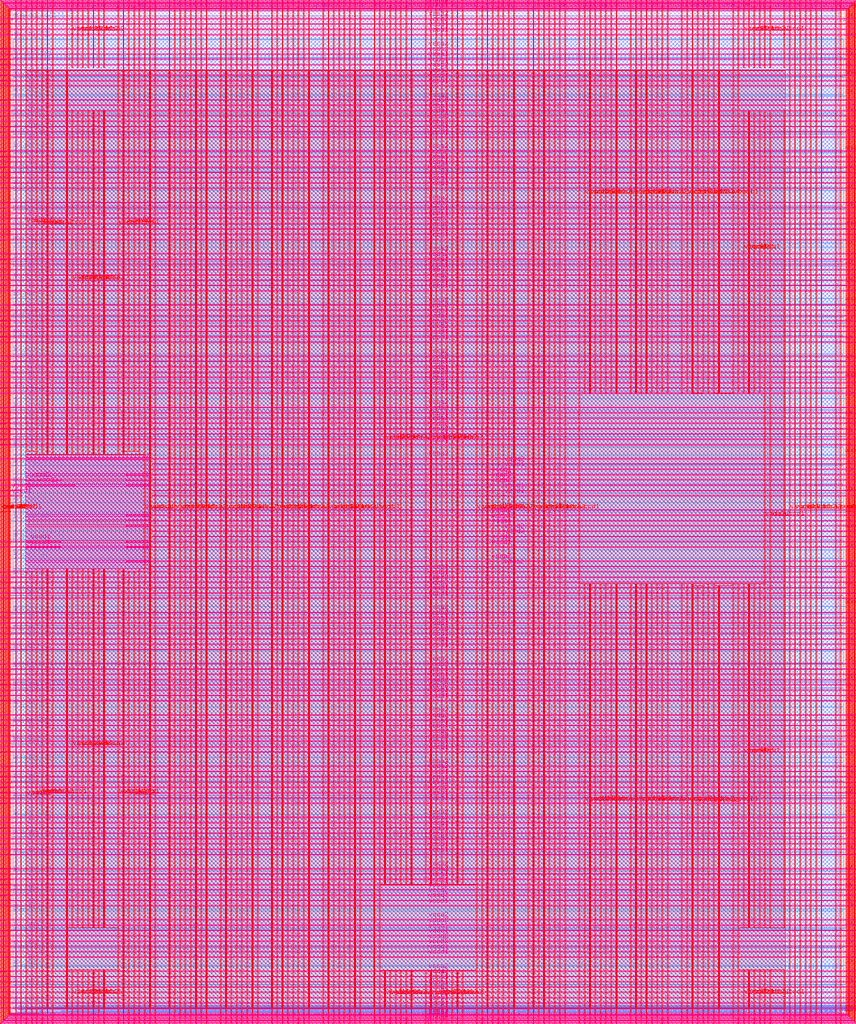
<source format=lef>
VERSION 5.7 ;
  NOWIREEXTENSIONATPIN ON ;
  DIVIDERCHAR "/" ;
  BUSBITCHARS "[]" ;
MACRO user_project_wrapper
  CLASS BLOCK ;
  FOREIGN user_project_wrapper ;
  ORIGIN 0.000 0.000 ;
  SIZE 2920.000 BY 3520.000 ;
  PIN analog_io[0]
    DIRECTION INOUT ;
    USE SIGNAL ;
    PORT
      LAYER met3 ;
        RECT 2917.600 1426.380 2924.800 1427.580 ;
    END
  END analog_io[0]
  PIN analog_io[10]
    DIRECTION INOUT ;
    USE SIGNAL ;
    PORT
      LAYER met2 ;
        RECT 2230.490 3517.600 2231.050 3524.800 ;
    END
  END analog_io[10]
  PIN analog_io[11]
    DIRECTION INOUT ;
    USE SIGNAL ;
    PORT
      LAYER met2 ;
        RECT 1905.730 3517.600 1906.290 3524.800 ;
    END
  END analog_io[11]
  PIN analog_io[12]
    DIRECTION INOUT ;
    USE SIGNAL ;
    PORT
      LAYER met2 ;
        RECT 1581.430 3517.600 1581.990 3524.800 ;
    END
  END analog_io[12]
  PIN analog_io[13]
    DIRECTION INOUT ;
    USE SIGNAL ;
    PORT
      LAYER met2 ;
        RECT 1257.130 3517.600 1257.690 3524.800 ;
    END
  END analog_io[13]
  PIN analog_io[14]
    DIRECTION INOUT ;
    USE SIGNAL ;
    PORT
      LAYER met2 ;
        RECT 932.370 3517.600 932.930 3524.800 ;
    END
  END analog_io[14]
  PIN analog_io[15]
    DIRECTION INOUT ;
    USE SIGNAL ;
    PORT
      LAYER met2 ;
        RECT 608.070 3517.600 608.630 3524.800 ;
    END
  END analog_io[15]
  PIN analog_io[16]
    DIRECTION INOUT ;
    USE SIGNAL ;
    PORT
      LAYER met2 ;
        RECT 283.770 3517.600 284.330 3524.800 ;
    END
  END analog_io[16]
  PIN analog_io[17]
    DIRECTION INOUT ;
    USE SIGNAL ;
    PORT
      LAYER met3 ;
        RECT -4.800 3486.100 2.400 3487.300 ;
    END
  END analog_io[17]
  PIN analog_io[18]
    DIRECTION INOUT ;
    USE SIGNAL ;
    PORT
      LAYER met3 ;
        RECT -4.800 3224.980 2.400 3226.180 ;
    END
  END analog_io[18]
  PIN analog_io[19]
    DIRECTION INOUT ;
    USE SIGNAL ;
    PORT
      LAYER met3 ;
        RECT -4.800 2964.540 2.400 2965.740 ;
    END
  END analog_io[19]
  PIN analog_io[1]
    DIRECTION INOUT ;
    USE SIGNAL ;
    PORT
      LAYER met3 ;
        RECT 2917.600 1692.260 2924.800 1693.460 ;
    END
  END analog_io[1]
  PIN analog_io[20]
    DIRECTION INOUT ;
    USE SIGNAL ;
    PORT
      LAYER met3 ;
        RECT -4.800 2703.420 2.400 2704.620 ;
    END
  END analog_io[20]
  PIN analog_io[21]
    DIRECTION INOUT ;
    USE SIGNAL ;
    PORT
      LAYER met3 ;
        RECT -4.800 2442.980 2.400 2444.180 ;
    END
  END analog_io[21]
  PIN analog_io[22]
    DIRECTION INOUT ;
    USE SIGNAL ;
    PORT
      LAYER met3 ;
        RECT -4.800 2182.540 2.400 2183.740 ;
    END
  END analog_io[22]
  PIN analog_io[23]
    DIRECTION INOUT ;
    USE SIGNAL ;
    PORT
      LAYER met3 ;
        RECT -4.800 1921.420 2.400 1922.620 ;
    END
  END analog_io[23]
  PIN analog_io[24]
    DIRECTION INOUT ;
    USE SIGNAL ;
    PORT
      LAYER met3 ;
        RECT -4.800 1660.980 2.400 1662.180 ;
    END
  END analog_io[24]
  PIN analog_io[25]
    DIRECTION INOUT ;
    USE SIGNAL ;
    PORT
      LAYER met3 ;
        RECT -4.800 1399.860 2.400 1401.060 ;
    END
  END analog_io[25]
  PIN analog_io[26]
    DIRECTION INOUT ;
    USE SIGNAL ;
    PORT
      LAYER met3 ;
        RECT -4.800 1139.420 2.400 1140.620 ;
    END
  END analog_io[26]
  PIN analog_io[27]
    DIRECTION INOUT ;
    USE SIGNAL ;
    PORT
      LAYER met3 ;
        RECT -4.800 878.980 2.400 880.180 ;
    END
  END analog_io[27]
  PIN analog_io[28]
    DIRECTION INOUT ;
    USE SIGNAL ;
    PORT
      LAYER met3 ;
        RECT -4.800 617.860 2.400 619.060 ;
    END
  END analog_io[28]
  PIN analog_io[2]
    DIRECTION INOUT ;
    USE SIGNAL ;
    PORT
      LAYER met3 ;
        RECT 2917.600 1958.140 2924.800 1959.340 ;
    END
  END analog_io[2]
  PIN analog_io[3]
    DIRECTION INOUT ;
    USE SIGNAL ;
    PORT
      LAYER met3 ;
        RECT 2917.600 2223.340 2924.800 2224.540 ;
    END
  END analog_io[3]
  PIN analog_io[4]
    DIRECTION INOUT ;
    USE SIGNAL ;
    PORT
      LAYER met3 ;
        RECT 2917.600 2489.220 2924.800 2490.420 ;
    END
  END analog_io[4]
  PIN analog_io[5]
    DIRECTION INOUT ;
    USE SIGNAL ;
    PORT
      LAYER met3 ;
        RECT 2917.600 2755.100 2924.800 2756.300 ;
    END
  END analog_io[5]
  PIN analog_io[6]
    DIRECTION INOUT ;
    USE SIGNAL ;
    PORT
      LAYER met3 ;
        RECT 2917.600 3020.300 2924.800 3021.500 ;
    END
  END analog_io[6]
  PIN analog_io[7]
    DIRECTION INOUT ;
    USE SIGNAL ;
    PORT
      LAYER met3 ;
        RECT 2917.600 3286.180 2924.800 3287.380 ;
    END
  END analog_io[7]
  PIN analog_io[8]
    DIRECTION INOUT ;
    USE SIGNAL ;
    PORT
      LAYER met2 ;
        RECT 2879.090 3517.600 2879.650 3524.800 ;
    END
  END analog_io[8]
  PIN analog_io[9]
    DIRECTION INOUT ;
    USE SIGNAL ;
    PORT
      LAYER met2 ;
        RECT 2554.790 3517.600 2555.350 3524.800 ;
    END
  END analog_io[9]
  PIN io_in[0]
    DIRECTION INPUT ;
    USE SIGNAL ;
    PORT
      LAYER met3 ;
        RECT 2917.600 32.380 2924.800 33.580 ;
    END
  END io_in[0]
  PIN io_in[10]
    DIRECTION INPUT ;
    USE SIGNAL ;
    PORT
      LAYER met3 ;
        RECT 2917.600 2289.980 2924.800 2291.180 ;
    END
  END io_in[10]
  PIN io_in[11]
    DIRECTION INPUT ;
    USE SIGNAL ;
    PORT
      LAYER met3 ;
        RECT 2917.600 2555.860 2924.800 2557.060 ;
    END
  END io_in[11]
  PIN io_in[12]
    DIRECTION INPUT ;
    USE SIGNAL ;
    PORT
      LAYER met3 ;
        RECT 2917.600 2821.060 2924.800 2822.260 ;
    END
  END io_in[12]
  PIN io_in[13]
    DIRECTION INPUT ;
    USE SIGNAL ;
    PORT
      LAYER met3 ;
        RECT 2917.600 3086.940 2924.800 3088.140 ;
    END
  END io_in[13]
  PIN io_in[14]
    DIRECTION INPUT ;
    USE SIGNAL ;
    PORT
      LAYER met3 ;
        RECT 2917.600 3352.820 2924.800 3354.020 ;
    END
  END io_in[14]
  PIN io_in[15]
    DIRECTION INPUT ;
    USE SIGNAL ;
    PORT
      LAYER met2 ;
        RECT 2798.130 3517.600 2798.690 3524.800 ;
    END
  END io_in[15]
  PIN io_in[16]
    DIRECTION INPUT ;
    USE SIGNAL ;
    PORT
      LAYER met2 ;
        RECT 2473.830 3517.600 2474.390 3524.800 ;
    END
  END io_in[16]
  PIN io_in[17]
    DIRECTION INPUT ;
    USE SIGNAL ;
    PORT
      LAYER met2 ;
        RECT 2149.070 3517.600 2149.630 3524.800 ;
    END
  END io_in[17]
  PIN io_in[18]
    DIRECTION INPUT ;
    USE SIGNAL ;
    PORT
      LAYER met2 ;
        RECT 1824.770 3517.600 1825.330 3524.800 ;
    END
  END io_in[18]
  PIN io_in[19]
    DIRECTION INPUT ;
    USE SIGNAL ;
    PORT
      LAYER met2 ;
        RECT 1500.470 3517.600 1501.030 3524.800 ;
    END
  END io_in[19]
  PIN io_in[1]
    DIRECTION INPUT ;
    USE SIGNAL ;
    PORT
      LAYER met3 ;
        RECT 2917.600 230.940 2924.800 232.140 ;
    END
  END io_in[1]
  PIN io_in[20]
    DIRECTION INPUT ;
    USE SIGNAL ;
    PORT
      LAYER met2 ;
        RECT 1175.710 3517.600 1176.270 3524.800 ;
    END
  END io_in[20]
  PIN io_in[21]
    DIRECTION INPUT ;
    USE SIGNAL ;
    PORT
      LAYER met2 ;
        RECT 851.410 3517.600 851.970 3524.800 ;
    END
  END io_in[21]
  PIN io_in[22]
    DIRECTION INPUT ;
    USE SIGNAL ;
    PORT
      LAYER met2 ;
        RECT 527.110 3517.600 527.670 3524.800 ;
    END
  END io_in[22]
  PIN io_in[23]
    DIRECTION INPUT ;
    USE SIGNAL ;
    PORT
      LAYER met2 ;
        RECT 202.350 3517.600 202.910 3524.800 ;
    END
  END io_in[23]
  PIN io_in[24]
    DIRECTION INPUT ;
    USE SIGNAL ;
    PORT
      LAYER met3 ;
        RECT -4.800 3420.820 2.400 3422.020 ;
    END
  END io_in[24]
  PIN io_in[25]
    DIRECTION INPUT ;
    USE SIGNAL ;
    PORT
      LAYER met3 ;
        RECT -4.800 3159.700 2.400 3160.900 ;
    END
  END io_in[25]
  PIN io_in[26]
    DIRECTION INPUT ;
    USE SIGNAL ;
    PORT
      LAYER met3 ;
        RECT -4.800 2899.260 2.400 2900.460 ;
    END
  END io_in[26]
  PIN io_in[27]
    DIRECTION INPUT ;
    USE SIGNAL ;
    PORT
      LAYER met3 ;
        RECT -4.800 2638.820 2.400 2640.020 ;
    END
  END io_in[27]
  PIN io_in[28]
    DIRECTION INPUT ;
    USE SIGNAL ;
    PORT
      LAYER met3 ;
        RECT -4.800 2377.700 2.400 2378.900 ;
    END
  END io_in[28]
  PIN io_in[29]
    DIRECTION INPUT ;
    USE SIGNAL ;
    PORT
      LAYER met3 ;
        RECT -4.800 2117.260 2.400 2118.460 ;
    END
  END io_in[29]
  PIN io_in[2]
    DIRECTION INPUT ;
    USE SIGNAL ;
    PORT
      LAYER met3 ;
        RECT 2917.600 430.180 2924.800 431.380 ;
    END
  END io_in[2]
  PIN io_in[30]
    DIRECTION INPUT ;
    USE SIGNAL ;
    PORT
      LAYER met3 ;
        RECT -4.800 1856.140 2.400 1857.340 ;
    END
  END io_in[30]
  PIN io_in[31]
    DIRECTION INPUT ;
    USE SIGNAL ;
    PORT
      LAYER met3 ;
        RECT -4.800 1595.700 2.400 1596.900 ;
    END
  END io_in[31]
  PIN io_in[32]
    DIRECTION INPUT ;
    USE SIGNAL ;
    PORT
      LAYER met3 ;
        RECT -4.800 1335.260 2.400 1336.460 ;
    END
  END io_in[32]
  PIN io_in[33]
    DIRECTION INPUT ;
    USE SIGNAL ;
    PORT
      LAYER met3 ;
        RECT -4.800 1074.140 2.400 1075.340 ;
    END
  END io_in[33]
  PIN io_in[34]
    DIRECTION INPUT ;
    USE SIGNAL ;
    PORT
      LAYER met3 ;
        RECT -4.800 813.700 2.400 814.900 ;
    END
  END io_in[34]
  PIN io_in[35]
    DIRECTION INPUT ;
    USE SIGNAL ;
    PORT
      LAYER met3 ;
        RECT -4.800 552.580 2.400 553.780 ;
    END
  END io_in[35]
  PIN io_in[36]
    DIRECTION INPUT ;
    USE SIGNAL ;
    PORT
      LAYER met3 ;
        RECT -4.800 357.420 2.400 358.620 ;
    END
  END io_in[36]
  PIN io_in[37]
    DIRECTION INPUT ;
    USE SIGNAL ;
    PORT
      LAYER met3 ;
        RECT -4.800 161.580 2.400 162.780 ;
    END
  END io_in[37]
  PIN io_in[3]
    DIRECTION INPUT ;
    USE SIGNAL ;
    PORT
      LAYER met3 ;
        RECT 2917.600 629.420 2924.800 630.620 ;
    END
  END io_in[3]
  PIN io_in[4]
    DIRECTION INPUT ;
    USE SIGNAL ;
    PORT
      LAYER met3 ;
        RECT 2917.600 828.660 2924.800 829.860 ;
    END
  END io_in[4]
  PIN io_in[5]
    DIRECTION INPUT ;
    USE SIGNAL ;
    PORT
      LAYER met3 ;
        RECT 2917.600 1027.900 2924.800 1029.100 ;
    END
  END io_in[5]
  PIN io_in[6]
    DIRECTION INPUT ;
    USE SIGNAL ;
    PORT
      LAYER met3 ;
        RECT 2917.600 1227.140 2924.800 1228.340 ;
    END
  END io_in[6]
  PIN io_in[7]
    DIRECTION INPUT ;
    USE SIGNAL ;
    PORT
      LAYER met3 ;
        RECT 2917.600 1493.020 2924.800 1494.220 ;
    END
  END io_in[7]
  PIN io_in[8]
    DIRECTION INPUT ;
    USE SIGNAL ;
    PORT
      LAYER met3 ;
        RECT 2917.600 1758.900 2924.800 1760.100 ;
    END
  END io_in[8]
  PIN io_in[9]
    DIRECTION INPUT ;
    USE SIGNAL ;
    PORT
      LAYER met3 ;
        RECT 2917.600 2024.100 2924.800 2025.300 ;
    END
  END io_in[9]
  PIN io_oeb[0]
    DIRECTION OUTPUT TRISTATE ;
    USE SIGNAL ;
    PORT
      LAYER met3 ;
        RECT 2917.600 164.980 2924.800 166.180 ;
    END
  END io_oeb[0]
  PIN io_oeb[10]
    DIRECTION OUTPUT TRISTATE ;
    USE SIGNAL ;
    PORT
      LAYER met3 ;
        RECT 2917.600 2422.580 2924.800 2423.780 ;
    END
  END io_oeb[10]
  PIN io_oeb[11]
    DIRECTION OUTPUT TRISTATE ;
    USE SIGNAL ;
    PORT
      LAYER met3 ;
        RECT 2917.600 2688.460 2924.800 2689.660 ;
    END
  END io_oeb[11]
  PIN io_oeb[12]
    DIRECTION OUTPUT TRISTATE ;
    USE SIGNAL ;
    PORT
      LAYER met3 ;
        RECT 2917.600 2954.340 2924.800 2955.540 ;
    END
  END io_oeb[12]
  PIN io_oeb[13]
    DIRECTION OUTPUT TRISTATE ;
    USE SIGNAL ;
    PORT
      LAYER met3 ;
        RECT 2917.600 3219.540 2924.800 3220.740 ;
    END
  END io_oeb[13]
  PIN io_oeb[14]
    DIRECTION OUTPUT TRISTATE ;
    USE SIGNAL ;
    PORT
      LAYER met3 ;
        RECT 2917.600 3485.420 2924.800 3486.620 ;
    END
  END io_oeb[14]
  PIN io_oeb[15]
    DIRECTION OUTPUT TRISTATE ;
    USE SIGNAL ;
    PORT
      LAYER met2 ;
        RECT 2635.750 3517.600 2636.310 3524.800 ;
    END
  END io_oeb[15]
  PIN io_oeb[16]
    DIRECTION OUTPUT TRISTATE ;
    USE SIGNAL ;
    PORT
      LAYER met2 ;
        RECT 2311.450 3517.600 2312.010 3524.800 ;
    END
  END io_oeb[16]
  PIN io_oeb[17]
    DIRECTION OUTPUT TRISTATE ;
    USE SIGNAL ;
    PORT
      LAYER met2 ;
        RECT 1987.150 3517.600 1987.710 3524.800 ;
    END
  END io_oeb[17]
  PIN io_oeb[18]
    DIRECTION OUTPUT TRISTATE ;
    USE SIGNAL ;
    PORT
      LAYER met2 ;
        RECT 1662.390 3517.600 1662.950 3524.800 ;
    END
  END io_oeb[18]
  PIN io_oeb[19]
    DIRECTION OUTPUT TRISTATE ;
    USE SIGNAL ;
    PORT
      LAYER met2 ;
        RECT 1338.090 3517.600 1338.650 3524.800 ;
    END
  END io_oeb[19]
  PIN io_oeb[1]
    DIRECTION OUTPUT TRISTATE ;
    USE SIGNAL ;
    PORT
      LAYER met3 ;
        RECT 2917.600 364.220 2924.800 365.420 ;
    END
  END io_oeb[1]
  PIN io_oeb[20]
    DIRECTION OUTPUT TRISTATE ;
    USE SIGNAL ;
    PORT
      LAYER met2 ;
        RECT 1013.790 3517.600 1014.350 3524.800 ;
    END
  END io_oeb[20]
  PIN io_oeb[21]
    DIRECTION OUTPUT TRISTATE ;
    USE SIGNAL ;
    PORT
      LAYER met2 ;
        RECT 689.030 3517.600 689.590 3524.800 ;
    END
  END io_oeb[21]
  PIN io_oeb[22]
    DIRECTION OUTPUT TRISTATE ;
    USE SIGNAL ;
    PORT
      LAYER met2 ;
        RECT 364.730 3517.600 365.290 3524.800 ;
    END
  END io_oeb[22]
  PIN io_oeb[23]
    DIRECTION OUTPUT TRISTATE ;
    USE SIGNAL ;
    PORT
      LAYER met2 ;
        RECT 40.430 3517.600 40.990 3524.800 ;
    END
  END io_oeb[23]
  PIN io_oeb[24]
    DIRECTION OUTPUT TRISTATE ;
    USE SIGNAL ;
    PORT
      LAYER met3 ;
        RECT -4.800 3290.260 2.400 3291.460 ;
    END
  END io_oeb[24]
  PIN io_oeb[25]
    DIRECTION OUTPUT TRISTATE ;
    USE SIGNAL ;
    PORT
      LAYER met3 ;
        RECT -4.800 3029.820 2.400 3031.020 ;
    END
  END io_oeb[25]
  PIN io_oeb[26]
    DIRECTION OUTPUT TRISTATE ;
    USE SIGNAL ;
    PORT
      LAYER met3 ;
        RECT -4.800 2768.700 2.400 2769.900 ;
    END
  END io_oeb[26]
  PIN io_oeb[27]
    DIRECTION OUTPUT TRISTATE ;
    USE SIGNAL ;
    PORT
      LAYER met3 ;
        RECT -4.800 2508.260 2.400 2509.460 ;
    END
  END io_oeb[27]
  PIN io_oeb[28]
    DIRECTION OUTPUT TRISTATE ;
    USE SIGNAL ;
    PORT
      LAYER met3 ;
        RECT -4.800 2247.140 2.400 2248.340 ;
    END
  END io_oeb[28]
  PIN io_oeb[29]
    DIRECTION OUTPUT TRISTATE ;
    USE SIGNAL ;
    PORT
      LAYER met3 ;
        RECT -4.800 1986.700 2.400 1987.900 ;
    END
  END io_oeb[29]
  PIN io_oeb[2]
    DIRECTION OUTPUT TRISTATE ;
    USE SIGNAL ;
    PORT
      LAYER met3 ;
        RECT 2917.600 563.460 2924.800 564.660 ;
    END
  END io_oeb[2]
  PIN io_oeb[30]
    DIRECTION OUTPUT TRISTATE ;
    USE SIGNAL ;
    PORT
      LAYER met3 ;
        RECT -4.800 1726.260 2.400 1727.460 ;
    END
  END io_oeb[30]
  PIN io_oeb[31]
    DIRECTION OUTPUT TRISTATE ;
    USE SIGNAL ;
    PORT
      LAYER met3 ;
        RECT -4.800 1465.140 2.400 1466.340 ;
    END
  END io_oeb[31]
  PIN io_oeb[32]
    DIRECTION OUTPUT TRISTATE ;
    USE SIGNAL ;
    PORT
      LAYER met3 ;
        RECT -4.800 1204.700 2.400 1205.900 ;
    END
  END io_oeb[32]
  PIN io_oeb[33]
    DIRECTION OUTPUT TRISTATE ;
    USE SIGNAL ;
    PORT
      LAYER met3 ;
        RECT -4.800 943.580 2.400 944.780 ;
    END
  END io_oeb[33]
  PIN io_oeb[34]
    DIRECTION OUTPUT TRISTATE ;
    USE SIGNAL ;
    PORT
      LAYER met3 ;
        RECT -4.800 683.140 2.400 684.340 ;
    END
  END io_oeb[34]
  PIN io_oeb[35]
    DIRECTION OUTPUT TRISTATE ;
    USE SIGNAL ;
    PORT
      LAYER met3 ;
        RECT -4.800 422.700 2.400 423.900 ;
    END
  END io_oeb[35]
  PIN io_oeb[36]
    DIRECTION OUTPUT TRISTATE ;
    USE SIGNAL ;
    PORT
      LAYER met3 ;
        RECT -4.800 226.860 2.400 228.060 ;
    END
  END io_oeb[36]
  PIN io_oeb[37]
    DIRECTION OUTPUT TRISTATE ;
    USE SIGNAL ;
    PORT
      LAYER met3 ;
        RECT -4.800 31.700 2.400 32.900 ;
    END
  END io_oeb[37]
  PIN io_oeb[3]
    DIRECTION OUTPUT TRISTATE ;
    USE SIGNAL ;
    PORT
      LAYER met3 ;
        RECT 2917.600 762.700 2924.800 763.900 ;
    END
  END io_oeb[3]
  PIN io_oeb[4]
    DIRECTION OUTPUT TRISTATE ;
    USE SIGNAL ;
    PORT
      LAYER met3 ;
        RECT 2917.600 961.940 2924.800 963.140 ;
    END
  END io_oeb[4]
  PIN io_oeb[5]
    DIRECTION OUTPUT TRISTATE ;
    USE SIGNAL ;
    PORT
      LAYER met3 ;
        RECT 2917.600 1161.180 2924.800 1162.380 ;
    END
  END io_oeb[5]
  PIN io_oeb[6]
    DIRECTION OUTPUT TRISTATE ;
    USE SIGNAL ;
    PORT
      LAYER met3 ;
        RECT 2917.600 1360.420 2924.800 1361.620 ;
    END
  END io_oeb[6]
  PIN io_oeb[7]
    DIRECTION OUTPUT TRISTATE ;
    USE SIGNAL ;
    PORT
      LAYER met3 ;
        RECT 2917.600 1625.620 2924.800 1626.820 ;
    END
  END io_oeb[7]
  PIN io_oeb[8]
    DIRECTION OUTPUT TRISTATE ;
    USE SIGNAL ;
    PORT
      LAYER met3 ;
        RECT 2917.600 1891.500 2924.800 1892.700 ;
    END
  END io_oeb[8]
  PIN io_oeb[9]
    DIRECTION OUTPUT TRISTATE ;
    USE SIGNAL ;
    PORT
      LAYER met3 ;
        RECT 2917.600 2157.380 2924.800 2158.580 ;
    END
  END io_oeb[9]
  PIN io_out[0]
    DIRECTION OUTPUT TRISTATE ;
    USE SIGNAL ;
    PORT
      LAYER met3 ;
        RECT 2917.600 98.340 2924.800 99.540 ;
    END
  END io_out[0]
  PIN io_out[10]
    DIRECTION OUTPUT TRISTATE ;
    USE SIGNAL ;
    PORT
      LAYER met3 ;
        RECT 2917.600 2356.620 2924.800 2357.820 ;
    END
  END io_out[10]
  PIN io_out[11]
    DIRECTION OUTPUT TRISTATE ;
    USE SIGNAL ;
    PORT
      LAYER met3 ;
        RECT 2917.600 2621.820 2924.800 2623.020 ;
    END
  END io_out[11]
  PIN io_out[12]
    DIRECTION OUTPUT TRISTATE ;
    USE SIGNAL ;
    PORT
      LAYER met3 ;
        RECT 2917.600 2887.700 2924.800 2888.900 ;
    END
  END io_out[12]
  PIN io_out[13]
    DIRECTION OUTPUT TRISTATE ;
    USE SIGNAL ;
    PORT
      LAYER met3 ;
        RECT 2917.600 3153.580 2924.800 3154.780 ;
    END
  END io_out[13]
  PIN io_out[14]
    DIRECTION OUTPUT TRISTATE ;
    USE SIGNAL ;
    PORT
      LAYER met3 ;
        RECT 2917.600 3418.780 2924.800 3419.980 ;
    END
  END io_out[14]
  PIN io_out[15]
    DIRECTION OUTPUT TRISTATE ;
    USE SIGNAL ;
    PORT
      LAYER met2 ;
        RECT 2717.170 3517.600 2717.730 3524.800 ;
    END
  END io_out[15]
  PIN io_out[16]
    DIRECTION OUTPUT TRISTATE ;
    USE SIGNAL ;
    PORT
      LAYER met2 ;
        RECT 2392.410 3517.600 2392.970 3524.800 ;
    END
  END io_out[16]
  PIN io_out[17]
    DIRECTION OUTPUT TRISTATE ;
    USE SIGNAL ;
    PORT
      LAYER met2 ;
        RECT 2068.110 3517.600 2068.670 3524.800 ;
    END
  END io_out[17]
  PIN io_out[18]
    DIRECTION OUTPUT TRISTATE ;
    USE SIGNAL ;
    PORT
      LAYER met2 ;
        RECT 1743.810 3517.600 1744.370 3524.800 ;
    END
  END io_out[18]
  PIN io_out[19]
    DIRECTION OUTPUT TRISTATE ;
    USE SIGNAL ;
    PORT
      LAYER met2 ;
        RECT 1419.050 3517.600 1419.610 3524.800 ;
    END
  END io_out[19]
  PIN io_out[1]
    DIRECTION OUTPUT TRISTATE ;
    USE SIGNAL ;
    PORT
      LAYER met3 ;
        RECT 2917.600 297.580 2924.800 298.780 ;
    END
  END io_out[1]
  PIN io_out[20]
    DIRECTION OUTPUT TRISTATE ;
    USE SIGNAL ;
    PORT
      LAYER met2 ;
        RECT 1094.750 3517.600 1095.310 3524.800 ;
    END
  END io_out[20]
  PIN io_out[21]
    DIRECTION OUTPUT TRISTATE ;
    USE SIGNAL ;
    PORT
      LAYER met2 ;
        RECT 770.450 3517.600 771.010 3524.800 ;
    END
  END io_out[21]
  PIN io_out[22]
    DIRECTION OUTPUT TRISTATE ;
    USE SIGNAL ;
    PORT
      LAYER met2 ;
        RECT 445.690 3517.600 446.250 3524.800 ;
    END
  END io_out[22]
  PIN io_out[23]
    DIRECTION OUTPUT TRISTATE ;
    USE SIGNAL ;
    PORT
      LAYER met2 ;
        RECT 121.390 3517.600 121.950 3524.800 ;
    END
  END io_out[23]
  PIN io_out[24]
    DIRECTION OUTPUT TRISTATE ;
    USE SIGNAL ;
    PORT
      LAYER met3 ;
        RECT -4.800 3355.540 2.400 3356.740 ;
    END
  END io_out[24]
  PIN io_out[25]
    DIRECTION OUTPUT TRISTATE ;
    USE SIGNAL ;
    PORT
      LAYER met3 ;
        RECT -4.800 3095.100 2.400 3096.300 ;
    END
  END io_out[25]
  PIN io_out[26]
    DIRECTION OUTPUT TRISTATE ;
    USE SIGNAL ;
    PORT
      LAYER met3 ;
        RECT -4.800 2833.980 2.400 2835.180 ;
    END
  END io_out[26]
  PIN io_out[27]
    DIRECTION OUTPUT TRISTATE ;
    USE SIGNAL ;
    PORT
      LAYER met3 ;
        RECT -4.800 2573.540 2.400 2574.740 ;
    END
  END io_out[27]
  PIN io_out[28]
    DIRECTION OUTPUT TRISTATE ;
    USE SIGNAL ;
    PORT
      LAYER met3 ;
        RECT -4.800 2312.420 2.400 2313.620 ;
    END
  END io_out[28]
  PIN io_out[29]
    DIRECTION OUTPUT TRISTATE ;
    USE SIGNAL ;
    PORT
      LAYER met3 ;
        RECT -4.800 2051.980 2.400 2053.180 ;
    END
  END io_out[29]
  PIN io_out[2]
    DIRECTION OUTPUT TRISTATE ;
    USE SIGNAL ;
    PORT
      LAYER met3 ;
        RECT 2917.600 496.820 2924.800 498.020 ;
    END
  END io_out[2]
  PIN io_out[30]
    DIRECTION OUTPUT TRISTATE ;
    USE SIGNAL ;
    PORT
      LAYER met3 ;
        RECT -4.800 1791.540 2.400 1792.740 ;
    END
  END io_out[30]
  PIN io_out[31]
    DIRECTION OUTPUT TRISTATE ;
    USE SIGNAL ;
    PORT
      LAYER met3 ;
        RECT -4.800 1530.420 2.400 1531.620 ;
    END
  END io_out[31]
  PIN io_out[32]
    DIRECTION OUTPUT TRISTATE ;
    USE SIGNAL ;
    PORT
      LAYER met3 ;
        RECT -4.800 1269.980 2.400 1271.180 ;
    END
  END io_out[32]
  PIN io_out[33]
    DIRECTION OUTPUT TRISTATE ;
    USE SIGNAL ;
    PORT
      LAYER met3 ;
        RECT -4.800 1008.860 2.400 1010.060 ;
    END
  END io_out[33]
  PIN io_out[34]
    DIRECTION OUTPUT TRISTATE ;
    USE SIGNAL ;
    PORT
      LAYER met3 ;
        RECT -4.800 748.420 2.400 749.620 ;
    END
  END io_out[34]
  PIN io_out[35]
    DIRECTION OUTPUT TRISTATE ;
    USE SIGNAL ;
    PORT
      LAYER met3 ;
        RECT -4.800 487.300 2.400 488.500 ;
    END
  END io_out[35]
  PIN io_out[36]
    DIRECTION OUTPUT TRISTATE ;
    USE SIGNAL ;
    PORT
      LAYER met3 ;
        RECT -4.800 292.140 2.400 293.340 ;
    END
  END io_out[36]
  PIN io_out[37]
    DIRECTION OUTPUT TRISTATE ;
    USE SIGNAL ;
    PORT
      LAYER met3 ;
        RECT -4.800 96.300 2.400 97.500 ;
    END
  END io_out[37]
  PIN io_out[3]
    DIRECTION OUTPUT TRISTATE ;
    USE SIGNAL ;
    PORT
      LAYER met3 ;
        RECT 2917.600 696.060 2924.800 697.260 ;
    END
  END io_out[3]
  PIN io_out[4]
    DIRECTION OUTPUT TRISTATE ;
    USE SIGNAL ;
    PORT
      LAYER met3 ;
        RECT 2917.600 895.300 2924.800 896.500 ;
    END
  END io_out[4]
  PIN io_out[5]
    DIRECTION OUTPUT TRISTATE ;
    USE SIGNAL ;
    PORT
      LAYER met3 ;
        RECT 2917.600 1094.540 2924.800 1095.740 ;
    END
  END io_out[5]
  PIN io_out[6]
    DIRECTION OUTPUT TRISTATE ;
    USE SIGNAL ;
    PORT
      LAYER met3 ;
        RECT 2917.600 1293.780 2924.800 1294.980 ;
    END
  END io_out[6]
  PIN io_out[7]
    DIRECTION OUTPUT TRISTATE ;
    USE SIGNAL ;
    PORT
      LAYER met3 ;
        RECT 2917.600 1559.660 2924.800 1560.860 ;
    END
  END io_out[7]
  PIN io_out[8]
    DIRECTION OUTPUT TRISTATE ;
    USE SIGNAL ;
    PORT
      LAYER met3 ;
        RECT 2917.600 1824.860 2924.800 1826.060 ;
    END
  END io_out[8]
  PIN io_out[9]
    DIRECTION OUTPUT TRISTATE ;
    USE SIGNAL ;
    PORT
      LAYER met3 ;
        RECT 2917.600 2090.740 2924.800 2091.940 ;
    END
  END io_out[9]
  PIN la_data_in[0]
    DIRECTION INPUT ;
    USE SIGNAL ;
    PORT
      LAYER met2 ;
        RECT 629.230 -4.800 629.790 2.400 ;
    END
  END la_data_in[0]
  PIN la_data_in[100]
    DIRECTION INPUT ;
    USE SIGNAL ;
    PORT
      LAYER met2 ;
        RECT 2402.530 -4.800 2403.090 2.400 ;
    END
  END la_data_in[100]
  PIN la_data_in[101]
    DIRECTION INPUT ;
    USE SIGNAL ;
    PORT
      LAYER met2 ;
        RECT 2420.010 -4.800 2420.570 2.400 ;
    END
  END la_data_in[101]
  PIN la_data_in[102]
    DIRECTION INPUT ;
    USE SIGNAL ;
    PORT
      LAYER met2 ;
        RECT 2437.950 -4.800 2438.510 2.400 ;
    END
  END la_data_in[102]
  PIN la_data_in[103]
    DIRECTION INPUT ;
    USE SIGNAL ;
    PORT
      LAYER met2 ;
        RECT 2455.430 -4.800 2455.990 2.400 ;
    END
  END la_data_in[103]
  PIN la_data_in[104]
    DIRECTION INPUT ;
    USE SIGNAL ;
    PORT
      LAYER met2 ;
        RECT 2473.370 -4.800 2473.930 2.400 ;
    END
  END la_data_in[104]
  PIN la_data_in[105]
    DIRECTION INPUT ;
    USE SIGNAL ;
    PORT
      LAYER met2 ;
        RECT 2490.850 -4.800 2491.410 2.400 ;
    END
  END la_data_in[105]
  PIN la_data_in[106]
    DIRECTION INPUT ;
    USE SIGNAL ;
    PORT
      LAYER met2 ;
        RECT 2508.790 -4.800 2509.350 2.400 ;
    END
  END la_data_in[106]
  PIN la_data_in[107]
    DIRECTION INPUT ;
    USE SIGNAL ;
    PORT
      LAYER met2 ;
        RECT 2526.730 -4.800 2527.290 2.400 ;
    END
  END la_data_in[107]
  PIN la_data_in[108]
    DIRECTION INPUT ;
    USE SIGNAL ;
    PORT
      LAYER met2 ;
        RECT 2544.210 -4.800 2544.770 2.400 ;
    END
  END la_data_in[108]
  PIN la_data_in[109]
    DIRECTION INPUT ;
    USE SIGNAL ;
    PORT
      LAYER met2 ;
        RECT 2562.150 -4.800 2562.710 2.400 ;
    END
  END la_data_in[109]
  PIN la_data_in[10]
    DIRECTION INPUT ;
    USE SIGNAL ;
    PORT
      LAYER met2 ;
        RECT 806.330 -4.800 806.890 2.400 ;
    END
  END la_data_in[10]
  PIN la_data_in[110]
    DIRECTION INPUT ;
    USE SIGNAL ;
    PORT
      LAYER met2 ;
        RECT 2579.630 -4.800 2580.190 2.400 ;
    END
  END la_data_in[110]
  PIN la_data_in[111]
    DIRECTION INPUT ;
    USE SIGNAL ;
    PORT
      LAYER met2 ;
        RECT 2597.570 -4.800 2598.130 2.400 ;
    END
  END la_data_in[111]
  PIN la_data_in[112]
    DIRECTION INPUT ;
    USE SIGNAL ;
    PORT
      LAYER met2 ;
        RECT 2615.050 -4.800 2615.610 2.400 ;
    END
  END la_data_in[112]
  PIN la_data_in[113]
    DIRECTION INPUT ;
    USE SIGNAL ;
    PORT
      LAYER met2 ;
        RECT 2632.990 -4.800 2633.550 2.400 ;
    END
  END la_data_in[113]
  PIN la_data_in[114]
    DIRECTION INPUT ;
    USE SIGNAL ;
    PORT
      LAYER met2 ;
        RECT 2650.470 -4.800 2651.030 2.400 ;
    END
  END la_data_in[114]
  PIN la_data_in[115]
    DIRECTION INPUT ;
    USE SIGNAL ;
    PORT
      LAYER met2 ;
        RECT 2668.410 -4.800 2668.970 2.400 ;
    END
  END la_data_in[115]
  PIN la_data_in[116]
    DIRECTION INPUT ;
    USE SIGNAL ;
    PORT
      LAYER met2 ;
        RECT 2685.890 -4.800 2686.450 2.400 ;
    END
  END la_data_in[116]
  PIN la_data_in[117]
    DIRECTION INPUT ;
    USE SIGNAL ;
    PORT
      LAYER met2 ;
        RECT 2703.830 -4.800 2704.390 2.400 ;
    END
  END la_data_in[117]
  PIN la_data_in[118]
    DIRECTION INPUT ;
    USE SIGNAL ;
    PORT
      LAYER met2 ;
        RECT 2721.770 -4.800 2722.330 2.400 ;
    END
  END la_data_in[118]
  PIN la_data_in[119]
    DIRECTION INPUT ;
    USE SIGNAL ;
    PORT
      LAYER met2 ;
        RECT 2739.250 -4.800 2739.810 2.400 ;
    END
  END la_data_in[119]
  PIN la_data_in[11]
    DIRECTION INPUT ;
    USE SIGNAL ;
    PORT
      LAYER met2 ;
        RECT 824.270 -4.800 824.830 2.400 ;
    END
  END la_data_in[11]
  PIN la_data_in[120]
    DIRECTION INPUT ;
    USE SIGNAL ;
    PORT
      LAYER met2 ;
        RECT 2757.190 -4.800 2757.750 2.400 ;
    END
  END la_data_in[120]
  PIN la_data_in[121]
    DIRECTION INPUT ;
    USE SIGNAL ;
    PORT
      LAYER met2 ;
        RECT 2774.670 -4.800 2775.230 2.400 ;
    END
  END la_data_in[121]
  PIN la_data_in[122]
    DIRECTION INPUT ;
    USE SIGNAL ;
    PORT
      LAYER met2 ;
        RECT 2792.610 -4.800 2793.170 2.400 ;
    END
  END la_data_in[122]
  PIN la_data_in[123]
    DIRECTION INPUT ;
    USE SIGNAL ;
    PORT
      LAYER met2 ;
        RECT 2810.090 -4.800 2810.650 2.400 ;
    END
  END la_data_in[123]
  PIN la_data_in[124]
    DIRECTION INPUT ;
    USE SIGNAL ;
    PORT
      LAYER met2 ;
        RECT 2828.030 -4.800 2828.590 2.400 ;
    END
  END la_data_in[124]
  PIN la_data_in[125]
    DIRECTION INPUT ;
    USE SIGNAL ;
    PORT
      LAYER met2 ;
        RECT 2845.510 -4.800 2846.070 2.400 ;
    END
  END la_data_in[125]
  PIN la_data_in[126]
    DIRECTION INPUT ;
    USE SIGNAL ;
    PORT
      LAYER met2 ;
        RECT 2863.450 -4.800 2864.010 2.400 ;
    END
  END la_data_in[126]
  PIN la_data_in[127]
    DIRECTION INPUT ;
    USE SIGNAL ;
    PORT
      LAYER met2 ;
        RECT 2881.390 -4.800 2881.950 2.400 ;
    END
  END la_data_in[127]
  PIN la_data_in[12]
    DIRECTION INPUT ;
    USE SIGNAL ;
    PORT
      LAYER met2 ;
        RECT 841.750 -4.800 842.310 2.400 ;
    END
  END la_data_in[12]
  PIN la_data_in[13]
    DIRECTION INPUT ;
    USE SIGNAL ;
    PORT
      LAYER met2 ;
        RECT 859.690 -4.800 860.250 2.400 ;
    END
  END la_data_in[13]
  PIN la_data_in[14]
    DIRECTION INPUT ;
    USE SIGNAL ;
    PORT
      LAYER met2 ;
        RECT 877.170 -4.800 877.730 2.400 ;
    END
  END la_data_in[14]
  PIN la_data_in[15]
    DIRECTION INPUT ;
    USE SIGNAL ;
    PORT
      LAYER met2 ;
        RECT 895.110 -4.800 895.670 2.400 ;
    END
  END la_data_in[15]
  PIN la_data_in[16]
    DIRECTION INPUT ;
    USE SIGNAL ;
    PORT
      LAYER met2 ;
        RECT 912.590 -4.800 913.150 2.400 ;
    END
  END la_data_in[16]
  PIN la_data_in[17]
    DIRECTION INPUT ;
    USE SIGNAL ;
    PORT
      LAYER met2 ;
        RECT 930.530 -4.800 931.090 2.400 ;
    END
  END la_data_in[17]
  PIN la_data_in[18]
    DIRECTION INPUT ;
    USE SIGNAL ;
    PORT
      LAYER met2 ;
        RECT 948.470 -4.800 949.030 2.400 ;
    END
  END la_data_in[18]
  PIN la_data_in[19]
    DIRECTION INPUT ;
    USE SIGNAL ;
    PORT
      LAYER met2 ;
        RECT 965.950 -4.800 966.510 2.400 ;
    END
  END la_data_in[19]
  PIN la_data_in[1]
    DIRECTION INPUT ;
    USE SIGNAL ;
    PORT
      LAYER met2 ;
        RECT 646.710 -4.800 647.270 2.400 ;
    END
  END la_data_in[1]
  PIN la_data_in[20]
    DIRECTION INPUT ;
    USE SIGNAL ;
    PORT
      LAYER met2 ;
        RECT 983.890 -4.800 984.450 2.400 ;
    END
  END la_data_in[20]
  PIN la_data_in[21]
    DIRECTION INPUT ;
    USE SIGNAL ;
    PORT
      LAYER met2 ;
        RECT 1001.370 -4.800 1001.930 2.400 ;
    END
  END la_data_in[21]
  PIN la_data_in[22]
    DIRECTION INPUT ;
    USE SIGNAL ;
    PORT
      LAYER met2 ;
        RECT 1019.310 -4.800 1019.870 2.400 ;
    END
  END la_data_in[22]
  PIN la_data_in[23]
    DIRECTION INPUT ;
    USE SIGNAL ;
    PORT
      LAYER met2 ;
        RECT 1036.790 -4.800 1037.350 2.400 ;
    END
  END la_data_in[23]
  PIN la_data_in[24]
    DIRECTION INPUT ;
    USE SIGNAL ;
    PORT
      LAYER met2 ;
        RECT 1054.730 -4.800 1055.290 2.400 ;
    END
  END la_data_in[24]
  PIN la_data_in[25]
    DIRECTION INPUT ;
    USE SIGNAL ;
    PORT
      LAYER met2 ;
        RECT 1072.210 -4.800 1072.770 2.400 ;
    END
  END la_data_in[25]
  PIN la_data_in[26]
    DIRECTION INPUT ;
    USE SIGNAL ;
    PORT
      LAYER met2 ;
        RECT 1090.150 -4.800 1090.710 2.400 ;
    END
  END la_data_in[26]
  PIN la_data_in[27]
    DIRECTION INPUT ;
    USE SIGNAL ;
    PORT
      LAYER met2 ;
        RECT 1107.630 -4.800 1108.190 2.400 ;
    END
  END la_data_in[27]
  PIN la_data_in[28]
    DIRECTION INPUT ;
    USE SIGNAL ;
    PORT
      LAYER met2 ;
        RECT 1125.570 -4.800 1126.130 2.400 ;
    END
  END la_data_in[28]
  PIN la_data_in[29]
    DIRECTION INPUT ;
    USE SIGNAL ;
    PORT
      LAYER met2 ;
        RECT 1143.510 -4.800 1144.070 2.400 ;
    END
  END la_data_in[29]
  PIN la_data_in[2]
    DIRECTION INPUT ;
    USE SIGNAL ;
    PORT
      LAYER met2 ;
        RECT 664.650 -4.800 665.210 2.400 ;
    END
  END la_data_in[2]
  PIN la_data_in[30]
    DIRECTION INPUT ;
    USE SIGNAL ;
    PORT
      LAYER met2 ;
        RECT 1160.990 -4.800 1161.550 2.400 ;
    END
  END la_data_in[30]
  PIN la_data_in[31]
    DIRECTION INPUT ;
    USE SIGNAL ;
    PORT
      LAYER met2 ;
        RECT 1178.930 -4.800 1179.490 2.400 ;
    END
  END la_data_in[31]
  PIN la_data_in[32]
    DIRECTION INPUT ;
    USE SIGNAL ;
    PORT
      LAYER met2 ;
        RECT 1196.410 -4.800 1196.970 2.400 ;
    END
  END la_data_in[32]
  PIN la_data_in[33]
    DIRECTION INPUT ;
    USE SIGNAL ;
    PORT
      LAYER met2 ;
        RECT 1214.350 -4.800 1214.910 2.400 ;
    END
  END la_data_in[33]
  PIN la_data_in[34]
    DIRECTION INPUT ;
    USE SIGNAL ;
    PORT
      LAYER met2 ;
        RECT 1231.830 -4.800 1232.390 2.400 ;
    END
  END la_data_in[34]
  PIN la_data_in[35]
    DIRECTION INPUT ;
    USE SIGNAL ;
    PORT
      LAYER met2 ;
        RECT 1249.770 -4.800 1250.330 2.400 ;
    END
  END la_data_in[35]
  PIN la_data_in[36]
    DIRECTION INPUT ;
    USE SIGNAL ;
    PORT
      LAYER met2 ;
        RECT 1267.250 -4.800 1267.810 2.400 ;
    END
  END la_data_in[36]
  PIN la_data_in[37]
    DIRECTION INPUT ;
    USE SIGNAL ;
    PORT
      LAYER met2 ;
        RECT 1285.190 -4.800 1285.750 2.400 ;
    END
  END la_data_in[37]
  PIN la_data_in[38]
    DIRECTION INPUT ;
    USE SIGNAL ;
    PORT
      LAYER met2 ;
        RECT 1303.130 -4.800 1303.690 2.400 ;
    END
  END la_data_in[38]
  PIN la_data_in[39]
    DIRECTION INPUT ;
    USE SIGNAL ;
    PORT
      LAYER met2 ;
        RECT 1320.610 -4.800 1321.170 2.400 ;
    END
  END la_data_in[39]
  PIN la_data_in[3]
    DIRECTION INPUT ;
    USE SIGNAL ;
    PORT
      LAYER met2 ;
        RECT 682.130 -4.800 682.690 2.400 ;
    END
  END la_data_in[3]
  PIN la_data_in[40]
    DIRECTION INPUT ;
    USE SIGNAL ;
    PORT
      LAYER met2 ;
        RECT 1338.550 -4.800 1339.110 2.400 ;
    END
  END la_data_in[40]
  PIN la_data_in[41]
    DIRECTION INPUT ;
    USE SIGNAL ;
    PORT
      LAYER met2 ;
        RECT 1356.030 -4.800 1356.590 2.400 ;
    END
  END la_data_in[41]
  PIN la_data_in[42]
    DIRECTION INPUT ;
    USE SIGNAL ;
    PORT
      LAYER met2 ;
        RECT 1373.970 -4.800 1374.530 2.400 ;
    END
  END la_data_in[42]
  PIN la_data_in[43]
    DIRECTION INPUT ;
    USE SIGNAL ;
    PORT
      LAYER met2 ;
        RECT 1391.450 -4.800 1392.010 2.400 ;
    END
  END la_data_in[43]
  PIN la_data_in[44]
    DIRECTION INPUT ;
    USE SIGNAL ;
    PORT
      LAYER met2 ;
        RECT 1409.390 -4.800 1409.950 2.400 ;
    END
  END la_data_in[44]
  PIN la_data_in[45]
    DIRECTION INPUT ;
    USE SIGNAL ;
    PORT
      LAYER met2 ;
        RECT 1426.870 -4.800 1427.430 2.400 ;
    END
  END la_data_in[45]
  PIN la_data_in[46]
    DIRECTION INPUT ;
    USE SIGNAL ;
    PORT
      LAYER met2 ;
        RECT 1444.810 -4.800 1445.370 2.400 ;
    END
  END la_data_in[46]
  PIN la_data_in[47]
    DIRECTION INPUT ;
    USE SIGNAL ;
    PORT
      LAYER met2 ;
        RECT 1462.750 -4.800 1463.310 2.400 ;
    END
  END la_data_in[47]
  PIN la_data_in[48]
    DIRECTION INPUT ;
    USE SIGNAL ;
    PORT
      LAYER met2 ;
        RECT 1480.230 -4.800 1480.790 2.400 ;
    END
  END la_data_in[48]
  PIN la_data_in[49]
    DIRECTION INPUT ;
    USE SIGNAL ;
    PORT
      LAYER met2 ;
        RECT 1498.170 -4.800 1498.730 2.400 ;
    END
  END la_data_in[49]
  PIN la_data_in[4]
    DIRECTION INPUT ;
    USE SIGNAL ;
    PORT
      LAYER met2 ;
        RECT 700.070 -4.800 700.630 2.400 ;
    END
  END la_data_in[4]
  PIN la_data_in[50]
    DIRECTION INPUT ;
    USE SIGNAL ;
    PORT
      LAYER met2 ;
        RECT 1515.650 -4.800 1516.210 2.400 ;
    END
  END la_data_in[50]
  PIN la_data_in[51]
    DIRECTION INPUT ;
    USE SIGNAL ;
    PORT
      LAYER met2 ;
        RECT 1533.590 -4.800 1534.150 2.400 ;
    END
  END la_data_in[51]
  PIN la_data_in[52]
    DIRECTION INPUT ;
    USE SIGNAL ;
    PORT
      LAYER met2 ;
        RECT 1551.070 -4.800 1551.630 2.400 ;
    END
  END la_data_in[52]
  PIN la_data_in[53]
    DIRECTION INPUT ;
    USE SIGNAL ;
    PORT
      LAYER met2 ;
        RECT 1569.010 -4.800 1569.570 2.400 ;
    END
  END la_data_in[53]
  PIN la_data_in[54]
    DIRECTION INPUT ;
    USE SIGNAL ;
    PORT
      LAYER met2 ;
        RECT 1586.490 -4.800 1587.050 2.400 ;
    END
  END la_data_in[54]
  PIN la_data_in[55]
    DIRECTION INPUT ;
    USE SIGNAL ;
    PORT
      LAYER met2 ;
        RECT 1604.430 -4.800 1604.990 2.400 ;
    END
  END la_data_in[55]
  PIN la_data_in[56]
    DIRECTION INPUT ;
    USE SIGNAL ;
    PORT
      LAYER met2 ;
        RECT 1621.910 -4.800 1622.470 2.400 ;
    END
  END la_data_in[56]
  PIN la_data_in[57]
    DIRECTION INPUT ;
    USE SIGNAL ;
    PORT
      LAYER met2 ;
        RECT 1639.850 -4.800 1640.410 2.400 ;
    END
  END la_data_in[57]
  PIN la_data_in[58]
    DIRECTION INPUT ;
    USE SIGNAL ;
    PORT
      LAYER met2 ;
        RECT 1657.790 -4.800 1658.350 2.400 ;
    END
  END la_data_in[58]
  PIN la_data_in[59]
    DIRECTION INPUT ;
    USE SIGNAL ;
    PORT
      LAYER met2 ;
        RECT 1675.270 -4.800 1675.830 2.400 ;
    END
  END la_data_in[59]
  PIN la_data_in[5]
    DIRECTION INPUT ;
    USE SIGNAL ;
    PORT
      LAYER met2 ;
        RECT 717.550 -4.800 718.110 2.400 ;
    END
  END la_data_in[5]
  PIN la_data_in[60]
    DIRECTION INPUT ;
    USE SIGNAL ;
    PORT
      LAYER met2 ;
        RECT 1693.210 -4.800 1693.770 2.400 ;
    END
  END la_data_in[60]
  PIN la_data_in[61]
    DIRECTION INPUT ;
    USE SIGNAL ;
    PORT
      LAYER met2 ;
        RECT 1710.690 -4.800 1711.250 2.400 ;
    END
  END la_data_in[61]
  PIN la_data_in[62]
    DIRECTION INPUT ;
    USE SIGNAL ;
    PORT
      LAYER met2 ;
        RECT 1728.630 -4.800 1729.190 2.400 ;
    END
  END la_data_in[62]
  PIN la_data_in[63]
    DIRECTION INPUT ;
    USE SIGNAL ;
    PORT
      LAYER met2 ;
        RECT 1746.110 -4.800 1746.670 2.400 ;
    END
  END la_data_in[63]
  PIN la_data_in[64]
    DIRECTION INPUT ;
    USE SIGNAL ;
    PORT
      LAYER met2 ;
        RECT 1764.050 -4.800 1764.610 2.400 ;
    END
  END la_data_in[64]
  PIN la_data_in[65]
    DIRECTION INPUT ;
    USE SIGNAL ;
    PORT
      LAYER met2 ;
        RECT 1781.530 -4.800 1782.090 2.400 ;
    END
  END la_data_in[65]
  PIN la_data_in[66]
    DIRECTION INPUT ;
    USE SIGNAL ;
    PORT
      LAYER met2 ;
        RECT 1799.470 -4.800 1800.030 2.400 ;
    END
  END la_data_in[66]
  PIN la_data_in[67]
    DIRECTION INPUT ;
    USE SIGNAL ;
    PORT
      LAYER met2 ;
        RECT 1817.410 -4.800 1817.970 2.400 ;
    END
  END la_data_in[67]
  PIN la_data_in[68]
    DIRECTION INPUT ;
    USE SIGNAL ;
    PORT
      LAYER met2 ;
        RECT 1834.890 -4.800 1835.450 2.400 ;
    END
  END la_data_in[68]
  PIN la_data_in[69]
    DIRECTION INPUT ;
    USE SIGNAL ;
    PORT
      LAYER met2 ;
        RECT 1852.830 -4.800 1853.390 2.400 ;
    END
  END la_data_in[69]
  PIN la_data_in[6]
    DIRECTION INPUT ;
    USE SIGNAL ;
    PORT
      LAYER met2 ;
        RECT 735.490 -4.800 736.050 2.400 ;
    END
  END la_data_in[6]
  PIN la_data_in[70]
    DIRECTION INPUT ;
    USE SIGNAL ;
    PORT
      LAYER met2 ;
        RECT 1870.310 -4.800 1870.870 2.400 ;
    END
  END la_data_in[70]
  PIN la_data_in[71]
    DIRECTION INPUT ;
    USE SIGNAL ;
    PORT
      LAYER met2 ;
        RECT 1888.250 -4.800 1888.810 2.400 ;
    END
  END la_data_in[71]
  PIN la_data_in[72]
    DIRECTION INPUT ;
    USE SIGNAL ;
    PORT
      LAYER met2 ;
        RECT 1905.730 -4.800 1906.290 2.400 ;
    END
  END la_data_in[72]
  PIN la_data_in[73]
    DIRECTION INPUT ;
    USE SIGNAL ;
    PORT
      LAYER met2 ;
        RECT 1923.670 -4.800 1924.230 2.400 ;
    END
  END la_data_in[73]
  PIN la_data_in[74]
    DIRECTION INPUT ;
    USE SIGNAL ;
    PORT
      LAYER met2 ;
        RECT 1941.150 -4.800 1941.710 2.400 ;
    END
  END la_data_in[74]
  PIN la_data_in[75]
    DIRECTION INPUT ;
    USE SIGNAL ;
    PORT
      LAYER met2 ;
        RECT 1959.090 -4.800 1959.650 2.400 ;
    END
  END la_data_in[75]
  PIN la_data_in[76]
    DIRECTION INPUT ;
    USE SIGNAL ;
    PORT
      LAYER met2 ;
        RECT 1976.570 -4.800 1977.130 2.400 ;
    END
  END la_data_in[76]
  PIN la_data_in[77]
    DIRECTION INPUT ;
    USE SIGNAL ;
    PORT
      LAYER met2 ;
        RECT 1994.510 -4.800 1995.070 2.400 ;
    END
  END la_data_in[77]
  PIN la_data_in[78]
    DIRECTION INPUT ;
    USE SIGNAL ;
    PORT
      LAYER met2 ;
        RECT 2012.450 -4.800 2013.010 2.400 ;
    END
  END la_data_in[78]
  PIN la_data_in[79]
    DIRECTION INPUT ;
    USE SIGNAL ;
    PORT
      LAYER met2 ;
        RECT 2029.930 -4.800 2030.490 2.400 ;
    END
  END la_data_in[79]
  PIN la_data_in[7]
    DIRECTION INPUT ;
    USE SIGNAL ;
    PORT
      LAYER met2 ;
        RECT 752.970 -4.800 753.530 2.400 ;
    END
  END la_data_in[7]
  PIN la_data_in[80]
    DIRECTION INPUT ;
    USE SIGNAL ;
    PORT
      LAYER met2 ;
        RECT 2047.870 -4.800 2048.430 2.400 ;
    END
  END la_data_in[80]
  PIN la_data_in[81]
    DIRECTION INPUT ;
    USE SIGNAL ;
    PORT
      LAYER met2 ;
        RECT 2065.350 -4.800 2065.910 2.400 ;
    END
  END la_data_in[81]
  PIN la_data_in[82]
    DIRECTION INPUT ;
    USE SIGNAL ;
    PORT
      LAYER met2 ;
        RECT 2083.290 -4.800 2083.850 2.400 ;
    END
  END la_data_in[82]
  PIN la_data_in[83]
    DIRECTION INPUT ;
    USE SIGNAL ;
    PORT
      LAYER met2 ;
        RECT 2100.770 -4.800 2101.330 2.400 ;
    END
  END la_data_in[83]
  PIN la_data_in[84]
    DIRECTION INPUT ;
    USE SIGNAL ;
    PORT
      LAYER met2 ;
        RECT 2118.710 -4.800 2119.270 2.400 ;
    END
  END la_data_in[84]
  PIN la_data_in[85]
    DIRECTION INPUT ;
    USE SIGNAL ;
    PORT
      LAYER met2 ;
        RECT 2136.190 -4.800 2136.750 2.400 ;
    END
  END la_data_in[85]
  PIN la_data_in[86]
    DIRECTION INPUT ;
    USE SIGNAL ;
    PORT
      LAYER met2 ;
        RECT 2154.130 -4.800 2154.690 2.400 ;
    END
  END la_data_in[86]
  PIN la_data_in[87]
    DIRECTION INPUT ;
    USE SIGNAL ;
    PORT
      LAYER met2 ;
        RECT 2172.070 -4.800 2172.630 2.400 ;
    END
  END la_data_in[87]
  PIN la_data_in[88]
    DIRECTION INPUT ;
    USE SIGNAL ;
    PORT
      LAYER met2 ;
        RECT 2189.550 -4.800 2190.110 2.400 ;
    END
  END la_data_in[88]
  PIN la_data_in[89]
    DIRECTION INPUT ;
    USE SIGNAL ;
    PORT
      LAYER met2 ;
        RECT 2207.490 -4.800 2208.050 2.400 ;
    END
  END la_data_in[89]
  PIN la_data_in[8]
    DIRECTION INPUT ;
    USE SIGNAL ;
    PORT
      LAYER met2 ;
        RECT 770.910 -4.800 771.470 2.400 ;
    END
  END la_data_in[8]
  PIN la_data_in[90]
    DIRECTION INPUT ;
    USE SIGNAL ;
    PORT
      LAYER met2 ;
        RECT 2224.970 -4.800 2225.530 2.400 ;
    END
  END la_data_in[90]
  PIN la_data_in[91]
    DIRECTION INPUT ;
    USE SIGNAL ;
    PORT
      LAYER met2 ;
        RECT 2242.910 -4.800 2243.470 2.400 ;
    END
  END la_data_in[91]
  PIN la_data_in[92]
    DIRECTION INPUT ;
    USE SIGNAL ;
    PORT
      LAYER met2 ;
        RECT 2260.390 -4.800 2260.950 2.400 ;
    END
  END la_data_in[92]
  PIN la_data_in[93]
    DIRECTION INPUT ;
    USE SIGNAL ;
    PORT
      LAYER met2 ;
        RECT 2278.330 -4.800 2278.890 2.400 ;
    END
  END la_data_in[93]
  PIN la_data_in[94]
    DIRECTION INPUT ;
    USE SIGNAL ;
    PORT
      LAYER met2 ;
        RECT 2295.810 -4.800 2296.370 2.400 ;
    END
  END la_data_in[94]
  PIN la_data_in[95]
    DIRECTION INPUT ;
    USE SIGNAL ;
    PORT
      LAYER met2 ;
        RECT 2313.750 -4.800 2314.310 2.400 ;
    END
  END la_data_in[95]
  PIN la_data_in[96]
    DIRECTION INPUT ;
    USE SIGNAL ;
    PORT
      LAYER met2 ;
        RECT 2331.230 -4.800 2331.790 2.400 ;
    END
  END la_data_in[96]
  PIN la_data_in[97]
    DIRECTION INPUT ;
    USE SIGNAL ;
    PORT
      LAYER met2 ;
        RECT 2349.170 -4.800 2349.730 2.400 ;
    END
  END la_data_in[97]
  PIN la_data_in[98]
    DIRECTION INPUT ;
    USE SIGNAL ;
    PORT
      LAYER met2 ;
        RECT 2367.110 -4.800 2367.670 2.400 ;
    END
  END la_data_in[98]
  PIN la_data_in[99]
    DIRECTION INPUT ;
    USE SIGNAL ;
    PORT
      LAYER met2 ;
        RECT 2384.590 -4.800 2385.150 2.400 ;
    END
  END la_data_in[99]
  PIN la_data_in[9]
    DIRECTION INPUT ;
    USE SIGNAL ;
    PORT
      LAYER met2 ;
        RECT 788.850 -4.800 789.410 2.400 ;
    END
  END la_data_in[9]
  PIN la_data_out[0]
    DIRECTION OUTPUT TRISTATE ;
    USE SIGNAL ;
    PORT
      LAYER met2 ;
        RECT 634.750 -4.800 635.310 2.400 ;
    END
  END la_data_out[0]
  PIN la_data_out[100]
    DIRECTION OUTPUT TRISTATE ;
    USE SIGNAL ;
    PORT
      LAYER met2 ;
        RECT 2408.510 -4.800 2409.070 2.400 ;
    END
  END la_data_out[100]
  PIN la_data_out[101]
    DIRECTION OUTPUT TRISTATE ;
    USE SIGNAL ;
    PORT
      LAYER met2 ;
        RECT 2425.990 -4.800 2426.550 2.400 ;
    END
  END la_data_out[101]
  PIN la_data_out[102]
    DIRECTION OUTPUT TRISTATE ;
    USE SIGNAL ;
    PORT
      LAYER met2 ;
        RECT 2443.930 -4.800 2444.490 2.400 ;
    END
  END la_data_out[102]
  PIN la_data_out[103]
    DIRECTION OUTPUT TRISTATE ;
    USE SIGNAL ;
    PORT
      LAYER met2 ;
        RECT 2461.410 -4.800 2461.970 2.400 ;
    END
  END la_data_out[103]
  PIN la_data_out[104]
    DIRECTION OUTPUT TRISTATE ;
    USE SIGNAL ;
    PORT
      LAYER met2 ;
        RECT 2479.350 -4.800 2479.910 2.400 ;
    END
  END la_data_out[104]
  PIN la_data_out[105]
    DIRECTION OUTPUT TRISTATE ;
    USE SIGNAL ;
    PORT
      LAYER met2 ;
        RECT 2496.830 -4.800 2497.390 2.400 ;
    END
  END la_data_out[105]
  PIN la_data_out[106]
    DIRECTION OUTPUT TRISTATE ;
    USE SIGNAL ;
    PORT
      LAYER met2 ;
        RECT 2514.770 -4.800 2515.330 2.400 ;
    END
  END la_data_out[106]
  PIN la_data_out[107]
    DIRECTION OUTPUT TRISTATE ;
    USE SIGNAL ;
    PORT
      LAYER met2 ;
        RECT 2532.250 -4.800 2532.810 2.400 ;
    END
  END la_data_out[107]
  PIN la_data_out[108]
    DIRECTION OUTPUT TRISTATE ;
    USE SIGNAL ;
    PORT
      LAYER met2 ;
        RECT 2550.190 -4.800 2550.750 2.400 ;
    END
  END la_data_out[108]
  PIN la_data_out[109]
    DIRECTION OUTPUT TRISTATE ;
    USE SIGNAL ;
    PORT
      LAYER met2 ;
        RECT 2567.670 -4.800 2568.230 2.400 ;
    END
  END la_data_out[109]
  PIN la_data_out[10]
    DIRECTION OUTPUT TRISTATE ;
    USE SIGNAL ;
    PORT
      LAYER met2 ;
        RECT 812.310 -4.800 812.870 2.400 ;
    END
  END la_data_out[10]
  PIN la_data_out[110]
    DIRECTION OUTPUT TRISTATE ;
    USE SIGNAL ;
    PORT
      LAYER met2 ;
        RECT 2585.610 -4.800 2586.170 2.400 ;
    END
  END la_data_out[110]
  PIN la_data_out[111]
    DIRECTION OUTPUT TRISTATE ;
    USE SIGNAL ;
    PORT
      LAYER met2 ;
        RECT 2603.550 -4.800 2604.110 2.400 ;
    END
  END la_data_out[111]
  PIN la_data_out[112]
    DIRECTION OUTPUT TRISTATE ;
    USE SIGNAL ;
    PORT
      LAYER met2 ;
        RECT 2621.030 -4.800 2621.590 2.400 ;
    END
  END la_data_out[112]
  PIN la_data_out[113]
    DIRECTION OUTPUT TRISTATE ;
    USE SIGNAL ;
    PORT
      LAYER met2 ;
        RECT 2638.970 -4.800 2639.530 2.400 ;
    END
  END la_data_out[113]
  PIN la_data_out[114]
    DIRECTION OUTPUT TRISTATE ;
    USE SIGNAL ;
    PORT
      LAYER met2 ;
        RECT 2656.450 -4.800 2657.010 2.400 ;
    END
  END la_data_out[114]
  PIN la_data_out[115]
    DIRECTION OUTPUT TRISTATE ;
    USE SIGNAL ;
    PORT
      LAYER met2 ;
        RECT 2674.390 -4.800 2674.950 2.400 ;
    END
  END la_data_out[115]
  PIN la_data_out[116]
    DIRECTION OUTPUT TRISTATE ;
    USE SIGNAL ;
    PORT
      LAYER met2 ;
        RECT 2691.870 -4.800 2692.430 2.400 ;
    END
  END la_data_out[116]
  PIN la_data_out[117]
    DIRECTION OUTPUT TRISTATE ;
    USE SIGNAL ;
    PORT
      LAYER met2 ;
        RECT 2709.810 -4.800 2710.370 2.400 ;
    END
  END la_data_out[117]
  PIN la_data_out[118]
    DIRECTION OUTPUT TRISTATE ;
    USE SIGNAL ;
    PORT
      LAYER met2 ;
        RECT 2727.290 -4.800 2727.850 2.400 ;
    END
  END la_data_out[118]
  PIN la_data_out[119]
    DIRECTION OUTPUT TRISTATE ;
    USE SIGNAL ;
    PORT
      LAYER met2 ;
        RECT 2745.230 -4.800 2745.790 2.400 ;
    END
  END la_data_out[119]
  PIN la_data_out[11]
    DIRECTION OUTPUT TRISTATE ;
    USE SIGNAL ;
    PORT
      LAYER met2 ;
        RECT 830.250 -4.800 830.810 2.400 ;
    END
  END la_data_out[11]
  PIN la_data_out[120]
    DIRECTION OUTPUT TRISTATE ;
    USE SIGNAL ;
    PORT
      LAYER met2 ;
        RECT 2763.170 -4.800 2763.730 2.400 ;
    END
  END la_data_out[120]
  PIN la_data_out[121]
    DIRECTION OUTPUT TRISTATE ;
    USE SIGNAL ;
    PORT
      LAYER met2 ;
        RECT 2780.650 -4.800 2781.210 2.400 ;
    END
  END la_data_out[121]
  PIN la_data_out[122]
    DIRECTION OUTPUT TRISTATE ;
    USE SIGNAL ;
    PORT
      LAYER met2 ;
        RECT 2798.590 -4.800 2799.150 2.400 ;
    END
  END la_data_out[122]
  PIN la_data_out[123]
    DIRECTION OUTPUT TRISTATE ;
    USE SIGNAL ;
    PORT
      LAYER met2 ;
        RECT 2816.070 -4.800 2816.630 2.400 ;
    END
  END la_data_out[123]
  PIN la_data_out[124]
    DIRECTION OUTPUT TRISTATE ;
    USE SIGNAL ;
    PORT
      LAYER met2 ;
        RECT 2834.010 -4.800 2834.570 2.400 ;
    END
  END la_data_out[124]
  PIN la_data_out[125]
    DIRECTION OUTPUT TRISTATE ;
    USE SIGNAL ;
    PORT
      LAYER met2 ;
        RECT 2851.490 -4.800 2852.050 2.400 ;
    END
  END la_data_out[125]
  PIN la_data_out[126]
    DIRECTION OUTPUT TRISTATE ;
    USE SIGNAL ;
    PORT
      LAYER met2 ;
        RECT 2869.430 -4.800 2869.990 2.400 ;
    END
  END la_data_out[126]
  PIN la_data_out[127]
    DIRECTION OUTPUT TRISTATE ;
    USE SIGNAL ;
    PORT
      LAYER met2 ;
        RECT 2886.910 -4.800 2887.470 2.400 ;
    END
  END la_data_out[127]
  PIN la_data_out[12]
    DIRECTION OUTPUT TRISTATE ;
    USE SIGNAL ;
    PORT
      LAYER met2 ;
        RECT 847.730 -4.800 848.290 2.400 ;
    END
  END la_data_out[12]
  PIN la_data_out[13]
    DIRECTION OUTPUT TRISTATE ;
    USE SIGNAL ;
    PORT
      LAYER met2 ;
        RECT 865.670 -4.800 866.230 2.400 ;
    END
  END la_data_out[13]
  PIN la_data_out[14]
    DIRECTION OUTPUT TRISTATE ;
    USE SIGNAL ;
    PORT
      LAYER met2 ;
        RECT 883.150 -4.800 883.710 2.400 ;
    END
  END la_data_out[14]
  PIN la_data_out[15]
    DIRECTION OUTPUT TRISTATE ;
    USE SIGNAL ;
    PORT
      LAYER met2 ;
        RECT 901.090 -4.800 901.650 2.400 ;
    END
  END la_data_out[15]
  PIN la_data_out[16]
    DIRECTION OUTPUT TRISTATE ;
    USE SIGNAL ;
    PORT
      LAYER met2 ;
        RECT 918.570 -4.800 919.130 2.400 ;
    END
  END la_data_out[16]
  PIN la_data_out[17]
    DIRECTION OUTPUT TRISTATE ;
    USE SIGNAL ;
    PORT
      LAYER met2 ;
        RECT 936.510 -4.800 937.070 2.400 ;
    END
  END la_data_out[17]
  PIN la_data_out[18]
    DIRECTION OUTPUT TRISTATE ;
    USE SIGNAL ;
    PORT
      LAYER met2 ;
        RECT 953.990 -4.800 954.550 2.400 ;
    END
  END la_data_out[18]
  PIN la_data_out[19]
    DIRECTION OUTPUT TRISTATE ;
    USE SIGNAL ;
    PORT
      LAYER met2 ;
        RECT 971.930 -4.800 972.490 2.400 ;
    END
  END la_data_out[19]
  PIN la_data_out[1]
    DIRECTION OUTPUT TRISTATE ;
    USE SIGNAL ;
    PORT
      LAYER met2 ;
        RECT 652.690 -4.800 653.250 2.400 ;
    END
  END la_data_out[1]
  PIN la_data_out[20]
    DIRECTION OUTPUT TRISTATE ;
    USE SIGNAL ;
    PORT
      LAYER met2 ;
        RECT 989.410 -4.800 989.970 2.400 ;
    END
  END la_data_out[20]
  PIN la_data_out[21]
    DIRECTION OUTPUT TRISTATE ;
    USE SIGNAL ;
    PORT
      LAYER met2 ;
        RECT 1007.350 -4.800 1007.910 2.400 ;
    END
  END la_data_out[21]
  PIN la_data_out[22]
    DIRECTION OUTPUT TRISTATE ;
    USE SIGNAL ;
    PORT
      LAYER met2 ;
        RECT 1025.290 -4.800 1025.850 2.400 ;
    END
  END la_data_out[22]
  PIN la_data_out[23]
    DIRECTION OUTPUT TRISTATE ;
    USE SIGNAL ;
    PORT
      LAYER met2 ;
        RECT 1042.770 -4.800 1043.330 2.400 ;
    END
  END la_data_out[23]
  PIN la_data_out[24]
    DIRECTION OUTPUT TRISTATE ;
    USE SIGNAL ;
    PORT
      LAYER met2 ;
        RECT 1060.710 -4.800 1061.270 2.400 ;
    END
  END la_data_out[24]
  PIN la_data_out[25]
    DIRECTION OUTPUT TRISTATE ;
    USE SIGNAL ;
    PORT
      LAYER met2 ;
        RECT 1078.190 -4.800 1078.750 2.400 ;
    END
  END la_data_out[25]
  PIN la_data_out[26]
    DIRECTION OUTPUT TRISTATE ;
    USE SIGNAL ;
    PORT
      LAYER met2 ;
        RECT 1096.130 -4.800 1096.690 2.400 ;
    END
  END la_data_out[26]
  PIN la_data_out[27]
    DIRECTION OUTPUT TRISTATE ;
    USE SIGNAL ;
    PORT
      LAYER met2 ;
        RECT 1113.610 -4.800 1114.170 2.400 ;
    END
  END la_data_out[27]
  PIN la_data_out[28]
    DIRECTION OUTPUT TRISTATE ;
    USE SIGNAL ;
    PORT
      LAYER met2 ;
        RECT 1131.550 -4.800 1132.110 2.400 ;
    END
  END la_data_out[28]
  PIN la_data_out[29]
    DIRECTION OUTPUT TRISTATE ;
    USE SIGNAL ;
    PORT
      LAYER met2 ;
        RECT 1149.030 -4.800 1149.590 2.400 ;
    END
  END la_data_out[29]
  PIN la_data_out[2]
    DIRECTION OUTPUT TRISTATE ;
    USE SIGNAL ;
    PORT
      LAYER met2 ;
        RECT 670.630 -4.800 671.190 2.400 ;
    END
  END la_data_out[2]
  PIN la_data_out[30]
    DIRECTION OUTPUT TRISTATE ;
    USE SIGNAL ;
    PORT
      LAYER met2 ;
        RECT 1166.970 -4.800 1167.530 2.400 ;
    END
  END la_data_out[30]
  PIN la_data_out[31]
    DIRECTION OUTPUT TRISTATE ;
    USE SIGNAL ;
    PORT
      LAYER met2 ;
        RECT 1184.910 -4.800 1185.470 2.400 ;
    END
  END la_data_out[31]
  PIN la_data_out[32]
    DIRECTION OUTPUT TRISTATE ;
    USE SIGNAL ;
    PORT
      LAYER met2 ;
        RECT 1202.390 -4.800 1202.950 2.400 ;
    END
  END la_data_out[32]
  PIN la_data_out[33]
    DIRECTION OUTPUT TRISTATE ;
    USE SIGNAL ;
    PORT
      LAYER met2 ;
        RECT 1220.330 -4.800 1220.890 2.400 ;
    END
  END la_data_out[33]
  PIN la_data_out[34]
    DIRECTION OUTPUT TRISTATE ;
    USE SIGNAL ;
    PORT
      LAYER met2 ;
        RECT 1237.810 -4.800 1238.370 2.400 ;
    END
  END la_data_out[34]
  PIN la_data_out[35]
    DIRECTION OUTPUT TRISTATE ;
    USE SIGNAL ;
    PORT
      LAYER met2 ;
        RECT 1255.750 -4.800 1256.310 2.400 ;
    END
  END la_data_out[35]
  PIN la_data_out[36]
    DIRECTION OUTPUT TRISTATE ;
    USE SIGNAL ;
    PORT
      LAYER met2 ;
        RECT 1273.230 -4.800 1273.790 2.400 ;
    END
  END la_data_out[36]
  PIN la_data_out[37]
    DIRECTION OUTPUT TRISTATE ;
    USE SIGNAL ;
    PORT
      LAYER met2 ;
        RECT 1291.170 -4.800 1291.730 2.400 ;
    END
  END la_data_out[37]
  PIN la_data_out[38]
    DIRECTION OUTPUT TRISTATE ;
    USE SIGNAL ;
    PORT
      LAYER met2 ;
        RECT 1308.650 -4.800 1309.210 2.400 ;
    END
  END la_data_out[38]
  PIN la_data_out[39]
    DIRECTION OUTPUT TRISTATE ;
    USE SIGNAL ;
    PORT
      LAYER met2 ;
        RECT 1326.590 -4.800 1327.150 2.400 ;
    END
  END la_data_out[39]
  PIN la_data_out[3]
    DIRECTION OUTPUT TRISTATE ;
    USE SIGNAL ;
    PORT
      LAYER met2 ;
        RECT 688.110 -4.800 688.670 2.400 ;
    END
  END la_data_out[3]
  PIN la_data_out[40]
    DIRECTION OUTPUT TRISTATE ;
    USE SIGNAL ;
    PORT
      LAYER met2 ;
        RECT 1344.070 -4.800 1344.630 2.400 ;
    END
  END la_data_out[40]
  PIN la_data_out[41]
    DIRECTION OUTPUT TRISTATE ;
    USE SIGNAL ;
    PORT
      LAYER met2 ;
        RECT 1362.010 -4.800 1362.570 2.400 ;
    END
  END la_data_out[41]
  PIN la_data_out[42]
    DIRECTION OUTPUT TRISTATE ;
    USE SIGNAL ;
    PORT
      LAYER met2 ;
        RECT 1379.950 -4.800 1380.510 2.400 ;
    END
  END la_data_out[42]
  PIN la_data_out[43]
    DIRECTION OUTPUT TRISTATE ;
    USE SIGNAL ;
    PORT
      LAYER met2 ;
        RECT 1397.430 -4.800 1397.990 2.400 ;
    END
  END la_data_out[43]
  PIN la_data_out[44]
    DIRECTION OUTPUT TRISTATE ;
    USE SIGNAL ;
    PORT
      LAYER met2 ;
        RECT 1415.370 -4.800 1415.930 2.400 ;
    END
  END la_data_out[44]
  PIN la_data_out[45]
    DIRECTION OUTPUT TRISTATE ;
    USE SIGNAL ;
    PORT
      LAYER met2 ;
        RECT 1432.850 -4.800 1433.410 2.400 ;
    END
  END la_data_out[45]
  PIN la_data_out[46]
    DIRECTION OUTPUT TRISTATE ;
    USE SIGNAL ;
    PORT
      LAYER met2 ;
        RECT 1450.790 -4.800 1451.350 2.400 ;
    END
  END la_data_out[46]
  PIN la_data_out[47]
    DIRECTION OUTPUT TRISTATE ;
    USE SIGNAL ;
    PORT
      LAYER met2 ;
        RECT 1468.270 -4.800 1468.830 2.400 ;
    END
  END la_data_out[47]
  PIN la_data_out[48]
    DIRECTION OUTPUT TRISTATE ;
    USE SIGNAL ;
    PORT
      LAYER met2 ;
        RECT 1486.210 -4.800 1486.770 2.400 ;
    END
  END la_data_out[48]
  PIN la_data_out[49]
    DIRECTION OUTPUT TRISTATE ;
    USE SIGNAL ;
    PORT
      LAYER met2 ;
        RECT 1503.690 -4.800 1504.250 2.400 ;
    END
  END la_data_out[49]
  PIN la_data_out[4]
    DIRECTION OUTPUT TRISTATE ;
    USE SIGNAL ;
    PORT
      LAYER met2 ;
        RECT 706.050 -4.800 706.610 2.400 ;
    END
  END la_data_out[4]
  PIN la_data_out[50]
    DIRECTION OUTPUT TRISTATE ;
    USE SIGNAL ;
    PORT
      LAYER met2 ;
        RECT 1521.630 -4.800 1522.190 2.400 ;
    END
  END la_data_out[50]
  PIN la_data_out[51]
    DIRECTION OUTPUT TRISTATE ;
    USE SIGNAL ;
    PORT
      LAYER met2 ;
        RECT 1539.570 -4.800 1540.130 2.400 ;
    END
  END la_data_out[51]
  PIN la_data_out[52]
    DIRECTION OUTPUT TRISTATE ;
    USE SIGNAL ;
    PORT
      LAYER met2 ;
        RECT 1557.050 -4.800 1557.610 2.400 ;
    END
  END la_data_out[52]
  PIN la_data_out[53]
    DIRECTION OUTPUT TRISTATE ;
    USE SIGNAL ;
    PORT
      LAYER met2 ;
        RECT 1574.990 -4.800 1575.550 2.400 ;
    END
  END la_data_out[53]
  PIN la_data_out[54]
    DIRECTION OUTPUT TRISTATE ;
    USE SIGNAL ;
    PORT
      LAYER met2 ;
        RECT 1592.470 -4.800 1593.030 2.400 ;
    END
  END la_data_out[54]
  PIN la_data_out[55]
    DIRECTION OUTPUT TRISTATE ;
    USE SIGNAL ;
    PORT
      LAYER met2 ;
        RECT 1610.410 -4.800 1610.970 2.400 ;
    END
  END la_data_out[55]
  PIN la_data_out[56]
    DIRECTION OUTPUT TRISTATE ;
    USE SIGNAL ;
    PORT
      LAYER met2 ;
        RECT 1627.890 -4.800 1628.450 2.400 ;
    END
  END la_data_out[56]
  PIN la_data_out[57]
    DIRECTION OUTPUT TRISTATE ;
    USE SIGNAL ;
    PORT
      LAYER met2 ;
        RECT 1645.830 -4.800 1646.390 2.400 ;
    END
  END la_data_out[57]
  PIN la_data_out[58]
    DIRECTION OUTPUT TRISTATE ;
    USE SIGNAL ;
    PORT
      LAYER met2 ;
        RECT 1663.310 -4.800 1663.870 2.400 ;
    END
  END la_data_out[58]
  PIN la_data_out[59]
    DIRECTION OUTPUT TRISTATE ;
    USE SIGNAL ;
    PORT
      LAYER met2 ;
        RECT 1681.250 -4.800 1681.810 2.400 ;
    END
  END la_data_out[59]
  PIN la_data_out[5]
    DIRECTION OUTPUT TRISTATE ;
    USE SIGNAL ;
    PORT
      LAYER met2 ;
        RECT 723.530 -4.800 724.090 2.400 ;
    END
  END la_data_out[5]
  PIN la_data_out[60]
    DIRECTION OUTPUT TRISTATE ;
    USE SIGNAL ;
    PORT
      LAYER met2 ;
        RECT 1699.190 -4.800 1699.750 2.400 ;
    END
  END la_data_out[60]
  PIN la_data_out[61]
    DIRECTION OUTPUT TRISTATE ;
    USE SIGNAL ;
    PORT
      LAYER met2 ;
        RECT 1716.670 -4.800 1717.230 2.400 ;
    END
  END la_data_out[61]
  PIN la_data_out[62]
    DIRECTION OUTPUT TRISTATE ;
    USE SIGNAL ;
    PORT
      LAYER met2 ;
        RECT 1734.610 -4.800 1735.170 2.400 ;
    END
  END la_data_out[62]
  PIN la_data_out[63]
    DIRECTION OUTPUT TRISTATE ;
    USE SIGNAL ;
    PORT
      LAYER met2 ;
        RECT 1752.090 -4.800 1752.650 2.400 ;
    END
  END la_data_out[63]
  PIN la_data_out[64]
    DIRECTION OUTPUT TRISTATE ;
    USE SIGNAL ;
    PORT
      LAYER met2 ;
        RECT 1770.030 -4.800 1770.590 2.400 ;
    END
  END la_data_out[64]
  PIN la_data_out[65]
    DIRECTION OUTPUT TRISTATE ;
    USE SIGNAL ;
    PORT
      LAYER met2 ;
        RECT 1787.510 -4.800 1788.070 2.400 ;
    END
  END la_data_out[65]
  PIN la_data_out[66]
    DIRECTION OUTPUT TRISTATE ;
    USE SIGNAL ;
    PORT
      LAYER met2 ;
        RECT 1805.450 -4.800 1806.010 2.400 ;
    END
  END la_data_out[66]
  PIN la_data_out[67]
    DIRECTION OUTPUT TRISTATE ;
    USE SIGNAL ;
    PORT
      LAYER met2 ;
        RECT 1822.930 -4.800 1823.490 2.400 ;
    END
  END la_data_out[67]
  PIN la_data_out[68]
    DIRECTION OUTPUT TRISTATE ;
    USE SIGNAL ;
    PORT
      LAYER met2 ;
        RECT 1840.870 -4.800 1841.430 2.400 ;
    END
  END la_data_out[68]
  PIN la_data_out[69]
    DIRECTION OUTPUT TRISTATE ;
    USE SIGNAL ;
    PORT
      LAYER met2 ;
        RECT 1858.350 -4.800 1858.910 2.400 ;
    END
  END la_data_out[69]
  PIN la_data_out[6]
    DIRECTION OUTPUT TRISTATE ;
    USE SIGNAL ;
    PORT
      LAYER met2 ;
        RECT 741.470 -4.800 742.030 2.400 ;
    END
  END la_data_out[6]
  PIN la_data_out[70]
    DIRECTION OUTPUT TRISTATE ;
    USE SIGNAL ;
    PORT
      LAYER met2 ;
        RECT 1876.290 -4.800 1876.850 2.400 ;
    END
  END la_data_out[70]
  PIN la_data_out[71]
    DIRECTION OUTPUT TRISTATE ;
    USE SIGNAL ;
    PORT
      LAYER met2 ;
        RECT 1894.230 -4.800 1894.790 2.400 ;
    END
  END la_data_out[71]
  PIN la_data_out[72]
    DIRECTION OUTPUT TRISTATE ;
    USE SIGNAL ;
    PORT
      LAYER met2 ;
        RECT 1911.710 -4.800 1912.270 2.400 ;
    END
  END la_data_out[72]
  PIN la_data_out[73]
    DIRECTION OUTPUT TRISTATE ;
    USE SIGNAL ;
    PORT
      LAYER met2 ;
        RECT 1929.650 -4.800 1930.210 2.400 ;
    END
  END la_data_out[73]
  PIN la_data_out[74]
    DIRECTION OUTPUT TRISTATE ;
    USE SIGNAL ;
    PORT
      LAYER met2 ;
        RECT 1947.130 -4.800 1947.690 2.400 ;
    END
  END la_data_out[74]
  PIN la_data_out[75]
    DIRECTION OUTPUT TRISTATE ;
    USE SIGNAL ;
    PORT
      LAYER met2 ;
        RECT 1965.070 -4.800 1965.630 2.400 ;
    END
  END la_data_out[75]
  PIN la_data_out[76]
    DIRECTION OUTPUT TRISTATE ;
    USE SIGNAL ;
    PORT
      LAYER met2 ;
        RECT 1982.550 -4.800 1983.110 2.400 ;
    END
  END la_data_out[76]
  PIN la_data_out[77]
    DIRECTION OUTPUT TRISTATE ;
    USE SIGNAL ;
    PORT
      LAYER met2 ;
        RECT 2000.490 -4.800 2001.050 2.400 ;
    END
  END la_data_out[77]
  PIN la_data_out[78]
    DIRECTION OUTPUT TRISTATE ;
    USE SIGNAL ;
    PORT
      LAYER met2 ;
        RECT 2017.970 -4.800 2018.530 2.400 ;
    END
  END la_data_out[78]
  PIN la_data_out[79]
    DIRECTION OUTPUT TRISTATE ;
    USE SIGNAL ;
    PORT
      LAYER met2 ;
        RECT 2035.910 -4.800 2036.470 2.400 ;
    END
  END la_data_out[79]
  PIN la_data_out[7]
    DIRECTION OUTPUT TRISTATE ;
    USE SIGNAL ;
    PORT
      LAYER met2 ;
        RECT 758.950 -4.800 759.510 2.400 ;
    END
  END la_data_out[7]
  PIN la_data_out[80]
    DIRECTION OUTPUT TRISTATE ;
    USE SIGNAL ;
    PORT
      LAYER met2 ;
        RECT 2053.850 -4.800 2054.410 2.400 ;
    END
  END la_data_out[80]
  PIN la_data_out[81]
    DIRECTION OUTPUT TRISTATE ;
    USE SIGNAL ;
    PORT
      LAYER met2 ;
        RECT 2071.330 -4.800 2071.890 2.400 ;
    END
  END la_data_out[81]
  PIN la_data_out[82]
    DIRECTION OUTPUT TRISTATE ;
    USE SIGNAL ;
    PORT
      LAYER met2 ;
        RECT 2089.270 -4.800 2089.830 2.400 ;
    END
  END la_data_out[82]
  PIN la_data_out[83]
    DIRECTION OUTPUT TRISTATE ;
    USE SIGNAL ;
    PORT
      LAYER met2 ;
        RECT 2106.750 -4.800 2107.310 2.400 ;
    END
  END la_data_out[83]
  PIN la_data_out[84]
    DIRECTION OUTPUT TRISTATE ;
    USE SIGNAL ;
    PORT
      LAYER met2 ;
        RECT 2124.690 -4.800 2125.250 2.400 ;
    END
  END la_data_out[84]
  PIN la_data_out[85]
    DIRECTION OUTPUT TRISTATE ;
    USE SIGNAL ;
    PORT
      LAYER met2 ;
        RECT 2142.170 -4.800 2142.730 2.400 ;
    END
  END la_data_out[85]
  PIN la_data_out[86]
    DIRECTION OUTPUT TRISTATE ;
    USE SIGNAL ;
    PORT
      LAYER met2 ;
        RECT 2160.110 -4.800 2160.670 2.400 ;
    END
  END la_data_out[86]
  PIN la_data_out[87]
    DIRECTION OUTPUT TRISTATE ;
    USE SIGNAL ;
    PORT
      LAYER met2 ;
        RECT 2177.590 -4.800 2178.150 2.400 ;
    END
  END la_data_out[87]
  PIN la_data_out[88]
    DIRECTION OUTPUT TRISTATE ;
    USE SIGNAL ;
    PORT
      LAYER met2 ;
        RECT 2195.530 -4.800 2196.090 2.400 ;
    END
  END la_data_out[88]
  PIN la_data_out[89]
    DIRECTION OUTPUT TRISTATE ;
    USE SIGNAL ;
    PORT
      LAYER met2 ;
        RECT 2213.010 -4.800 2213.570 2.400 ;
    END
  END la_data_out[89]
  PIN la_data_out[8]
    DIRECTION OUTPUT TRISTATE ;
    USE SIGNAL ;
    PORT
      LAYER met2 ;
        RECT 776.890 -4.800 777.450 2.400 ;
    END
  END la_data_out[8]
  PIN la_data_out[90]
    DIRECTION OUTPUT TRISTATE ;
    USE SIGNAL ;
    PORT
      LAYER met2 ;
        RECT 2230.950 -4.800 2231.510 2.400 ;
    END
  END la_data_out[90]
  PIN la_data_out[91]
    DIRECTION OUTPUT TRISTATE ;
    USE SIGNAL ;
    PORT
      LAYER met2 ;
        RECT 2248.890 -4.800 2249.450 2.400 ;
    END
  END la_data_out[91]
  PIN la_data_out[92]
    DIRECTION OUTPUT TRISTATE ;
    USE SIGNAL ;
    PORT
      LAYER met2 ;
        RECT 2266.370 -4.800 2266.930 2.400 ;
    END
  END la_data_out[92]
  PIN la_data_out[93]
    DIRECTION OUTPUT TRISTATE ;
    USE SIGNAL ;
    PORT
      LAYER met2 ;
        RECT 2284.310 -4.800 2284.870 2.400 ;
    END
  END la_data_out[93]
  PIN la_data_out[94]
    DIRECTION OUTPUT TRISTATE ;
    USE SIGNAL ;
    PORT
      LAYER met2 ;
        RECT 2301.790 -4.800 2302.350 2.400 ;
    END
  END la_data_out[94]
  PIN la_data_out[95]
    DIRECTION OUTPUT TRISTATE ;
    USE SIGNAL ;
    PORT
      LAYER met2 ;
        RECT 2319.730 -4.800 2320.290 2.400 ;
    END
  END la_data_out[95]
  PIN la_data_out[96]
    DIRECTION OUTPUT TRISTATE ;
    USE SIGNAL ;
    PORT
      LAYER met2 ;
        RECT 2337.210 -4.800 2337.770 2.400 ;
    END
  END la_data_out[96]
  PIN la_data_out[97]
    DIRECTION OUTPUT TRISTATE ;
    USE SIGNAL ;
    PORT
      LAYER met2 ;
        RECT 2355.150 -4.800 2355.710 2.400 ;
    END
  END la_data_out[97]
  PIN la_data_out[98]
    DIRECTION OUTPUT TRISTATE ;
    USE SIGNAL ;
    PORT
      LAYER met2 ;
        RECT 2372.630 -4.800 2373.190 2.400 ;
    END
  END la_data_out[98]
  PIN la_data_out[99]
    DIRECTION OUTPUT TRISTATE ;
    USE SIGNAL ;
    PORT
      LAYER met2 ;
        RECT 2390.570 -4.800 2391.130 2.400 ;
    END
  END la_data_out[99]
  PIN la_data_out[9]
    DIRECTION OUTPUT TRISTATE ;
    USE SIGNAL ;
    PORT
      LAYER met2 ;
        RECT 794.370 -4.800 794.930 2.400 ;
    END
  END la_data_out[9]
  PIN la_oenb[0]
    DIRECTION INPUT ;
    USE SIGNAL ;
    PORT
      LAYER met2 ;
        RECT 640.730 -4.800 641.290 2.400 ;
    END
  END la_oenb[0]
  PIN la_oenb[100]
    DIRECTION INPUT ;
    USE SIGNAL ;
    PORT
      LAYER met2 ;
        RECT 2414.030 -4.800 2414.590 2.400 ;
    END
  END la_oenb[100]
  PIN la_oenb[101]
    DIRECTION INPUT ;
    USE SIGNAL ;
    PORT
      LAYER met2 ;
        RECT 2431.970 -4.800 2432.530 2.400 ;
    END
  END la_oenb[101]
  PIN la_oenb[102]
    DIRECTION INPUT ;
    USE SIGNAL ;
    PORT
      LAYER met2 ;
        RECT 2449.450 -4.800 2450.010 2.400 ;
    END
  END la_oenb[102]
  PIN la_oenb[103]
    DIRECTION INPUT ;
    USE SIGNAL ;
    PORT
      LAYER met2 ;
        RECT 2467.390 -4.800 2467.950 2.400 ;
    END
  END la_oenb[103]
  PIN la_oenb[104]
    DIRECTION INPUT ;
    USE SIGNAL ;
    PORT
      LAYER met2 ;
        RECT 2485.330 -4.800 2485.890 2.400 ;
    END
  END la_oenb[104]
  PIN la_oenb[105]
    DIRECTION INPUT ;
    USE SIGNAL ;
    PORT
      LAYER met2 ;
        RECT 2502.810 -4.800 2503.370 2.400 ;
    END
  END la_oenb[105]
  PIN la_oenb[106]
    DIRECTION INPUT ;
    USE SIGNAL ;
    PORT
      LAYER met2 ;
        RECT 2520.750 -4.800 2521.310 2.400 ;
    END
  END la_oenb[106]
  PIN la_oenb[107]
    DIRECTION INPUT ;
    USE SIGNAL ;
    PORT
      LAYER met2 ;
        RECT 2538.230 -4.800 2538.790 2.400 ;
    END
  END la_oenb[107]
  PIN la_oenb[108]
    DIRECTION INPUT ;
    USE SIGNAL ;
    PORT
      LAYER met2 ;
        RECT 2556.170 -4.800 2556.730 2.400 ;
    END
  END la_oenb[108]
  PIN la_oenb[109]
    DIRECTION INPUT ;
    USE SIGNAL ;
    PORT
      LAYER met2 ;
        RECT 2573.650 -4.800 2574.210 2.400 ;
    END
  END la_oenb[109]
  PIN la_oenb[10]
    DIRECTION INPUT ;
    USE SIGNAL ;
    PORT
      LAYER met2 ;
        RECT 818.290 -4.800 818.850 2.400 ;
    END
  END la_oenb[10]
  PIN la_oenb[110]
    DIRECTION INPUT ;
    USE SIGNAL ;
    PORT
      LAYER met2 ;
        RECT 2591.590 -4.800 2592.150 2.400 ;
    END
  END la_oenb[110]
  PIN la_oenb[111]
    DIRECTION INPUT ;
    USE SIGNAL ;
    PORT
      LAYER met2 ;
        RECT 2609.070 -4.800 2609.630 2.400 ;
    END
  END la_oenb[111]
  PIN la_oenb[112]
    DIRECTION INPUT ;
    USE SIGNAL ;
    PORT
      LAYER met2 ;
        RECT 2627.010 -4.800 2627.570 2.400 ;
    END
  END la_oenb[112]
  PIN la_oenb[113]
    DIRECTION INPUT ;
    USE SIGNAL ;
    PORT
      LAYER met2 ;
        RECT 2644.950 -4.800 2645.510 2.400 ;
    END
  END la_oenb[113]
  PIN la_oenb[114]
    DIRECTION INPUT ;
    USE SIGNAL ;
    PORT
      LAYER met2 ;
        RECT 2662.430 -4.800 2662.990 2.400 ;
    END
  END la_oenb[114]
  PIN la_oenb[115]
    DIRECTION INPUT ;
    USE SIGNAL ;
    PORT
      LAYER met2 ;
        RECT 2680.370 -4.800 2680.930 2.400 ;
    END
  END la_oenb[115]
  PIN la_oenb[116]
    DIRECTION INPUT ;
    USE SIGNAL ;
    PORT
      LAYER met2 ;
        RECT 2697.850 -4.800 2698.410 2.400 ;
    END
  END la_oenb[116]
  PIN la_oenb[117]
    DIRECTION INPUT ;
    USE SIGNAL ;
    PORT
      LAYER met2 ;
        RECT 2715.790 -4.800 2716.350 2.400 ;
    END
  END la_oenb[117]
  PIN la_oenb[118]
    DIRECTION INPUT ;
    USE SIGNAL ;
    PORT
      LAYER met2 ;
        RECT 2733.270 -4.800 2733.830 2.400 ;
    END
  END la_oenb[118]
  PIN la_oenb[119]
    DIRECTION INPUT ;
    USE SIGNAL ;
    PORT
      LAYER met2 ;
        RECT 2751.210 -4.800 2751.770 2.400 ;
    END
  END la_oenb[119]
  PIN la_oenb[11]
    DIRECTION INPUT ;
    USE SIGNAL ;
    PORT
      LAYER met2 ;
        RECT 835.770 -4.800 836.330 2.400 ;
    END
  END la_oenb[11]
  PIN la_oenb[120]
    DIRECTION INPUT ;
    USE SIGNAL ;
    PORT
      LAYER met2 ;
        RECT 2768.690 -4.800 2769.250 2.400 ;
    END
  END la_oenb[120]
  PIN la_oenb[121]
    DIRECTION INPUT ;
    USE SIGNAL ;
    PORT
      LAYER met2 ;
        RECT 2786.630 -4.800 2787.190 2.400 ;
    END
  END la_oenb[121]
  PIN la_oenb[122]
    DIRECTION INPUT ;
    USE SIGNAL ;
    PORT
      LAYER met2 ;
        RECT 2804.110 -4.800 2804.670 2.400 ;
    END
  END la_oenb[122]
  PIN la_oenb[123]
    DIRECTION INPUT ;
    USE SIGNAL ;
    PORT
      LAYER met2 ;
        RECT 2822.050 -4.800 2822.610 2.400 ;
    END
  END la_oenb[123]
  PIN la_oenb[124]
    DIRECTION INPUT ;
    USE SIGNAL ;
    PORT
      LAYER met2 ;
        RECT 2839.990 -4.800 2840.550 2.400 ;
    END
  END la_oenb[124]
  PIN la_oenb[125]
    DIRECTION INPUT ;
    USE SIGNAL ;
    PORT
      LAYER met2 ;
        RECT 2857.470 -4.800 2858.030 2.400 ;
    END
  END la_oenb[125]
  PIN la_oenb[126]
    DIRECTION INPUT ;
    USE SIGNAL ;
    PORT
      LAYER met2 ;
        RECT 2875.410 -4.800 2875.970 2.400 ;
    END
  END la_oenb[126]
  PIN la_oenb[127]
    DIRECTION INPUT ;
    USE SIGNAL ;
    PORT
      LAYER met2 ;
        RECT 2892.890 -4.800 2893.450 2.400 ;
    END
  END la_oenb[127]
  PIN la_oenb[12]
    DIRECTION INPUT ;
    USE SIGNAL ;
    PORT
      LAYER met2 ;
        RECT 853.710 -4.800 854.270 2.400 ;
    END
  END la_oenb[12]
  PIN la_oenb[13]
    DIRECTION INPUT ;
    USE SIGNAL ;
    PORT
      LAYER met2 ;
        RECT 871.190 -4.800 871.750 2.400 ;
    END
  END la_oenb[13]
  PIN la_oenb[14]
    DIRECTION INPUT ;
    USE SIGNAL ;
    PORT
      LAYER met2 ;
        RECT 889.130 -4.800 889.690 2.400 ;
    END
  END la_oenb[14]
  PIN la_oenb[15]
    DIRECTION INPUT ;
    USE SIGNAL ;
    PORT
      LAYER met2 ;
        RECT 907.070 -4.800 907.630 2.400 ;
    END
  END la_oenb[15]
  PIN la_oenb[16]
    DIRECTION INPUT ;
    USE SIGNAL ;
    PORT
      LAYER met2 ;
        RECT 924.550 -4.800 925.110 2.400 ;
    END
  END la_oenb[16]
  PIN la_oenb[17]
    DIRECTION INPUT ;
    USE SIGNAL ;
    PORT
      LAYER met2 ;
        RECT 942.490 -4.800 943.050 2.400 ;
    END
  END la_oenb[17]
  PIN la_oenb[18]
    DIRECTION INPUT ;
    USE SIGNAL ;
    PORT
      LAYER met2 ;
        RECT 959.970 -4.800 960.530 2.400 ;
    END
  END la_oenb[18]
  PIN la_oenb[19]
    DIRECTION INPUT ;
    USE SIGNAL ;
    PORT
      LAYER met2 ;
        RECT 977.910 -4.800 978.470 2.400 ;
    END
  END la_oenb[19]
  PIN la_oenb[1]
    DIRECTION INPUT ;
    USE SIGNAL ;
    PORT
      LAYER met2 ;
        RECT 658.670 -4.800 659.230 2.400 ;
    END
  END la_oenb[1]
  PIN la_oenb[20]
    DIRECTION INPUT ;
    USE SIGNAL ;
    PORT
      LAYER met2 ;
        RECT 995.390 -4.800 995.950 2.400 ;
    END
  END la_oenb[20]
  PIN la_oenb[21]
    DIRECTION INPUT ;
    USE SIGNAL ;
    PORT
      LAYER met2 ;
        RECT 1013.330 -4.800 1013.890 2.400 ;
    END
  END la_oenb[21]
  PIN la_oenb[22]
    DIRECTION INPUT ;
    USE SIGNAL ;
    PORT
      LAYER met2 ;
        RECT 1030.810 -4.800 1031.370 2.400 ;
    END
  END la_oenb[22]
  PIN la_oenb[23]
    DIRECTION INPUT ;
    USE SIGNAL ;
    PORT
      LAYER met2 ;
        RECT 1048.750 -4.800 1049.310 2.400 ;
    END
  END la_oenb[23]
  PIN la_oenb[24]
    DIRECTION INPUT ;
    USE SIGNAL ;
    PORT
      LAYER met2 ;
        RECT 1066.690 -4.800 1067.250 2.400 ;
    END
  END la_oenb[24]
  PIN la_oenb[25]
    DIRECTION INPUT ;
    USE SIGNAL ;
    PORT
      LAYER met2 ;
        RECT 1084.170 -4.800 1084.730 2.400 ;
    END
  END la_oenb[25]
  PIN la_oenb[26]
    DIRECTION INPUT ;
    USE SIGNAL ;
    PORT
      LAYER met2 ;
        RECT 1102.110 -4.800 1102.670 2.400 ;
    END
  END la_oenb[26]
  PIN la_oenb[27]
    DIRECTION INPUT ;
    USE SIGNAL ;
    PORT
      LAYER met2 ;
        RECT 1119.590 -4.800 1120.150 2.400 ;
    END
  END la_oenb[27]
  PIN la_oenb[28]
    DIRECTION INPUT ;
    USE SIGNAL ;
    PORT
      LAYER met2 ;
        RECT 1137.530 -4.800 1138.090 2.400 ;
    END
  END la_oenb[28]
  PIN la_oenb[29]
    DIRECTION INPUT ;
    USE SIGNAL ;
    PORT
      LAYER met2 ;
        RECT 1155.010 -4.800 1155.570 2.400 ;
    END
  END la_oenb[29]
  PIN la_oenb[2]
    DIRECTION INPUT ;
    USE SIGNAL ;
    PORT
      LAYER met2 ;
        RECT 676.150 -4.800 676.710 2.400 ;
    END
  END la_oenb[2]
  PIN la_oenb[30]
    DIRECTION INPUT ;
    USE SIGNAL ;
    PORT
      LAYER met2 ;
        RECT 1172.950 -4.800 1173.510 2.400 ;
    END
  END la_oenb[30]
  PIN la_oenb[31]
    DIRECTION INPUT ;
    USE SIGNAL ;
    PORT
      LAYER met2 ;
        RECT 1190.430 -4.800 1190.990 2.400 ;
    END
  END la_oenb[31]
  PIN la_oenb[32]
    DIRECTION INPUT ;
    USE SIGNAL ;
    PORT
      LAYER met2 ;
        RECT 1208.370 -4.800 1208.930 2.400 ;
    END
  END la_oenb[32]
  PIN la_oenb[33]
    DIRECTION INPUT ;
    USE SIGNAL ;
    PORT
      LAYER met2 ;
        RECT 1225.850 -4.800 1226.410 2.400 ;
    END
  END la_oenb[33]
  PIN la_oenb[34]
    DIRECTION INPUT ;
    USE SIGNAL ;
    PORT
      LAYER met2 ;
        RECT 1243.790 -4.800 1244.350 2.400 ;
    END
  END la_oenb[34]
  PIN la_oenb[35]
    DIRECTION INPUT ;
    USE SIGNAL ;
    PORT
      LAYER met2 ;
        RECT 1261.730 -4.800 1262.290 2.400 ;
    END
  END la_oenb[35]
  PIN la_oenb[36]
    DIRECTION INPUT ;
    USE SIGNAL ;
    PORT
      LAYER met2 ;
        RECT 1279.210 -4.800 1279.770 2.400 ;
    END
  END la_oenb[36]
  PIN la_oenb[37]
    DIRECTION INPUT ;
    USE SIGNAL ;
    PORT
      LAYER met2 ;
        RECT 1297.150 -4.800 1297.710 2.400 ;
    END
  END la_oenb[37]
  PIN la_oenb[38]
    DIRECTION INPUT ;
    USE SIGNAL ;
    PORT
      LAYER met2 ;
        RECT 1314.630 -4.800 1315.190 2.400 ;
    END
  END la_oenb[38]
  PIN la_oenb[39]
    DIRECTION INPUT ;
    USE SIGNAL ;
    PORT
      LAYER met2 ;
        RECT 1332.570 -4.800 1333.130 2.400 ;
    END
  END la_oenb[39]
  PIN la_oenb[3]
    DIRECTION INPUT ;
    USE SIGNAL ;
    PORT
      LAYER met2 ;
        RECT 694.090 -4.800 694.650 2.400 ;
    END
  END la_oenb[3]
  PIN la_oenb[40]
    DIRECTION INPUT ;
    USE SIGNAL ;
    PORT
      LAYER met2 ;
        RECT 1350.050 -4.800 1350.610 2.400 ;
    END
  END la_oenb[40]
  PIN la_oenb[41]
    DIRECTION INPUT ;
    USE SIGNAL ;
    PORT
      LAYER met2 ;
        RECT 1367.990 -4.800 1368.550 2.400 ;
    END
  END la_oenb[41]
  PIN la_oenb[42]
    DIRECTION INPUT ;
    USE SIGNAL ;
    PORT
      LAYER met2 ;
        RECT 1385.470 -4.800 1386.030 2.400 ;
    END
  END la_oenb[42]
  PIN la_oenb[43]
    DIRECTION INPUT ;
    USE SIGNAL ;
    PORT
      LAYER met2 ;
        RECT 1403.410 -4.800 1403.970 2.400 ;
    END
  END la_oenb[43]
  PIN la_oenb[44]
    DIRECTION INPUT ;
    USE SIGNAL ;
    PORT
      LAYER met2 ;
        RECT 1421.350 -4.800 1421.910 2.400 ;
    END
  END la_oenb[44]
  PIN la_oenb[45]
    DIRECTION INPUT ;
    USE SIGNAL ;
    PORT
      LAYER met2 ;
        RECT 1438.830 -4.800 1439.390 2.400 ;
    END
  END la_oenb[45]
  PIN la_oenb[46]
    DIRECTION INPUT ;
    USE SIGNAL ;
    PORT
      LAYER met2 ;
        RECT 1456.770 -4.800 1457.330 2.400 ;
    END
  END la_oenb[46]
  PIN la_oenb[47]
    DIRECTION INPUT ;
    USE SIGNAL ;
    PORT
      LAYER met2 ;
        RECT 1474.250 -4.800 1474.810 2.400 ;
    END
  END la_oenb[47]
  PIN la_oenb[48]
    DIRECTION INPUT ;
    USE SIGNAL ;
    PORT
      LAYER met2 ;
        RECT 1492.190 -4.800 1492.750 2.400 ;
    END
  END la_oenb[48]
  PIN la_oenb[49]
    DIRECTION INPUT ;
    USE SIGNAL ;
    PORT
      LAYER met2 ;
        RECT 1509.670 -4.800 1510.230 2.400 ;
    END
  END la_oenb[49]
  PIN la_oenb[4]
    DIRECTION INPUT ;
    USE SIGNAL ;
    PORT
      LAYER met2 ;
        RECT 712.030 -4.800 712.590 2.400 ;
    END
  END la_oenb[4]
  PIN la_oenb[50]
    DIRECTION INPUT ;
    USE SIGNAL ;
    PORT
      LAYER met2 ;
        RECT 1527.610 -4.800 1528.170 2.400 ;
    END
  END la_oenb[50]
  PIN la_oenb[51]
    DIRECTION INPUT ;
    USE SIGNAL ;
    PORT
      LAYER met2 ;
        RECT 1545.090 -4.800 1545.650 2.400 ;
    END
  END la_oenb[51]
  PIN la_oenb[52]
    DIRECTION INPUT ;
    USE SIGNAL ;
    PORT
      LAYER met2 ;
        RECT 1563.030 -4.800 1563.590 2.400 ;
    END
  END la_oenb[52]
  PIN la_oenb[53]
    DIRECTION INPUT ;
    USE SIGNAL ;
    PORT
      LAYER met2 ;
        RECT 1580.970 -4.800 1581.530 2.400 ;
    END
  END la_oenb[53]
  PIN la_oenb[54]
    DIRECTION INPUT ;
    USE SIGNAL ;
    PORT
      LAYER met2 ;
        RECT 1598.450 -4.800 1599.010 2.400 ;
    END
  END la_oenb[54]
  PIN la_oenb[55]
    DIRECTION INPUT ;
    USE SIGNAL ;
    PORT
      LAYER met2 ;
        RECT 1616.390 -4.800 1616.950 2.400 ;
    END
  END la_oenb[55]
  PIN la_oenb[56]
    DIRECTION INPUT ;
    USE SIGNAL ;
    PORT
      LAYER met2 ;
        RECT 1633.870 -4.800 1634.430 2.400 ;
    END
  END la_oenb[56]
  PIN la_oenb[57]
    DIRECTION INPUT ;
    USE SIGNAL ;
    PORT
      LAYER met2 ;
        RECT 1651.810 -4.800 1652.370 2.400 ;
    END
  END la_oenb[57]
  PIN la_oenb[58]
    DIRECTION INPUT ;
    USE SIGNAL ;
    PORT
      LAYER met2 ;
        RECT 1669.290 -4.800 1669.850 2.400 ;
    END
  END la_oenb[58]
  PIN la_oenb[59]
    DIRECTION INPUT ;
    USE SIGNAL ;
    PORT
      LAYER met2 ;
        RECT 1687.230 -4.800 1687.790 2.400 ;
    END
  END la_oenb[59]
  PIN la_oenb[5]
    DIRECTION INPUT ;
    USE SIGNAL ;
    PORT
      LAYER met2 ;
        RECT 729.510 -4.800 730.070 2.400 ;
    END
  END la_oenb[5]
  PIN la_oenb[60]
    DIRECTION INPUT ;
    USE SIGNAL ;
    PORT
      LAYER met2 ;
        RECT 1704.710 -4.800 1705.270 2.400 ;
    END
  END la_oenb[60]
  PIN la_oenb[61]
    DIRECTION INPUT ;
    USE SIGNAL ;
    PORT
      LAYER met2 ;
        RECT 1722.650 -4.800 1723.210 2.400 ;
    END
  END la_oenb[61]
  PIN la_oenb[62]
    DIRECTION INPUT ;
    USE SIGNAL ;
    PORT
      LAYER met2 ;
        RECT 1740.130 -4.800 1740.690 2.400 ;
    END
  END la_oenb[62]
  PIN la_oenb[63]
    DIRECTION INPUT ;
    USE SIGNAL ;
    PORT
      LAYER met2 ;
        RECT 1758.070 -4.800 1758.630 2.400 ;
    END
  END la_oenb[63]
  PIN la_oenb[64]
    DIRECTION INPUT ;
    USE SIGNAL ;
    PORT
      LAYER met2 ;
        RECT 1776.010 -4.800 1776.570 2.400 ;
    END
  END la_oenb[64]
  PIN la_oenb[65]
    DIRECTION INPUT ;
    USE SIGNAL ;
    PORT
      LAYER met2 ;
        RECT 1793.490 -4.800 1794.050 2.400 ;
    END
  END la_oenb[65]
  PIN la_oenb[66]
    DIRECTION INPUT ;
    USE SIGNAL ;
    PORT
      LAYER met2 ;
        RECT 1811.430 -4.800 1811.990 2.400 ;
    END
  END la_oenb[66]
  PIN la_oenb[67]
    DIRECTION INPUT ;
    USE SIGNAL ;
    PORT
      LAYER met2 ;
        RECT 1828.910 -4.800 1829.470 2.400 ;
    END
  END la_oenb[67]
  PIN la_oenb[68]
    DIRECTION INPUT ;
    USE SIGNAL ;
    PORT
      LAYER met2 ;
        RECT 1846.850 -4.800 1847.410 2.400 ;
    END
  END la_oenb[68]
  PIN la_oenb[69]
    DIRECTION INPUT ;
    USE SIGNAL ;
    PORT
      LAYER met2 ;
        RECT 1864.330 -4.800 1864.890 2.400 ;
    END
  END la_oenb[69]
  PIN la_oenb[6]
    DIRECTION INPUT ;
    USE SIGNAL ;
    PORT
      LAYER met2 ;
        RECT 747.450 -4.800 748.010 2.400 ;
    END
  END la_oenb[6]
  PIN la_oenb[70]
    DIRECTION INPUT ;
    USE SIGNAL ;
    PORT
      LAYER met2 ;
        RECT 1882.270 -4.800 1882.830 2.400 ;
    END
  END la_oenb[70]
  PIN la_oenb[71]
    DIRECTION INPUT ;
    USE SIGNAL ;
    PORT
      LAYER met2 ;
        RECT 1899.750 -4.800 1900.310 2.400 ;
    END
  END la_oenb[71]
  PIN la_oenb[72]
    DIRECTION INPUT ;
    USE SIGNAL ;
    PORT
      LAYER met2 ;
        RECT 1917.690 -4.800 1918.250 2.400 ;
    END
  END la_oenb[72]
  PIN la_oenb[73]
    DIRECTION INPUT ;
    USE SIGNAL ;
    PORT
      LAYER met2 ;
        RECT 1935.630 -4.800 1936.190 2.400 ;
    END
  END la_oenb[73]
  PIN la_oenb[74]
    DIRECTION INPUT ;
    USE SIGNAL ;
    PORT
      LAYER met2 ;
        RECT 1953.110 -4.800 1953.670 2.400 ;
    END
  END la_oenb[74]
  PIN la_oenb[75]
    DIRECTION INPUT ;
    USE SIGNAL ;
    PORT
      LAYER met2 ;
        RECT 1971.050 -4.800 1971.610 2.400 ;
    END
  END la_oenb[75]
  PIN la_oenb[76]
    DIRECTION INPUT ;
    USE SIGNAL ;
    PORT
      LAYER met2 ;
        RECT 1988.530 -4.800 1989.090 2.400 ;
    END
  END la_oenb[76]
  PIN la_oenb[77]
    DIRECTION INPUT ;
    USE SIGNAL ;
    PORT
      LAYER met2 ;
        RECT 2006.470 -4.800 2007.030 2.400 ;
    END
  END la_oenb[77]
  PIN la_oenb[78]
    DIRECTION INPUT ;
    USE SIGNAL ;
    PORT
      LAYER met2 ;
        RECT 2023.950 -4.800 2024.510 2.400 ;
    END
  END la_oenb[78]
  PIN la_oenb[79]
    DIRECTION INPUT ;
    USE SIGNAL ;
    PORT
      LAYER met2 ;
        RECT 2041.890 -4.800 2042.450 2.400 ;
    END
  END la_oenb[79]
  PIN la_oenb[7]
    DIRECTION INPUT ;
    USE SIGNAL ;
    PORT
      LAYER met2 ;
        RECT 764.930 -4.800 765.490 2.400 ;
    END
  END la_oenb[7]
  PIN la_oenb[80]
    DIRECTION INPUT ;
    USE SIGNAL ;
    PORT
      LAYER met2 ;
        RECT 2059.370 -4.800 2059.930 2.400 ;
    END
  END la_oenb[80]
  PIN la_oenb[81]
    DIRECTION INPUT ;
    USE SIGNAL ;
    PORT
      LAYER met2 ;
        RECT 2077.310 -4.800 2077.870 2.400 ;
    END
  END la_oenb[81]
  PIN la_oenb[82]
    DIRECTION INPUT ;
    USE SIGNAL ;
    PORT
      LAYER met2 ;
        RECT 2094.790 -4.800 2095.350 2.400 ;
    END
  END la_oenb[82]
  PIN la_oenb[83]
    DIRECTION INPUT ;
    USE SIGNAL ;
    PORT
      LAYER met2 ;
        RECT 2112.730 -4.800 2113.290 2.400 ;
    END
  END la_oenb[83]
  PIN la_oenb[84]
    DIRECTION INPUT ;
    USE SIGNAL ;
    PORT
      LAYER met2 ;
        RECT 2130.670 -4.800 2131.230 2.400 ;
    END
  END la_oenb[84]
  PIN la_oenb[85]
    DIRECTION INPUT ;
    USE SIGNAL ;
    PORT
      LAYER met2 ;
        RECT 2148.150 -4.800 2148.710 2.400 ;
    END
  END la_oenb[85]
  PIN la_oenb[86]
    DIRECTION INPUT ;
    USE SIGNAL ;
    PORT
      LAYER met2 ;
        RECT 2166.090 -4.800 2166.650 2.400 ;
    END
  END la_oenb[86]
  PIN la_oenb[87]
    DIRECTION INPUT ;
    USE SIGNAL ;
    PORT
      LAYER met2 ;
        RECT 2183.570 -4.800 2184.130 2.400 ;
    END
  END la_oenb[87]
  PIN la_oenb[88]
    DIRECTION INPUT ;
    USE SIGNAL ;
    PORT
      LAYER met2 ;
        RECT 2201.510 -4.800 2202.070 2.400 ;
    END
  END la_oenb[88]
  PIN la_oenb[89]
    DIRECTION INPUT ;
    USE SIGNAL ;
    PORT
      LAYER met2 ;
        RECT 2218.990 -4.800 2219.550 2.400 ;
    END
  END la_oenb[89]
  PIN la_oenb[8]
    DIRECTION INPUT ;
    USE SIGNAL ;
    PORT
      LAYER met2 ;
        RECT 782.870 -4.800 783.430 2.400 ;
    END
  END la_oenb[8]
  PIN la_oenb[90]
    DIRECTION INPUT ;
    USE SIGNAL ;
    PORT
      LAYER met2 ;
        RECT 2236.930 -4.800 2237.490 2.400 ;
    END
  END la_oenb[90]
  PIN la_oenb[91]
    DIRECTION INPUT ;
    USE SIGNAL ;
    PORT
      LAYER met2 ;
        RECT 2254.410 -4.800 2254.970 2.400 ;
    END
  END la_oenb[91]
  PIN la_oenb[92]
    DIRECTION INPUT ;
    USE SIGNAL ;
    PORT
      LAYER met2 ;
        RECT 2272.350 -4.800 2272.910 2.400 ;
    END
  END la_oenb[92]
  PIN la_oenb[93]
    DIRECTION INPUT ;
    USE SIGNAL ;
    PORT
      LAYER met2 ;
        RECT 2290.290 -4.800 2290.850 2.400 ;
    END
  END la_oenb[93]
  PIN la_oenb[94]
    DIRECTION INPUT ;
    USE SIGNAL ;
    PORT
      LAYER met2 ;
        RECT 2307.770 -4.800 2308.330 2.400 ;
    END
  END la_oenb[94]
  PIN la_oenb[95]
    DIRECTION INPUT ;
    USE SIGNAL ;
    PORT
      LAYER met2 ;
        RECT 2325.710 -4.800 2326.270 2.400 ;
    END
  END la_oenb[95]
  PIN la_oenb[96]
    DIRECTION INPUT ;
    USE SIGNAL ;
    PORT
      LAYER met2 ;
        RECT 2343.190 -4.800 2343.750 2.400 ;
    END
  END la_oenb[96]
  PIN la_oenb[97]
    DIRECTION INPUT ;
    USE SIGNAL ;
    PORT
      LAYER met2 ;
        RECT 2361.130 -4.800 2361.690 2.400 ;
    END
  END la_oenb[97]
  PIN la_oenb[98]
    DIRECTION INPUT ;
    USE SIGNAL ;
    PORT
      LAYER met2 ;
        RECT 2378.610 -4.800 2379.170 2.400 ;
    END
  END la_oenb[98]
  PIN la_oenb[99]
    DIRECTION INPUT ;
    USE SIGNAL ;
    PORT
      LAYER met2 ;
        RECT 2396.550 -4.800 2397.110 2.400 ;
    END
  END la_oenb[99]
  PIN la_oenb[9]
    DIRECTION INPUT ;
    USE SIGNAL ;
    PORT
      LAYER met2 ;
        RECT 800.350 -4.800 800.910 2.400 ;
    END
  END la_oenb[9]
  PIN user_clock2
    DIRECTION INPUT ;
    USE SIGNAL ;
    PORT
      LAYER met2 ;
        RECT 2898.870 -4.800 2899.430 2.400 ;
    END
  END user_clock2
  PIN user_irq[0]
    DIRECTION OUTPUT TRISTATE ;
    USE SIGNAL ;
    PORT
      LAYER met2 ;
        RECT 2904.850 -4.800 2905.410 2.400 ;
    END
  END user_irq[0]
  PIN user_irq[1]
    DIRECTION OUTPUT TRISTATE ;
    USE SIGNAL ;
    PORT
      LAYER met2 ;
        RECT 2910.830 -4.800 2911.390 2.400 ;
    END
  END user_irq[1]
  PIN user_irq[2]
    DIRECTION OUTPUT TRISTATE ;
    USE SIGNAL ;
    PORT
      LAYER met2 ;
        RECT 2916.810 -4.800 2917.370 2.400 ;
    END
  END user_irq[2]
  PIN vccd1
    DIRECTION INOUT ;
    USE POWER ;
    PORT
      LAYER met4 ;
        RECT -10.030 -4.670 -6.930 3524.350 ;
    END
    PORT
      LAYER met5 ;
        RECT -10.030 -4.670 2929.650 -1.570 ;
    END
    PORT
      LAYER met5 ;
        RECT -10.030 3521.250 2929.650 3524.350 ;
    END
    PORT
      LAYER met4 ;
        RECT 2926.550 -4.670 2929.650 3524.350 ;
    END
    PORT
      LAYER met4 ;
        RECT 8.970 -38.270 12.070 3557.950 ;
    END
    PORT
      LAYER met4 ;
        RECT 188.970 -38.270 192.070 1559.700 ;
    END
    PORT
      LAYER met4 ;
        RECT 188.970 1961.140 192.070 3557.950 ;
    END
    PORT
      LAYER met4 ;
        RECT 368.970 -38.270 372.070 1559.700 ;
    END
    PORT
      LAYER met4 ;
        RECT 368.970 1961.140 372.070 3557.950 ;
    END
    PORT
      LAYER met4 ;
        RECT 548.970 -38.270 552.070 3557.950 ;
    END
    PORT
      LAYER met4 ;
        RECT 728.970 -38.270 732.070 3557.950 ;
    END
    PORT
      LAYER met4 ;
        RECT 908.970 -38.270 912.070 3557.950 ;
    END
    PORT
      LAYER met4 ;
        RECT 1088.970 -38.270 1092.070 3557.950 ;
    END
    PORT
      LAYER met4 ;
        RECT 1268.970 -38.270 1272.070 3557.950 ;
    END
    PORT
      LAYER met4 ;
        RECT 1448.970 -38.270 1452.070 148.580 ;
    END
    PORT
      LAYER met4 ;
        RECT 1448.970 449.940 1452.070 3557.950 ;
    END
    PORT
      LAYER met4 ;
        RECT 1628.970 -38.270 1632.070 3557.950 ;
    END
    PORT
      LAYER met4 ;
        RECT 1808.970 -38.270 1812.070 3557.950 ;
    END
    PORT
      LAYER met4 ;
        RECT 1988.970 -38.270 1992.070 3557.950 ;
    END
    PORT
      LAYER met4 ;
        RECT 2168.970 -38.270 2172.070 1506.875 ;
    END
    PORT
      LAYER met4 ;
        RECT 2168.970 2175.165 2172.070 3557.950 ;
    END
    PORT
      LAYER met4 ;
        RECT 2348.970 -38.270 2352.070 1506.875 ;
    END
    PORT
      LAYER met4 ;
        RECT 2348.970 2175.165 2352.070 3557.950 ;
    END
    PORT
      LAYER met4 ;
        RECT 2528.970 -38.270 2532.070 1506.875 ;
    END
    PORT
      LAYER met4 ;
        RECT 2528.970 2175.165 2532.070 3557.950 ;
    END
    PORT
      LAYER met4 ;
        RECT 2708.970 -38.270 2712.070 150.340 ;
    END
    PORT
      LAYER met4 ;
        RECT 2708.970 299.260 2712.070 3170.340 ;
    END
    PORT
      LAYER met4 ;
        RECT 2708.970 3319.260 2712.070 3557.950 ;
    END
    PORT
      LAYER met4 ;
        RECT 2888.970 -38.270 2892.070 3557.950 ;
    END
    PORT
      LAYER met5 ;
        RECT -43.630 14.330 2963.250 17.430 ;
    END
    PORT
      LAYER met5 ;
        RECT -43.630 194.330 2963.250 197.430 ;
    END
    PORT
      LAYER met5 ;
        RECT -43.630 374.330 2963.250 377.430 ;
    END
    PORT
      LAYER met5 ;
        RECT -43.630 554.330 2963.250 557.430 ;
    END
    PORT
      LAYER met5 ;
        RECT -43.630 734.330 2963.250 737.430 ;
    END
    PORT
      LAYER met5 ;
        RECT -43.630 914.330 2963.250 917.430 ;
    END
    PORT
      LAYER met5 ;
        RECT -43.630 1094.330 2963.250 1097.430 ;
    END
    PORT
      LAYER met5 ;
        RECT -43.630 1274.330 2963.250 1277.430 ;
    END
    PORT
      LAYER met5 ;
        RECT -43.630 1454.330 2963.250 1457.430 ;
    END
    PORT
      LAYER met5 ;
        RECT -43.630 1634.330 167.000 1637.430 ;
    END
    PORT
      LAYER met5 ;
        RECT -43.630 1814.330 33.320 1817.430 ;
    END
    PORT
      LAYER met5 ;
        RECT -43.630 1994.330 2963.250 1997.430 ;
    END
    PORT
      LAYER met5 ;
        RECT -43.630 2174.330 2963.250 2177.430 ;
    END
    PORT
      LAYER met5 ;
        RECT -43.630 2354.330 2963.250 2357.430 ;
    END
    PORT
      LAYER met5 ;
        RECT -43.630 2534.330 2963.250 2537.430 ;
    END
    PORT
      LAYER met5 ;
        RECT -43.630 2714.330 2963.250 2717.430 ;
    END
    PORT
      LAYER met5 ;
        RECT -43.630 2894.330 2963.250 2897.430 ;
    END
    PORT
      LAYER met5 ;
        RECT -43.630 3074.330 2963.250 3077.430 ;
    END
    PORT
      LAYER met5 ;
        RECT -43.630 3254.330 2963.250 3257.430 ;
    END
    PORT
      LAYER met5 ;
        RECT -43.630 3434.330 2963.250 3437.430 ;
    END
    PORT
      LAYER met5 ;
        RECT 399.700 1634.330 2963.250 1637.430 ;
    END
    PORT
      LAYER met5 ;
        RECT 490.480 1814.330 2963.250 1817.430 ;
    END
  END vccd1
  PIN vccd2
    DIRECTION INOUT ;
    USE POWER ;
    PORT
      LAYER met4 ;
        RECT -19.630 -14.270 -16.530 3533.950 ;
    END
    PORT
      LAYER met5 ;
        RECT -19.630 -14.270 2939.250 -11.170 ;
    END
    PORT
      LAYER met5 ;
        RECT -19.630 3530.850 2939.250 3533.950 ;
    END
    PORT
      LAYER met4 ;
        RECT 2936.150 -14.270 2939.250 3533.950 ;
    END
    PORT
      LAYER met4 ;
        RECT 46.170 -38.270 49.270 1549.680 ;
    END
    PORT
      LAYER met4 ;
        RECT 46.170 1972.880 49.270 3557.950 ;
    END
    PORT
      LAYER met4 ;
        RECT 226.170 -38.270 229.270 150.340 ;
    END
    PORT
      LAYER met4 ;
        RECT 226.170 299.260 229.270 1559.700 ;
    END
    PORT
      LAYER met4 ;
        RECT 226.170 1961.140 229.270 3170.340 ;
    END
    PORT
      LAYER met4 ;
        RECT 226.170 3319.260 229.270 3557.950 ;
    END
    PORT
      LAYER met4 ;
        RECT 406.170 -38.270 409.270 1549.680 ;
    END
    PORT
      LAYER met4 ;
        RECT 406.170 1972.880 409.270 3557.950 ;
    END
    PORT
      LAYER met4 ;
        RECT 586.170 -38.270 589.270 3557.950 ;
    END
    PORT
      LAYER met4 ;
        RECT 766.170 -38.270 769.270 3557.950 ;
    END
    PORT
      LAYER met4 ;
        RECT 946.170 -38.270 949.270 3557.950 ;
    END
    PORT
      LAYER met4 ;
        RECT 1126.170 -38.270 1129.270 3557.950 ;
    END
    PORT
      LAYER met4 ;
        RECT 1306.170 -38.270 1309.270 148.580 ;
    END
    PORT
      LAYER met4 ;
        RECT 1306.170 449.940 1309.270 3557.950 ;
    END
    PORT
      LAYER met4 ;
        RECT 1486.170 -38.270 1489.270 148.580 ;
    END
    PORT
      LAYER met4 ;
        RECT 1486.170 449.940 1489.270 3557.950 ;
    END
    PORT
      LAYER met4 ;
        RECT 1666.170 -38.270 1669.270 3557.950 ;
    END
    PORT
      LAYER met4 ;
        RECT 1846.170 -38.270 1849.270 3557.950 ;
    END
    PORT
      LAYER met4 ;
        RECT 2026.170 -38.270 2029.270 1506.875 ;
    END
    PORT
      LAYER met4 ;
        RECT 2026.170 2175.165 2029.270 3557.950 ;
    END
    PORT
      LAYER met4 ;
        RECT 2206.170 -38.270 2209.270 1506.875 ;
    END
    PORT
      LAYER met4 ;
        RECT 2206.170 2175.165 2209.270 3557.950 ;
    END
    PORT
      LAYER met4 ;
        RECT 2386.170 -38.270 2389.270 1506.875 ;
    END
    PORT
      LAYER met4 ;
        RECT 2386.170 2175.165 2389.270 3557.950 ;
    END
    PORT
      LAYER met4 ;
        RECT 2566.170 -38.270 2569.270 150.340 ;
    END
    PORT
      LAYER met4 ;
        RECT 2566.170 299.260 2569.270 1506.875 ;
    END
    PORT
      LAYER met4 ;
        RECT 2566.170 2175.165 2569.270 3170.340 ;
    END
    PORT
      LAYER met4 ;
        RECT 2566.170 3319.260 2569.270 3557.950 ;
    END
    PORT
      LAYER met4 ;
        RECT 2746.170 -38.270 2749.270 3557.950 ;
    END
    PORT
      LAYER met5 ;
        RECT -43.630 51.530 2963.250 54.630 ;
    END
    PORT
      LAYER met5 ;
        RECT -43.630 231.530 2963.250 234.630 ;
    END
    PORT
      LAYER met5 ;
        RECT -43.630 411.530 2963.250 414.630 ;
    END
    PORT
      LAYER met5 ;
        RECT -43.630 591.530 2963.250 594.630 ;
    END
    PORT
      LAYER met5 ;
        RECT -43.630 771.530 2963.250 774.630 ;
    END
    PORT
      LAYER met5 ;
        RECT -43.630 951.530 2963.250 954.630 ;
    END
    PORT
      LAYER met5 ;
        RECT -43.630 1131.530 2963.250 1134.630 ;
    END
    PORT
      LAYER met5 ;
        RECT -43.630 1311.530 2963.250 1314.630 ;
    END
    PORT
      LAYER met5 ;
        RECT -43.630 1491.530 2963.250 1494.630 ;
    END
    PORT
      LAYER met5 ;
        RECT -43.630 1851.530 215.940 1854.630 ;
    END
    PORT
      LAYER met5 ;
        RECT -43.630 2031.530 2963.250 2034.630 ;
    END
    PORT
      LAYER met5 ;
        RECT -43.630 2211.530 2963.250 2214.630 ;
    END
    PORT
      LAYER met5 ;
        RECT -43.630 2391.530 2963.250 2394.630 ;
    END
    PORT
      LAYER met5 ;
        RECT -43.630 2571.530 2963.250 2574.630 ;
    END
    PORT
      LAYER met5 ;
        RECT -43.630 2751.530 2963.250 2754.630 ;
    END
    PORT
      LAYER met5 ;
        RECT -43.630 2931.530 2963.250 2934.630 ;
    END
    PORT
      LAYER met5 ;
        RECT -43.630 3111.530 2963.250 3114.630 ;
    END
    PORT
      LAYER met5 ;
        RECT -43.630 3291.530 2963.250 3294.630 ;
    END
    PORT
      LAYER met5 ;
        RECT -43.630 3471.530 2963.250 3474.630 ;
    END
    PORT
      LAYER met5 ;
        RECT 399.700 1851.530 2963.250 1854.630 ;
    END
    PORT
      LAYER met5 ;
        RECT 490.480 1671.530 2963.250 1674.630 ;
    END
  END vccd2
  PIN vdda1
    DIRECTION INOUT ;
    USE POWER ;
    PORT
      LAYER met4 ;
        RECT -29.230 -23.870 -26.130 3543.550 ;
    END
    PORT
      LAYER met5 ;
        RECT -29.230 -23.870 2948.850 -20.770 ;
    END
    PORT
      LAYER met5 ;
        RECT -29.230 3540.450 2948.850 3543.550 ;
    END
    PORT
      LAYER met4 ;
        RECT 2945.750 -23.870 2948.850 3543.550 ;
    END
    PORT
      LAYER met4 ;
        RECT 83.370 -38.270 86.470 1559.700 ;
    END
    PORT
      LAYER met4 ;
        RECT 83.370 1961.140 86.470 3557.950 ;
    END
    PORT
      LAYER met4 ;
        RECT 263.370 -38.270 266.470 150.340 ;
    END
    PORT
      LAYER met4 ;
        RECT 263.370 299.260 266.470 1559.700 ;
    END
    PORT
      LAYER met4 ;
        RECT 263.370 1961.140 266.470 3170.340 ;
    END
    PORT
      LAYER met4 ;
        RECT 263.370 3319.260 266.470 3557.950 ;
    END
    PORT
      LAYER met4 ;
        RECT 443.370 -38.270 446.470 1559.700 ;
    END
    PORT
      LAYER met4 ;
        RECT 443.370 1961.140 446.470 3557.950 ;
    END
    PORT
      LAYER met4 ;
        RECT 623.370 -38.270 626.470 3557.950 ;
    END
    PORT
      LAYER met4 ;
        RECT 803.370 -38.270 806.470 3557.950 ;
    END
    PORT
      LAYER met4 ;
        RECT 983.370 -38.270 986.470 3557.950 ;
    END
    PORT
      LAYER met4 ;
        RECT 1163.370 -38.270 1166.470 3557.950 ;
    END
    PORT
      LAYER met4 ;
        RECT 1343.370 -38.270 1346.470 148.580 ;
    END
    PORT
      LAYER met4 ;
        RECT 1343.370 449.940 1346.470 3557.950 ;
    END
    PORT
      LAYER met4 ;
        RECT 1523.370 -38.270 1526.470 148.580 ;
    END
    PORT
      LAYER met4 ;
        RECT 1523.370 449.940 1526.470 3557.950 ;
    END
    PORT
      LAYER met4 ;
        RECT 1703.370 -38.270 1706.470 3557.950 ;
    END
    PORT
      LAYER met4 ;
        RECT 1883.370 -38.270 1886.470 3557.950 ;
    END
    PORT
      LAYER met4 ;
        RECT 2063.370 -38.270 2066.470 1506.875 ;
    END
    PORT
      LAYER met4 ;
        RECT 2063.370 2175.165 2066.470 3557.950 ;
    END
    PORT
      LAYER met4 ;
        RECT 2243.370 -38.270 2246.470 1506.875 ;
    END
    PORT
      LAYER met4 ;
        RECT 2243.370 2175.165 2246.470 3557.950 ;
    END
    PORT
      LAYER met4 ;
        RECT 2423.370 -38.270 2426.470 1506.875 ;
    END
    PORT
      LAYER met4 ;
        RECT 2423.370 2175.165 2426.470 3557.950 ;
    END
    PORT
      LAYER met4 ;
        RECT 2603.370 -38.270 2606.470 150.340 ;
    END
    PORT
      LAYER met4 ;
        RECT 2603.370 299.260 2606.470 1506.875 ;
    END
    PORT
      LAYER met4 ;
        RECT 2603.370 2175.165 2606.470 3170.340 ;
    END
    PORT
      LAYER met4 ;
        RECT 2603.370 3319.260 2606.470 3557.950 ;
    END
    PORT
      LAYER met4 ;
        RECT 2783.370 -38.270 2786.470 3557.950 ;
    END
    PORT
      LAYER met5 ;
        RECT -43.630 88.730 2963.250 91.830 ;
    END
    PORT
      LAYER met5 ;
        RECT -43.630 268.730 2963.250 271.830 ;
    END
    PORT
      LAYER met5 ;
        RECT -43.630 448.730 2963.250 451.830 ;
    END
    PORT
      LAYER met5 ;
        RECT -43.630 628.730 2963.250 631.830 ;
    END
    PORT
      LAYER met5 ;
        RECT -43.630 808.730 2963.250 811.830 ;
    END
    PORT
      LAYER met5 ;
        RECT -43.630 988.730 2963.250 991.830 ;
    END
    PORT
      LAYER met5 ;
        RECT -43.630 1168.730 2963.250 1171.830 ;
    END
    PORT
      LAYER met5 ;
        RECT -43.630 1348.730 2963.250 1351.830 ;
    END
    PORT
      LAYER met5 ;
        RECT -43.630 1528.730 2963.250 1531.830 ;
    END
    PORT
      LAYER met5 ;
        RECT -43.630 2068.730 2963.250 2071.830 ;
    END
    PORT
      LAYER met5 ;
        RECT -43.630 2248.730 2963.250 2251.830 ;
    END
    PORT
      LAYER met5 ;
        RECT -43.630 2428.730 2963.250 2431.830 ;
    END
    PORT
      LAYER met5 ;
        RECT -43.630 2608.730 2963.250 2611.830 ;
    END
    PORT
      LAYER met5 ;
        RECT -43.630 2788.730 2963.250 2791.830 ;
    END
    PORT
      LAYER met5 ;
        RECT -43.630 2968.730 2963.250 2971.830 ;
    END
    PORT
      LAYER met5 ;
        RECT -43.630 3148.730 2963.250 3151.830 ;
    END
    PORT
      LAYER met5 ;
        RECT -43.630 3328.730 2963.250 3331.830 ;
    END
    PORT
      LAYER met5 ;
        RECT 399.700 1708.730 2963.250 1711.830 ;
    END
    PORT
      LAYER met5 ;
        RECT 399.700 1888.730 2963.250 1891.830 ;
    END
  END vdda1
  PIN vdda2
    DIRECTION INOUT ;
    USE POWER ;
    PORT
      LAYER met4 ;
        RECT -38.830 -33.470 -35.730 3553.150 ;
    END
    PORT
      LAYER met5 ;
        RECT -38.830 -33.470 2958.450 -30.370 ;
    END
    PORT
      LAYER met5 ;
        RECT -38.830 3550.050 2958.450 3553.150 ;
    END
    PORT
      LAYER met4 ;
        RECT 2955.350 -33.470 2958.450 3553.150 ;
    END
    PORT
      LAYER met4 ;
        RECT 120.570 -38.270 123.670 1559.700 ;
    END
    PORT
      LAYER met4 ;
        RECT 120.570 1961.140 123.670 3557.950 ;
    END
    PORT
      LAYER met4 ;
        RECT 300.570 -38.270 303.670 150.340 ;
    END
    PORT
      LAYER met4 ;
        RECT 300.570 299.260 303.670 1559.700 ;
    END
    PORT
      LAYER met4 ;
        RECT 300.570 1961.140 303.670 3170.340 ;
    END
    PORT
      LAYER met4 ;
        RECT 300.570 3319.260 303.670 3557.950 ;
    END
    PORT
      LAYER met4 ;
        RECT 480.570 -38.270 483.670 3557.950 ;
    END
    PORT
      LAYER met4 ;
        RECT 660.570 -38.270 663.670 3557.950 ;
    END
    PORT
      LAYER met4 ;
        RECT 840.570 -38.270 843.670 3557.950 ;
    END
    PORT
      LAYER met4 ;
        RECT 1020.570 -38.270 1023.670 3557.950 ;
    END
    PORT
      LAYER met4 ;
        RECT 1200.570 -38.270 1203.670 3557.950 ;
    END
    PORT
      LAYER met4 ;
        RECT 1380.570 -38.270 1383.670 148.580 ;
    END
    PORT
      LAYER met4 ;
        RECT 1380.570 449.940 1383.670 3557.950 ;
    END
    PORT
      LAYER met4 ;
        RECT 1560.570 -38.270 1563.670 148.580 ;
    END
    PORT
      LAYER met4 ;
        RECT 1560.570 449.940 1563.670 3557.950 ;
    END
    PORT
      LAYER met4 ;
        RECT 1740.570 -38.270 1743.670 3557.950 ;
    END
    PORT
      LAYER met4 ;
        RECT 1920.570 -38.270 1923.670 3557.950 ;
    END
    PORT
      LAYER met4 ;
        RECT 2100.570 -38.270 2103.670 1506.875 ;
    END
    PORT
      LAYER met4 ;
        RECT 2100.570 2175.165 2103.670 3557.950 ;
    END
    PORT
      LAYER met4 ;
        RECT 2280.570 -38.270 2283.670 1506.875 ;
    END
    PORT
      LAYER met4 ;
        RECT 2280.570 2175.165 2283.670 3557.950 ;
    END
    PORT
      LAYER met4 ;
        RECT 2460.570 -38.270 2463.670 1506.875 ;
    END
    PORT
      LAYER met4 ;
        RECT 2460.570 2175.165 2463.670 3557.950 ;
    END
    PORT
      LAYER met4 ;
        RECT 2640.570 -38.270 2643.670 150.340 ;
    END
    PORT
      LAYER met4 ;
        RECT 2640.570 299.260 2643.670 3170.340 ;
    END
    PORT
      LAYER met4 ;
        RECT 2640.570 3319.260 2643.670 3557.950 ;
    END
    PORT
      LAYER met4 ;
        RECT 2820.570 -38.270 2823.670 3557.950 ;
    END
    PORT
      LAYER met5 ;
        RECT -43.630 125.930 2963.250 129.030 ;
    END
    PORT
      LAYER met5 ;
        RECT -43.630 305.930 2963.250 309.030 ;
    END
    PORT
      LAYER met5 ;
        RECT -43.630 485.930 2963.250 489.030 ;
    END
    PORT
      LAYER met5 ;
        RECT -43.630 665.930 2963.250 669.030 ;
    END
    PORT
      LAYER met5 ;
        RECT -43.630 845.930 2963.250 849.030 ;
    END
    PORT
      LAYER met5 ;
        RECT -43.630 1025.930 2963.250 1029.030 ;
    END
    PORT
      LAYER met5 ;
        RECT -43.630 1205.930 2963.250 1209.030 ;
    END
    PORT
      LAYER met5 ;
        RECT -43.630 1385.930 2963.250 1389.030 ;
    END
    PORT
      LAYER met5 ;
        RECT -43.630 2105.930 2963.250 2109.030 ;
    END
    PORT
      LAYER met5 ;
        RECT -43.630 2285.930 2963.250 2289.030 ;
    END
    PORT
      LAYER met5 ;
        RECT -43.630 2465.930 2963.250 2469.030 ;
    END
    PORT
      LAYER met5 ;
        RECT -43.630 2645.930 2963.250 2649.030 ;
    END
    PORT
      LAYER met5 ;
        RECT -43.630 2825.930 2963.250 2829.030 ;
    END
    PORT
      LAYER met5 ;
        RECT -43.630 3005.930 2963.250 3009.030 ;
    END
    PORT
      LAYER met5 ;
        RECT -43.630 3185.930 2963.250 3189.030 ;
    END
    PORT
      LAYER met5 ;
        RECT -43.630 3365.930 2963.250 3369.030 ;
    END
    PORT
      LAYER met5 ;
        RECT 399.700 1745.930 2963.250 1749.030 ;
    END
    PORT
      LAYER met5 ;
        RECT 487.180 1565.930 2963.250 1569.030 ;
    END
    PORT
      LAYER met5 ;
        RECT 490.480 1925.930 2963.250 1929.030 ;
    END
  END vdda2
  PIN vssa1
    DIRECTION INOUT ;
    USE GROUND ;
    PORT
      LAYER met4 ;
        RECT -34.030 -28.670 -30.930 3548.350 ;
    END
    PORT
      LAYER met5 ;
        RECT -34.030 -28.670 2953.650 -25.570 ;
    END
    PORT
      LAYER met5 ;
        RECT -34.030 3545.250 2953.650 3548.350 ;
    END
    PORT
      LAYER met4 ;
        RECT 2950.550 -28.670 2953.650 3548.350 ;
    END
    PORT
      LAYER met4 ;
        RECT 101.970 -38.270 105.070 1559.700 ;
    END
    PORT
      LAYER met4 ;
        RECT 101.970 1961.140 105.070 3557.950 ;
    END
    PORT
      LAYER met4 ;
        RECT 281.970 -38.270 285.070 150.340 ;
    END
    PORT
      LAYER met4 ;
        RECT 281.970 299.260 285.070 1559.700 ;
    END
    PORT
      LAYER met4 ;
        RECT 281.970 1961.140 285.070 3170.340 ;
    END
    PORT
      LAYER met4 ;
        RECT 281.970 3319.260 285.070 3557.950 ;
    END
    PORT
      LAYER met4 ;
        RECT 461.970 -38.270 465.070 3557.950 ;
    END
    PORT
      LAYER met4 ;
        RECT 641.970 -38.270 645.070 3557.950 ;
    END
    PORT
      LAYER met4 ;
        RECT 821.970 -38.270 825.070 3557.950 ;
    END
    PORT
      LAYER met4 ;
        RECT 1001.970 -38.270 1005.070 3557.950 ;
    END
    PORT
      LAYER met4 ;
        RECT 1181.970 -38.270 1185.070 3557.950 ;
    END
    PORT
      LAYER met4 ;
        RECT 1361.970 -38.270 1365.070 148.580 ;
    END
    PORT
      LAYER met4 ;
        RECT 1361.970 449.940 1365.070 3557.950 ;
    END
    PORT
      LAYER met4 ;
        RECT 1541.970 -38.270 1545.070 148.580 ;
    END
    PORT
      LAYER met4 ;
        RECT 1541.970 449.940 1545.070 3557.950 ;
    END
    PORT
      LAYER met4 ;
        RECT 1721.970 -38.270 1725.070 3557.950 ;
    END
    PORT
      LAYER met4 ;
        RECT 1901.970 -38.270 1905.070 3557.950 ;
    END
    PORT
      LAYER met4 ;
        RECT 2081.970 -38.270 2085.070 1506.875 ;
    END
    PORT
      LAYER met4 ;
        RECT 2081.970 2175.165 2085.070 3557.950 ;
    END
    PORT
      LAYER met4 ;
        RECT 2261.970 -38.270 2265.070 1506.875 ;
    END
    PORT
      LAYER met4 ;
        RECT 2261.970 2175.165 2265.070 3557.950 ;
    END
    PORT
      LAYER met4 ;
        RECT 2441.970 -38.270 2445.070 1506.875 ;
    END
    PORT
      LAYER met4 ;
        RECT 2441.970 2175.165 2445.070 3557.950 ;
    END
    PORT
      LAYER met4 ;
        RECT 2621.970 -38.270 2625.070 150.340 ;
    END
    PORT
      LAYER met4 ;
        RECT 2621.970 299.260 2625.070 1506.875 ;
    END
    PORT
      LAYER met4 ;
        RECT 2621.970 2175.165 2625.070 3170.340 ;
    END
    PORT
      LAYER met4 ;
        RECT 2621.970 3319.260 2625.070 3557.950 ;
    END
    PORT
      LAYER met4 ;
        RECT 2801.970 -38.270 2805.070 3557.950 ;
    END
    PORT
      LAYER met5 ;
        RECT -43.630 107.330 2963.250 110.430 ;
    END
    PORT
      LAYER met5 ;
        RECT -43.630 287.330 2963.250 290.430 ;
    END
    PORT
      LAYER met5 ;
        RECT -43.630 467.330 2963.250 470.430 ;
    END
    PORT
      LAYER met5 ;
        RECT -43.630 647.330 2963.250 650.430 ;
    END
    PORT
      LAYER met5 ;
        RECT -43.630 827.330 2963.250 830.430 ;
    END
    PORT
      LAYER met5 ;
        RECT -43.630 1007.330 2963.250 1010.430 ;
    END
    PORT
      LAYER met5 ;
        RECT -43.630 1187.330 2963.250 1190.430 ;
    END
    PORT
      LAYER met5 ;
        RECT -43.630 1367.330 2963.250 1370.430 ;
    END
    PORT
      LAYER met5 ;
        RECT -43.630 1547.330 2963.250 1550.430 ;
    END
    PORT
      LAYER met5 ;
        RECT -43.630 2087.330 2963.250 2090.430 ;
    END
    PORT
      LAYER met5 ;
        RECT -43.630 2267.330 2963.250 2270.430 ;
    END
    PORT
      LAYER met5 ;
        RECT -43.630 2447.330 2963.250 2450.430 ;
    END
    PORT
      LAYER met5 ;
        RECT -43.630 2627.330 2963.250 2630.430 ;
    END
    PORT
      LAYER met5 ;
        RECT -43.630 2807.330 2963.250 2810.430 ;
    END
    PORT
      LAYER met5 ;
        RECT -43.630 2987.330 2963.250 2990.430 ;
    END
    PORT
      LAYER met5 ;
        RECT -43.630 3167.330 2963.250 3170.430 ;
    END
    PORT
      LAYER met5 ;
        RECT -43.630 3347.330 2963.250 3350.430 ;
    END
    PORT
      LAYER met5 ;
        RECT 399.700 1727.330 2963.250 1730.430 ;
    END
    PORT
      LAYER met5 ;
        RECT 490.480 1907.330 2963.250 1910.430 ;
    END
  END vssa1
  PIN vssa2
    DIRECTION INOUT ;
    USE GROUND ;
    PORT
      LAYER met4 ;
        RECT -43.630 -38.270 -40.530 3557.950 ;
    END
    PORT
      LAYER met5 ;
        RECT -43.630 -38.270 2963.250 -35.170 ;
    END
    PORT
      LAYER met5 ;
        RECT -43.630 3554.850 2963.250 3557.950 ;
    END
    PORT
      LAYER met4 ;
        RECT 2960.150 -38.270 2963.250 3557.950 ;
    END
    PORT
      LAYER met4 ;
        RECT 139.170 -38.270 142.270 1559.700 ;
    END
    PORT
      LAYER met4 ;
        RECT 139.170 1961.140 142.270 3557.950 ;
    END
    PORT
      LAYER met4 ;
        RECT 319.170 -38.270 322.270 150.340 ;
    END
    PORT
      LAYER met4 ;
        RECT 319.170 299.260 322.270 1559.700 ;
    END
    PORT
      LAYER met4 ;
        RECT 319.170 1961.140 322.270 3170.340 ;
    END
    PORT
      LAYER met4 ;
        RECT 319.170 3319.260 322.270 3557.950 ;
    END
    PORT
      LAYER met4 ;
        RECT 499.170 -38.270 502.270 3557.950 ;
    END
    PORT
      LAYER met4 ;
        RECT 679.170 -38.270 682.270 3557.950 ;
    END
    PORT
      LAYER met4 ;
        RECT 859.170 -38.270 862.270 3557.950 ;
    END
    PORT
      LAYER met4 ;
        RECT 1039.170 -38.270 1042.270 3557.950 ;
    END
    PORT
      LAYER met4 ;
        RECT 1219.170 -38.270 1222.270 3557.950 ;
    END
    PORT
      LAYER met4 ;
        RECT 1399.170 -38.270 1402.270 148.580 ;
    END
    PORT
      LAYER met4 ;
        RECT 1399.170 449.940 1402.270 3557.950 ;
    END
    PORT
      LAYER met4 ;
        RECT 1579.170 -38.270 1582.270 148.580 ;
    END
    PORT
      LAYER met4 ;
        RECT 1579.170 449.940 1582.270 3557.950 ;
    END
    PORT
      LAYER met4 ;
        RECT 1759.170 -38.270 1762.270 3557.950 ;
    END
    PORT
      LAYER met4 ;
        RECT 1939.170 -38.270 1942.270 3557.950 ;
    END
    PORT
      LAYER met4 ;
        RECT 2119.170 -38.270 2122.270 1506.875 ;
    END
    PORT
      LAYER met4 ;
        RECT 2119.170 2175.165 2122.270 3557.950 ;
    END
    PORT
      LAYER met4 ;
        RECT 2299.170 -38.270 2302.270 1506.875 ;
    END
    PORT
      LAYER met4 ;
        RECT 2299.170 2175.165 2302.270 3557.950 ;
    END
    PORT
      LAYER met4 ;
        RECT 2479.170 -38.270 2482.270 1500.340 ;
    END
    PORT
      LAYER met4 ;
        RECT 2479.170 2176.940 2482.270 3557.950 ;
    END
    PORT
      LAYER met4 ;
        RECT 2659.170 -38.270 2662.270 150.340 ;
    END
    PORT
      LAYER met4 ;
        RECT 2659.170 299.260 2662.270 3170.340 ;
    END
    PORT
      LAYER met4 ;
        RECT 2659.170 3319.260 2662.270 3557.950 ;
    END
    PORT
      LAYER met4 ;
        RECT 2839.170 -38.270 2842.270 3557.950 ;
    END
    PORT
      LAYER met5 ;
        RECT -43.630 144.530 2963.250 147.630 ;
    END
    PORT
      LAYER met5 ;
        RECT -43.630 324.530 2963.250 327.630 ;
    END
    PORT
      LAYER met5 ;
        RECT -43.630 504.530 2963.250 507.630 ;
    END
    PORT
      LAYER met5 ;
        RECT -43.630 684.530 2963.250 687.630 ;
    END
    PORT
      LAYER met5 ;
        RECT -43.630 864.530 2963.250 867.630 ;
    END
    PORT
      LAYER met5 ;
        RECT -43.630 1044.530 2963.250 1047.630 ;
    END
    PORT
      LAYER met5 ;
        RECT -43.630 1224.530 2963.250 1227.630 ;
    END
    PORT
      LAYER met5 ;
        RECT -43.630 1404.530 2963.250 1407.630 ;
    END
    PORT
      LAYER met5 ;
        RECT -43.630 1944.530 2963.250 1947.630 ;
    END
    PORT
      LAYER met5 ;
        RECT -43.630 2124.530 2963.250 2127.630 ;
    END
    PORT
      LAYER met5 ;
        RECT -43.630 2304.530 2963.250 2307.630 ;
    END
    PORT
      LAYER met5 ;
        RECT -43.630 2484.530 2963.250 2487.630 ;
    END
    PORT
      LAYER met5 ;
        RECT -43.630 2664.530 2963.250 2667.630 ;
    END
    PORT
      LAYER met5 ;
        RECT -43.630 2844.530 2963.250 2847.630 ;
    END
    PORT
      LAYER met5 ;
        RECT -43.630 3024.530 2963.250 3027.630 ;
    END
    PORT
      LAYER met5 ;
        RECT -43.630 3204.530 2963.250 3207.630 ;
    END
    PORT
      LAYER met5 ;
        RECT -43.630 3384.530 2963.250 3387.630 ;
    END
    PORT
      LAYER met5 ;
        RECT 399.700 1584.530 2963.250 1587.630 ;
    END
    PORT
      LAYER met5 ;
        RECT 490.480 1764.530 2963.250 1767.630 ;
    END
  END vssa2
  PIN vssd1
    DIRECTION INOUT ;
    USE GROUND ;
    PORT
      LAYER met4 ;
        RECT -14.830 -9.470 -11.730 3529.150 ;
    END
    PORT
      LAYER met5 ;
        RECT -14.830 -9.470 2934.450 -6.370 ;
    END
    PORT
      LAYER met5 ;
        RECT -14.830 3526.050 2934.450 3529.150 ;
    END
    PORT
      LAYER met4 ;
        RECT 2931.350 -9.470 2934.450 3529.150 ;
    END
    PORT
      LAYER met4 ;
        RECT 27.570 -38.270 30.670 3557.950 ;
    END
    PORT
      LAYER met4 ;
        RECT 207.570 -38.270 210.670 150.340 ;
    END
    PORT
      LAYER met4 ;
        RECT 207.570 299.260 210.670 1559.700 ;
    END
    PORT
      LAYER met4 ;
        RECT 207.570 1961.140 210.670 3170.340 ;
    END
    PORT
      LAYER met4 ;
        RECT 207.570 3319.260 210.670 3557.950 ;
    END
    PORT
      LAYER met4 ;
        RECT 387.570 -38.270 390.670 1559.700 ;
    END
    PORT
      LAYER met4 ;
        RECT 387.570 1961.140 390.670 3557.950 ;
    END
    PORT
      LAYER met4 ;
        RECT 567.570 -38.270 570.670 3557.950 ;
    END
    PORT
      LAYER met4 ;
        RECT 747.570 -38.270 750.670 3557.950 ;
    END
    PORT
      LAYER met4 ;
        RECT 927.570 -38.270 930.670 3557.950 ;
    END
    PORT
      LAYER met4 ;
        RECT 1107.570 -38.270 1110.670 3557.950 ;
    END
    PORT
      LAYER met4 ;
        RECT 1287.570 -38.270 1290.670 3557.950 ;
    END
    PORT
      LAYER met4 ;
        RECT 1467.570 -38.270 1470.670 148.580 ;
    END
    PORT
      LAYER met4 ;
        RECT 1467.570 449.940 1470.670 3557.950 ;
    END
    PORT
      LAYER met4 ;
        RECT 1647.570 -38.270 1650.670 3557.950 ;
    END
    PORT
      LAYER met4 ;
        RECT 1827.570 -38.270 1830.670 3557.950 ;
    END
    PORT
      LAYER met4 ;
        RECT 2007.570 -38.270 2010.670 1506.875 ;
    END
    PORT
      LAYER met4 ;
        RECT 2007.570 2175.165 2010.670 3557.950 ;
    END
    PORT
      LAYER met4 ;
        RECT 2187.570 -38.270 2190.670 1506.875 ;
    END
    PORT
      LAYER met4 ;
        RECT 2187.570 2175.165 2190.670 3557.950 ;
    END
    PORT
      LAYER met4 ;
        RECT 2367.570 -38.270 2370.670 1506.875 ;
    END
    PORT
      LAYER met4 ;
        RECT 2367.570 2175.165 2370.670 3557.950 ;
    END
    PORT
      LAYER met4 ;
        RECT 2547.570 -38.270 2550.670 1506.875 ;
    END
    PORT
      LAYER met4 ;
        RECT 2547.570 2175.165 2550.670 3557.950 ;
    END
    PORT
      LAYER met4 ;
        RECT 2727.570 -38.270 2730.670 3557.950 ;
    END
    PORT
      LAYER met4 ;
        RECT 2907.570 -38.270 2910.670 3557.950 ;
    END
    PORT
      LAYER met5 ;
        RECT -43.630 32.930 2963.250 36.030 ;
    END
    PORT
      LAYER met5 ;
        RECT -43.630 212.930 2963.250 216.030 ;
    END
    PORT
      LAYER met5 ;
        RECT -43.630 392.930 2963.250 396.030 ;
    END
    PORT
      LAYER met5 ;
        RECT -43.630 572.930 2963.250 576.030 ;
    END
    PORT
      LAYER met5 ;
        RECT -43.630 752.930 2963.250 756.030 ;
    END
    PORT
      LAYER met5 ;
        RECT -43.630 932.930 2963.250 936.030 ;
    END
    PORT
      LAYER met5 ;
        RECT -43.630 1112.930 2963.250 1116.030 ;
    END
    PORT
      LAYER met5 ;
        RECT -43.630 1292.930 2963.250 1296.030 ;
    END
    PORT
      LAYER met5 ;
        RECT -43.630 1472.930 2963.250 1476.030 ;
    END
    PORT
      LAYER met5 ;
        RECT -43.630 1652.930 167.000 1656.030 ;
    END
    PORT
      LAYER met5 ;
        RECT -43.630 1832.930 33.320 1836.030 ;
    END
    PORT
      LAYER met5 ;
        RECT -43.630 2012.930 2963.250 2016.030 ;
    END
    PORT
      LAYER met5 ;
        RECT -43.630 2192.930 2963.250 2196.030 ;
    END
    PORT
      LAYER met5 ;
        RECT -43.630 2372.930 2963.250 2376.030 ;
    END
    PORT
      LAYER met5 ;
        RECT -43.630 2552.930 2963.250 2556.030 ;
    END
    PORT
      LAYER met5 ;
        RECT -43.630 2732.930 2963.250 2736.030 ;
    END
    PORT
      LAYER met5 ;
        RECT -43.630 2912.930 2963.250 2916.030 ;
    END
    PORT
      LAYER met5 ;
        RECT -43.630 3092.930 2963.250 3096.030 ;
    END
    PORT
      LAYER met5 ;
        RECT -43.630 3272.930 2963.250 3276.030 ;
    END
    PORT
      LAYER met5 ;
        RECT -43.630 3452.930 2963.250 3456.030 ;
    END
    PORT
      LAYER met5 ;
        RECT 399.700 1652.930 2963.250 1656.030 ;
    END
    PORT
      LAYER met5 ;
        RECT 490.480 1832.930 2963.250 1836.030 ;
    END
  END vssd1
  PIN vssd2
    DIRECTION INOUT ;
    USE GROUND ;
    PORT
      LAYER met4 ;
        RECT -24.430 -19.070 -21.330 3538.750 ;
    END
    PORT
      LAYER met5 ;
        RECT -24.430 -19.070 2944.050 -15.970 ;
    END
    PORT
      LAYER met5 ;
        RECT -24.430 3535.650 2944.050 3538.750 ;
    END
    PORT
      LAYER met4 ;
        RECT 2940.950 -19.070 2944.050 3538.750 ;
    END
    PORT
      LAYER met4 ;
        RECT 64.770 -38.270 67.870 1549.680 ;
    END
    PORT
      LAYER met4 ;
        RECT 64.770 1972.880 67.870 3557.950 ;
    END
    PORT
      LAYER met4 ;
        RECT 244.770 -38.270 247.870 150.340 ;
    END
    PORT
      LAYER met4 ;
        RECT 244.770 299.260 247.870 1559.700 ;
    END
    PORT
      LAYER met4 ;
        RECT 244.770 1961.140 247.870 3170.340 ;
    END
    PORT
      LAYER met4 ;
        RECT 244.770 3319.260 247.870 3557.950 ;
    END
    PORT
      LAYER met4 ;
        RECT 424.770 -38.270 427.870 1549.680 ;
    END
    PORT
      LAYER met4 ;
        RECT 424.770 1972.880 427.870 3557.950 ;
    END
    PORT
      LAYER met4 ;
        RECT 604.770 -38.270 607.870 3557.950 ;
    END
    PORT
      LAYER met4 ;
        RECT 784.770 -38.270 787.870 3557.950 ;
    END
    PORT
      LAYER met4 ;
        RECT 964.770 -38.270 967.870 3557.950 ;
    END
    PORT
      LAYER met4 ;
        RECT 1144.770 -38.270 1147.870 3557.950 ;
    END
    PORT
      LAYER met4 ;
        RECT 1324.770 -38.270 1327.870 148.580 ;
    END
    PORT
      LAYER met4 ;
        RECT 1324.770 449.940 1327.870 3557.950 ;
    END
    PORT
      LAYER met4 ;
        RECT 1504.770 -38.270 1507.870 148.580 ;
    END
    PORT
      LAYER met4 ;
        RECT 1504.770 449.940 1507.870 3557.950 ;
    END
    PORT
      LAYER met4 ;
        RECT 1684.770 -38.270 1687.870 3557.950 ;
    END
    PORT
      LAYER met4 ;
        RECT 1864.770 -38.270 1867.870 3557.950 ;
    END
    PORT
      LAYER met4 ;
        RECT 2044.770 -38.270 2047.870 1506.875 ;
    END
    PORT
      LAYER met4 ;
        RECT 2044.770 2175.165 2047.870 3557.950 ;
    END
    PORT
      LAYER met4 ;
        RECT 2224.770 -38.270 2227.870 1506.875 ;
    END
    PORT
      LAYER met4 ;
        RECT 2224.770 2175.165 2227.870 3557.950 ;
    END
    PORT
      LAYER met4 ;
        RECT 2404.770 -38.270 2407.870 1500.340 ;
    END
    PORT
      LAYER met4 ;
        RECT 2404.770 2176.940 2407.870 3557.950 ;
    END
    PORT
      LAYER met4 ;
        RECT 2584.770 -38.270 2587.870 150.340 ;
    END
    PORT
      LAYER met4 ;
        RECT 2584.770 299.260 2587.870 1506.875 ;
    END
    PORT
      LAYER met4 ;
        RECT 2584.770 2175.165 2587.870 3170.340 ;
    END
    PORT
      LAYER met4 ;
        RECT 2584.770 3319.260 2587.870 3557.950 ;
    END
    PORT
      LAYER met4 ;
        RECT 2764.770 -38.270 2767.870 3557.950 ;
    END
    PORT
      LAYER met5 ;
        RECT -43.630 70.130 2963.250 73.230 ;
    END
    PORT
      LAYER met5 ;
        RECT -43.630 250.130 2963.250 253.230 ;
    END
    PORT
      LAYER met5 ;
        RECT -43.630 430.130 2963.250 433.230 ;
    END
    PORT
      LAYER met5 ;
        RECT -43.630 610.130 2963.250 613.230 ;
    END
    PORT
      LAYER met5 ;
        RECT -43.630 790.130 2963.250 793.230 ;
    END
    PORT
      LAYER met5 ;
        RECT -43.630 970.130 2963.250 973.230 ;
    END
    PORT
      LAYER met5 ;
        RECT -43.630 1150.130 2963.250 1153.230 ;
    END
    PORT
      LAYER met5 ;
        RECT -43.630 1330.130 2963.250 1333.230 ;
    END
    PORT
      LAYER met5 ;
        RECT -43.630 1510.130 2963.250 1513.230 ;
    END
    PORT
      LAYER met5 ;
        RECT -43.630 1870.130 168.730 1873.230 ;
    END
    PORT
      LAYER met5 ;
        RECT -43.630 2050.130 2963.250 2053.230 ;
    END
    PORT
      LAYER met5 ;
        RECT -43.630 2230.130 2963.250 2233.230 ;
    END
    PORT
      LAYER met5 ;
        RECT -43.630 2410.130 2963.250 2413.230 ;
    END
    PORT
      LAYER met5 ;
        RECT -43.630 2590.130 2963.250 2593.230 ;
    END
    PORT
      LAYER met5 ;
        RECT -43.630 2770.130 2963.250 2773.230 ;
    END
    PORT
      LAYER met5 ;
        RECT -43.630 2950.130 2963.250 2953.230 ;
    END
    PORT
      LAYER met5 ;
        RECT -43.630 3130.130 2963.250 3133.230 ;
    END
    PORT
      LAYER met5 ;
        RECT -43.630 3310.130 2963.250 3313.230 ;
    END
    PORT
      LAYER met5 ;
        RECT -43.630 3490.130 2963.250 3493.230 ;
    END
    PORT
      LAYER met5 ;
        RECT 399.700 1870.130 2963.250 1873.230 ;
    END
    PORT
      LAYER met5 ;
        RECT 490.480 1690.130 2963.250 1693.230 ;
    END
  END vssd2
  PIN wb_clk_i
    DIRECTION INPUT ;
    USE SIGNAL ;
    PORT
      LAYER met2 ;
        RECT 2.710 -4.800 3.270 2.400 ;
    END
  END wb_clk_i
  PIN wb_rst_i
    DIRECTION INPUT ;
    USE SIGNAL ;
    PORT
      LAYER met2 ;
        RECT 8.230 -4.800 8.790 2.400 ;
    END
  END wb_rst_i
  PIN wbs_ack_o
    DIRECTION OUTPUT TRISTATE ;
    USE SIGNAL ;
    PORT
      LAYER met2 ;
        RECT 14.210 -4.800 14.770 2.400 ;
    END
  END wbs_ack_o
  PIN wbs_adr_i[0]
    DIRECTION INPUT ;
    USE SIGNAL ;
    PORT
      LAYER met2 ;
        RECT 38.130 -4.800 38.690 2.400 ;
    END
  END wbs_adr_i[0]
  PIN wbs_adr_i[10]
    DIRECTION INPUT ;
    USE SIGNAL ;
    PORT
      LAYER met2 ;
        RECT 239.150 -4.800 239.710 2.400 ;
    END
  END wbs_adr_i[10]
  PIN wbs_adr_i[11]
    DIRECTION INPUT ;
    USE SIGNAL ;
    PORT
      LAYER met2 ;
        RECT 256.630 -4.800 257.190 2.400 ;
    END
  END wbs_adr_i[11]
  PIN wbs_adr_i[12]
    DIRECTION INPUT ;
    USE SIGNAL ;
    PORT
      LAYER met2 ;
        RECT 274.570 -4.800 275.130 2.400 ;
    END
  END wbs_adr_i[12]
  PIN wbs_adr_i[13]
    DIRECTION INPUT ;
    USE SIGNAL ;
    PORT
      LAYER met2 ;
        RECT 292.050 -4.800 292.610 2.400 ;
    END
  END wbs_adr_i[13]
  PIN wbs_adr_i[14]
    DIRECTION INPUT ;
    USE SIGNAL ;
    PORT
      LAYER met2 ;
        RECT 309.990 -4.800 310.550 2.400 ;
    END
  END wbs_adr_i[14]
  PIN wbs_adr_i[15]
    DIRECTION INPUT ;
    USE SIGNAL ;
    PORT
      LAYER met2 ;
        RECT 327.470 -4.800 328.030 2.400 ;
    END
  END wbs_adr_i[15]
  PIN wbs_adr_i[16]
    DIRECTION INPUT ;
    USE SIGNAL ;
    PORT
      LAYER met2 ;
        RECT 345.410 -4.800 345.970 2.400 ;
    END
  END wbs_adr_i[16]
  PIN wbs_adr_i[17]
    DIRECTION INPUT ;
    USE SIGNAL ;
    PORT
      LAYER met2 ;
        RECT 362.890 -4.800 363.450 2.400 ;
    END
  END wbs_adr_i[17]
  PIN wbs_adr_i[18]
    DIRECTION INPUT ;
    USE SIGNAL ;
    PORT
      LAYER met2 ;
        RECT 380.830 -4.800 381.390 2.400 ;
    END
  END wbs_adr_i[18]
  PIN wbs_adr_i[19]
    DIRECTION INPUT ;
    USE SIGNAL ;
    PORT
      LAYER met2 ;
        RECT 398.310 -4.800 398.870 2.400 ;
    END
  END wbs_adr_i[19]
  PIN wbs_adr_i[1]
    DIRECTION INPUT ;
    USE SIGNAL ;
    PORT
      LAYER met2 ;
        RECT 61.590 -4.800 62.150 2.400 ;
    END
  END wbs_adr_i[1]
  PIN wbs_adr_i[20]
    DIRECTION INPUT ;
    USE SIGNAL ;
    PORT
      LAYER met2 ;
        RECT 416.250 -4.800 416.810 2.400 ;
    END
  END wbs_adr_i[20]
  PIN wbs_adr_i[21]
    DIRECTION INPUT ;
    USE SIGNAL ;
    PORT
      LAYER met2 ;
        RECT 434.190 -4.800 434.750 2.400 ;
    END
  END wbs_adr_i[21]
  PIN wbs_adr_i[22]
    DIRECTION INPUT ;
    USE SIGNAL ;
    PORT
      LAYER met2 ;
        RECT 451.670 -4.800 452.230 2.400 ;
    END
  END wbs_adr_i[22]
  PIN wbs_adr_i[23]
    DIRECTION INPUT ;
    USE SIGNAL ;
    PORT
      LAYER met2 ;
        RECT 469.610 -4.800 470.170 2.400 ;
    END
  END wbs_adr_i[23]
  PIN wbs_adr_i[24]
    DIRECTION INPUT ;
    USE SIGNAL ;
    PORT
      LAYER met2 ;
        RECT 487.090 -4.800 487.650 2.400 ;
    END
  END wbs_adr_i[24]
  PIN wbs_adr_i[25]
    DIRECTION INPUT ;
    USE SIGNAL ;
    PORT
      LAYER met2 ;
        RECT 505.030 -4.800 505.590 2.400 ;
    END
  END wbs_adr_i[25]
  PIN wbs_adr_i[26]
    DIRECTION INPUT ;
    USE SIGNAL ;
    PORT
      LAYER met2 ;
        RECT 522.510 -4.800 523.070 2.400 ;
    END
  END wbs_adr_i[26]
  PIN wbs_adr_i[27]
    DIRECTION INPUT ;
    USE SIGNAL ;
    PORT
      LAYER met2 ;
        RECT 540.450 -4.800 541.010 2.400 ;
    END
  END wbs_adr_i[27]
  PIN wbs_adr_i[28]
    DIRECTION INPUT ;
    USE SIGNAL ;
    PORT
      LAYER met2 ;
        RECT 557.930 -4.800 558.490 2.400 ;
    END
  END wbs_adr_i[28]
  PIN wbs_adr_i[29]
    DIRECTION INPUT ;
    USE SIGNAL ;
    PORT
      LAYER met2 ;
        RECT 575.870 -4.800 576.430 2.400 ;
    END
  END wbs_adr_i[29]
  PIN wbs_adr_i[2]
    DIRECTION INPUT ;
    USE SIGNAL ;
    PORT
      LAYER met2 ;
        RECT 85.050 -4.800 85.610 2.400 ;
    END
  END wbs_adr_i[2]
  PIN wbs_adr_i[30]
    DIRECTION INPUT ;
    USE SIGNAL ;
    PORT
      LAYER met2 ;
        RECT 593.810 -4.800 594.370 2.400 ;
    END
  END wbs_adr_i[30]
  PIN wbs_adr_i[31]
    DIRECTION INPUT ;
    USE SIGNAL ;
    PORT
      LAYER met2 ;
        RECT 611.290 -4.800 611.850 2.400 ;
    END
  END wbs_adr_i[31]
  PIN wbs_adr_i[3]
    DIRECTION INPUT ;
    USE SIGNAL ;
    PORT
      LAYER met2 ;
        RECT 108.970 -4.800 109.530 2.400 ;
    END
  END wbs_adr_i[3]
  PIN wbs_adr_i[4]
    DIRECTION INPUT ;
    USE SIGNAL ;
    PORT
      LAYER met2 ;
        RECT 132.430 -4.800 132.990 2.400 ;
    END
  END wbs_adr_i[4]
  PIN wbs_adr_i[5]
    DIRECTION INPUT ;
    USE SIGNAL ;
    PORT
      LAYER met2 ;
        RECT 150.370 -4.800 150.930 2.400 ;
    END
  END wbs_adr_i[5]
  PIN wbs_adr_i[6]
    DIRECTION INPUT ;
    USE SIGNAL ;
    PORT
      LAYER met2 ;
        RECT 167.850 -4.800 168.410 2.400 ;
    END
  END wbs_adr_i[6]
  PIN wbs_adr_i[7]
    DIRECTION INPUT ;
    USE SIGNAL ;
    PORT
      LAYER met2 ;
        RECT 185.790 -4.800 186.350 2.400 ;
    END
  END wbs_adr_i[7]
  PIN wbs_adr_i[8]
    DIRECTION INPUT ;
    USE SIGNAL ;
    PORT
      LAYER met2 ;
        RECT 203.270 -4.800 203.830 2.400 ;
    END
  END wbs_adr_i[8]
  PIN wbs_adr_i[9]
    DIRECTION INPUT ;
    USE SIGNAL ;
    PORT
      LAYER met2 ;
        RECT 221.210 -4.800 221.770 2.400 ;
    END
  END wbs_adr_i[9]
  PIN wbs_cyc_i
    DIRECTION INPUT ;
    USE SIGNAL ;
    PORT
      LAYER met2 ;
        RECT 20.190 -4.800 20.750 2.400 ;
    END
  END wbs_cyc_i
  PIN wbs_dat_i[0]
    DIRECTION INPUT ;
    USE SIGNAL ;
    PORT
      LAYER met2 ;
        RECT 43.650 -4.800 44.210 2.400 ;
    END
  END wbs_dat_i[0]
  PIN wbs_dat_i[10]
    DIRECTION INPUT ;
    USE SIGNAL ;
    PORT
      LAYER met2 ;
        RECT 244.670 -4.800 245.230 2.400 ;
    END
  END wbs_dat_i[10]
  PIN wbs_dat_i[11]
    DIRECTION INPUT ;
    USE SIGNAL ;
    PORT
      LAYER met2 ;
        RECT 262.610 -4.800 263.170 2.400 ;
    END
  END wbs_dat_i[11]
  PIN wbs_dat_i[12]
    DIRECTION INPUT ;
    USE SIGNAL ;
    PORT
      LAYER met2 ;
        RECT 280.090 -4.800 280.650 2.400 ;
    END
  END wbs_dat_i[12]
  PIN wbs_dat_i[13]
    DIRECTION INPUT ;
    USE SIGNAL ;
    PORT
      LAYER met2 ;
        RECT 298.030 -4.800 298.590 2.400 ;
    END
  END wbs_dat_i[13]
  PIN wbs_dat_i[14]
    DIRECTION INPUT ;
    USE SIGNAL ;
    PORT
      LAYER met2 ;
        RECT 315.970 -4.800 316.530 2.400 ;
    END
  END wbs_dat_i[14]
  PIN wbs_dat_i[15]
    DIRECTION INPUT ;
    USE SIGNAL ;
    PORT
      LAYER met2 ;
        RECT 333.450 -4.800 334.010 2.400 ;
    END
  END wbs_dat_i[15]
  PIN wbs_dat_i[16]
    DIRECTION INPUT ;
    USE SIGNAL ;
    PORT
      LAYER met2 ;
        RECT 351.390 -4.800 351.950 2.400 ;
    END
  END wbs_dat_i[16]
  PIN wbs_dat_i[17]
    DIRECTION INPUT ;
    USE SIGNAL ;
    PORT
      LAYER met2 ;
        RECT 368.870 -4.800 369.430 2.400 ;
    END
  END wbs_dat_i[17]
  PIN wbs_dat_i[18]
    DIRECTION INPUT ;
    USE SIGNAL ;
    PORT
      LAYER met2 ;
        RECT 386.810 -4.800 387.370 2.400 ;
    END
  END wbs_dat_i[18]
  PIN wbs_dat_i[19]
    DIRECTION INPUT ;
    USE SIGNAL ;
    PORT
      LAYER met2 ;
        RECT 404.290 -4.800 404.850 2.400 ;
    END
  END wbs_dat_i[19]
  PIN wbs_dat_i[1]
    DIRECTION INPUT ;
    USE SIGNAL ;
    PORT
      LAYER met2 ;
        RECT 67.570 -4.800 68.130 2.400 ;
    END
  END wbs_dat_i[1]
  PIN wbs_dat_i[20]
    DIRECTION INPUT ;
    USE SIGNAL ;
    PORT
      LAYER met2 ;
        RECT 422.230 -4.800 422.790 2.400 ;
    END
  END wbs_dat_i[20]
  PIN wbs_dat_i[21]
    DIRECTION INPUT ;
    USE SIGNAL ;
    PORT
      LAYER met2 ;
        RECT 439.710 -4.800 440.270 2.400 ;
    END
  END wbs_dat_i[21]
  PIN wbs_dat_i[22]
    DIRECTION INPUT ;
    USE SIGNAL ;
    PORT
      LAYER met2 ;
        RECT 457.650 -4.800 458.210 2.400 ;
    END
  END wbs_dat_i[22]
  PIN wbs_dat_i[23]
    DIRECTION INPUT ;
    USE SIGNAL ;
    PORT
      LAYER met2 ;
        RECT 475.590 -4.800 476.150 2.400 ;
    END
  END wbs_dat_i[23]
  PIN wbs_dat_i[24]
    DIRECTION INPUT ;
    USE SIGNAL ;
    PORT
      LAYER met2 ;
        RECT 493.070 -4.800 493.630 2.400 ;
    END
  END wbs_dat_i[24]
  PIN wbs_dat_i[25]
    DIRECTION INPUT ;
    USE SIGNAL ;
    PORT
      LAYER met2 ;
        RECT 511.010 -4.800 511.570 2.400 ;
    END
  END wbs_dat_i[25]
  PIN wbs_dat_i[26]
    DIRECTION INPUT ;
    USE SIGNAL ;
    PORT
      LAYER met2 ;
        RECT 528.490 -4.800 529.050 2.400 ;
    END
  END wbs_dat_i[26]
  PIN wbs_dat_i[27]
    DIRECTION INPUT ;
    USE SIGNAL ;
    PORT
      LAYER met2 ;
        RECT 546.430 -4.800 546.990 2.400 ;
    END
  END wbs_dat_i[27]
  PIN wbs_dat_i[28]
    DIRECTION INPUT ;
    USE SIGNAL ;
    PORT
      LAYER met2 ;
        RECT 563.910 -4.800 564.470 2.400 ;
    END
  END wbs_dat_i[28]
  PIN wbs_dat_i[29]
    DIRECTION INPUT ;
    USE SIGNAL ;
    PORT
      LAYER met2 ;
        RECT 581.850 -4.800 582.410 2.400 ;
    END
  END wbs_dat_i[29]
  PIN wbs_dat_i[2]
    DIRECTION INPUT ;
    USE SIGNAL ;
    PORT
      LAYER met2 ;
        RECT 91.030 -4.800 91.590 2.400 ;
    END
  END wbs_dat_i[2]
  PIN wbs_dat_i[30]
    DIRECTION INPUT ;
    USE SIGNAL ;
    PORT
      LAYER met2 ;
        RECT 599.330 -4.800 599.890 2.400 ;
    END
  END wbs_dat_i[30]
  PIN wbs_dat_i[31]
    DIRECTION INPUT ;
    USE SIGNAL ;
    PORT
      LAYER met2 ;
        RECT 617.270 -4.800 617.830 2.400 ;
    END
  END wbs_dat_i[31]
  PIN wbs_dat_i[3]
    DIRECTION INPUT ;
    USE SIGNAL ;
    PORT
      LAYER met2 ;
        RECT 114.950 -4.800 115.510 2.400 ;
    END
  END wbs_dat_i[3]
  PIN wbs_dat_i[4]
    DIRECTION INPUT ;
    USE SIGNAL ;
    PORT
      LAYER met2 ;
        RECT 138.410 -4.800 138.970 2.400 ;
    END
  END wbs_dat_i[4]
  PIN wbs_dat_i[5]
    DIRECTION INPUT ;
    USE SIGNAL ;
    PORT
      LAYER met2 ;
        RECT 156.350 -4.800 156.910 2.400 ;
    END
  END wbs_dat_i[5]
  PIN wbs_dat_i[6]
    DIRECTION INPUT ;
    USE SIGNAL ;
    PORT
      LAYER met2 ;
        RECT 173.830 -4.800 174.390 2.400 ;
    END
  END wbs_dat_i[6]
  PIN wbs_dat_i[7]
    DIRECTION INPUT ;
    USE SIGNAL ;
    PORT
      LAYER met2 ;
        RECT 191.770 -4.800 192.330 2.400 ;
    END
  END wbs_dat_i[7]
  PIN wbs_dat_i[8]
    DIRECTION INPUT ;
    USE SIGNAL ;
    PORT
      LAYER met2 ;
        RECT 209.250 -4.800 209.810 2.400 ;
    END
  END wbs_dat_i[8]
  PIN wbs_dat_i[9]
    DIRECTION INPUT ;
    USE SIGNAL ;
    PORT
      LAYER met2 ;
        RECT 227.190 -4.800 227.750 2.400 ;
    END
  END wbs_dat_i[9]
  PIN wbs_dat_o[0]
    DIRECTION OUTPUT TRISTATE ;
    USE SIGNAL ;
    PORT
      LAYER met2 ;
        RECT 49.630 -4.800 50.190 2.400 ;
    END
  END wbs_dat_o[0]
  PIN wbs_dat_o[10]
    DIRECTION OUTPUT TRISTATE ;
    USE SIGNAL ;
    PORT
      LAYER met2 ;
        RECT 250.650 -4.800 251.210 2.400 ;
    END
  END wbs_dat_o[10]
  PIN wbs_dat_o[11]
    DIRECTION OUTPUT TRISTATE ;
    USE SIGNAL ;
    PORT
      LAYER met2 ;
        RECT 268.590 -4.800 269.150 2.400 ;
    END
  END wbs_dat_o[11]
  PIN wbs_dat_o[12]
    DIRECTION OUTPUT TRISTATE ;
    USE SIGNAL ;
    PORT
      LAYER met2 ;
        RECT 286.070 -4.800 286.630 2.400 ;
    END
  END wbs_dat_o[12]
  PIN wbs_dat_o[13]
    DIRECTION OUTPUT TRISTATE ;
    USE SIGNAL ;
    PORT
      LAYER met2 ;
        RECT 304.010 -4.800 304.570 2.400 ;
    END
  END wbs_dat_o[13]
  PIN wbs_dat_o[14]
    DIRECTION OUTPUT TRISTATE ;
    USE SIGNAL ;
    PORT
      LAYER met2 ;
        RECT 321.490 -4.800 322.050 2.400 ;
    END
  END wbs_dat_o[14]
  PIN wbs_dat_o[15]
    DIRECTION OUTPUT TRISTATE ;
    USE SIGNAL ;
    PORT
      LAYER met2 ;
        RECT 339.430 -4.800 339.990 2.400 ;
    END
  END wbs_dat_o[15]
  PIN wbs_dat_o[16]
    DIRECTION OUTPUT TRISTATE ;
    USE SIGNAL ;
    PORT
      LAYER met2 ;
        RECT 357.370 -4.800 357.930 2.400 ;
    END
  END wbs_dat_o[16]
  PIN wbs_dat_o[17]
    DIRECTION OUTPUT TRISTATE ;
    USE SIGNAL ;
    PORT
      LAYER met2 ;
        RECT 374.850 -4.800 375.410 2.400 ;
    END
  END wbs_dat_o[17]
  PIN wbs_dat_o[18]
    DIRECTION OUTPUT TRISTATE ;
    USE SIGNAL ;
    PORT
      LAYER met2 ;
        RECT 392.790 -4.800 393.350 2.400 ;
    END
  END wbs_dat_o[18]
  PIN wbs_dat_o[19]
    DIRECTION OUTPUT TRISTATE ;
    USE SIGNAL ;
    PORT
      LAYER met2 ;
        RECT 410.270 -4.800 410.830 2.400 ;
    END
  END wbs_dat_o[19]
  PIN wbs_dat_o[1]
    DIRECTION OUTPUT TRISTATE ;
    USE SIGNAL ;
    PORT
      LAYER met2 ;
        RECT 73.550 -4.800 74.110 2.400 ;
    END
  END wbs_dat_o[1]
  PIN wbs_dat_o[20]
    DIRECTION OUTPUT TRISTATE ;
    USE SIGNAL ;
    PORT
      LAYER met2 ;
        RECT 428.210 -4.800 428.770 2.400 ;
    END
  END wbs_dat_o[20]
  PIN wbs_dat_o[21]
    DIRECTION OUTPUT TRISTATE ;
    USE SIGNAL ;
    PORT
      LAYER met2 ;
        RECT 445.690 -4.800 446.250 2.400 ;
    END
  END wbs_dat_o[21]
  PIN wbs_dat_o[22]
    DIRECTION OUTPUT TRISTATE ;
    USE SIGNAL ;
    PORT
      LAYER met2 ;
        RECT 463.630 -4.800 464.190 2.400 ;
    END
  END wbs_dat_o[22]
  PIN wbs_dat_o[23]
    DIRECTION OUTPUT TRISTATE ;
    USE SIGNAL ;
    PORT
      LAYER met2 ;
        RECT 481.110 -4.800 481.670 2.400 ;
    END
  END wbs_dat_o[23]
  PIN wbs_dat_o[24]
    DIRECTION OUTPUT TRISTATE ;
    USE SIGNAL ;
    PORT
      LAYER met2 ;
        RECT 499.050 -4.800 499.610 2.400 ;
    END
  END wbs_dat_o[24]
  PIN wbs_dat_o[25]
    DIRECTION OUTPUT TRISTATE ;
    USE SIGNAL ;
    PORT
      LAYER met2 ;
        RECT 516.530 -4.800 517.090 2.400 ;
    END
  END wbs_dat_o[25]
  PIN wbs_dat_o[26]
    DIRECTION OUTPUT TRISTATE ;
    USE SIGNAL ;
    PORT
      LAYER met2 ;
        RECT 534.470 -4.800 535.030 2.400 ;
    END
  END wbs_dat_o[26]
  PIN wbs_dat_o[27]
    DIRECTION OUTPUT TRISTATE ;
    USE SIGNAL ;
    PORT
      LAYER met2 ;
        RECT 552.410 -4.800 552.970 2.400 ;
    END
  END wbs_dat_o[27]
  PIN wbs_dat_o[28]
    DIRECTION OUTPUT TRISTATE ;
    USE SIGNAL ;
    PORT
      LAYER met2 ;
        RECT 569.890 -4.800 570.450 2.400 ;
    END
  END wbs_dat_o[28]
  PIN wbs_dat_o[29]
    DIRECTION OUTPUT TRISTATE ;
    USE SIGNAL ;
    PORT
      LAYER met2 ;
        RECT 587.830 -4.800 588.390 2.400 ;
    END
  END wbs_dat_o[29]
  PIN wbs_dat_o[2]
    DIRECTION OUTPUT TRISTATE ;
    USE SIGNAL ;
    PORT
      LAYER met2 ;
        RECT 97.010 -4.800 97.570 2.400 ;
    END
  END wbs_dat_o[2]
  PIN wbs_dat_o[30]
    DIRECTION OUTPUT TRISTATE ;
    USE SIGNAL ;
    PORT
      LAYER met2 ;
        RECT 605.310 -4.800 605.870 2.400 ;
    END
  END wbs_dat_o[30]
  PIN wbs_dat_o[31]
    DIRECTION OUTPUT TRISTATE ;
    USE SIGNAL ;
    PORT
      LAYER met2 ;
        RECT 623.250 -4.800 623.810 2.400 ;
    END
  END wbs_dat_o[31]
  PIN wbs_dat_o[3]
    DIRECTION OUTPUT TRISTATE ;
    USE SIGNAL ;
    PORT
      LAYER met2 ;
        RECT 120.930 -4.800 121.490 2.400 ;
    END
  END wbs_dat_o[3]
  PIN wbs_dat_o[4]
    DIRECTION OUTPUT TRISTATE ;
    USE SIGNAL ;
    PORT
      LAYER met2 ;
        RECT 144.390 -4.800 144.950 2.400 ;
    END
  END wbs_dat_o[4]
  PIN wbs_dat_o[5]
    DIRECTION OUTPUT TRISTATE ;
    USE SIGNAL ;
    PORT
      LAYER met2 ;
        RECT 161.870 -4.800 162.430 2.400 ;
    END
  END wbs_dat_o[5]
  PIN wbs_dat_o[6]
    DIRECTION OUTPUT TRISTATE ;
    USE SIGNAL ;
    PORT
      LAYER met2 ;
        RECT 179.810 -4.800 180.370 2.400 ;
    END
  END wbs_dat_o[6]
  PIN wbs_dat_o[7]
    DIRECTION OUTPUT TRISTATE ;
    USE SIGNAL ;
    PORT
      LAYER met2 ;
        RECT 197.750 -4.800 198.310 2.400 ;
    END
  END wbs_dat_o[7]
  PIN wbs_dat_o[8]
    DIRECTION OUTPUT TRISTATE ;
    USE SIGNAL ;
    PORT
      LAYER met2 ;
        RECT 215.230 -4.800 215.790 2.400 ;
    END
  END wbs_dat_o[8]
  PIN wbs_dat_o[9]
    DIRECTION OUTPUT TRISTATE ;
    USE SIGNAL ;
    PORT
      LAYER met2 ;
        RECT 233.170 -4.800 233.730 2.400 ;
    END
  END wbs_dat_o[9]
  PIN wbs_sel_i[0]
    DIRECTION INPUT ;
    USE SIGNAL ;
    PORT
      LAYER met2 ;
        RECT 55.610 -4.800 56.170 2.400 ;
    END
  END wbs_sel_i[0]
  PIN wbs_sel_i[1]
    DIRECTION INPUT ;
    USE SIGNAL ;
    PORT
      LAYER met2 ;
        RECT 79.530 -4.800 80.090 2.400 ;
    END
  END wbs_sel_i[1]
  PIN wbs_sel_i[2]
    DIRECTION INPUT ;
    USE SIGNAL ;
    PORT
      LAYER met2 ;
        RECT 102.990 -4.800 103.550 2.400 ;
    END
  END wbs_sel_i[2]
  PIN wbs_sel_i[3]
    DIRECTION INPUT ;
    USE SIGNAL ;
    PORT
      LAYER met2 ;
        RECT 126.450 -4.800 127.010 2.400 ;
    END
  END wbs_sel_i[3]
  PIN wbs_stb_i
    DIRECTION INPUT ;
    USE SIGNAL ;
    PORT
      LAYER met2 ;
        RECT 26.170 -4.800 26.730 2.400 ;
    END
  END wbs_stb_i
  PIN wbs_we_i
    DIRECTION INPUT ;
    USE SIGNAL ;
    PORT
      LAYER met2 ;
        RECT 32.150 -4.800 32.710 2.400 ;
    END
  END wbs_we_i
  OBS
      LAYER li1 ;
        RECT 55.820 160.795 2714.440 3308.805 ;
      LAYER met1 ;
        RECT 13.870 16.700 2903.910 3501.620 ;
      LAYER met2 ;
        RECT 13.890 3517.320 40.150 3518.050 ;
        RECT 41.270 3517.320 121.110 3518.050 ;
        RECT 122.230 3517.320 202.070 3518.050 ;
        RECT 203.190 3517.320 283.490 3518.050 ;
        RECT 284.610 3517.320 364.450 3518.050 ;
        RECT 365.570 3517.320 445.410 3518.050 ;
        RECT 446.530 3517.320 526.830 3518.050 ;
        RECT 527.950 3517.320 607.790 3518.050 ;
        RECT 608.910 3517.320 688.750 3518.050 ;
        RECT 689.870 3517.320 770.170 3518.050 ;
        RECT 771.290 3517.320 851.130 3518.050 ;
        RECT 852.250 3517.320 932.090 3518.050 ;
        RECT 933.210 3517.320 1013.510 3518.050 ;
        RECT 1014.630 3517.320 1094.470 3518.050 ;
        RECT 1095.590 3517.320 1175.430 3518.050 ;
        RECT 1176.550 3517.320 1256.850 3518.050 ;
        RECT 1257.970 3517.320 1337.810 3518.050 ;
        RECT 1338.930 3517.320 1418.770 3518.050 ;
        RECT 1419.890 3517.320 1500.190 3518.050 ;
        RECT 1501.310 3517.320 1581.150 3518.050 ;
        RECT 1582.270 3517.320 1662.110 3518.050 ;
        RECT 1663.230 3517.320 1743.530 3518.050 ;
        RECT 1744.650 3517.320 1824.490 3518.050 ;
        RECT 1825.610 3517.320 1905.450 3518.050 ;
        RECT 1906.570 3517.320 1986.870 3518.050 ;
        RECT 1987.990 3517.320 2067.830 3518.050 ;
        RECT 2068.950 3517.320 2148.790 3518.050 ;
        RECT 2149.910 3517.320 2230.210 3518.050 ;
        RECT 2231.330 3517.320 2311.170 3518.050 ;
        RECT 2312.290 3517.320 2392.130 3518.050 ;
        RECT 2393.250 3517.320 2473.550 3518.050 ;
        RECT 2474.670 3517.320 2554.510 3518.050 ;
        RECT 2555.630 3517.320 2635.470 3518.050 ;
        RECT 2636.590 3517.320 2716.890 3518.050 ;
        RECT 2718.010 3517.320 2797.850 3518.050 ;
        RECT 2798.970 3517.320 2878.810 3518.050 ;
        RECT 2879.930 3517.320 2903.890 3518.050 ;
        RECT 13.890 2.680 2903.890 3517.320 ;
        RECT 13.890 1.630 13.930 2.680 ;
        RECT 15.050 1.630 19.910 2.680 ;
        RECT 21.030 1.630 25.890 2.680 ;
        RECT 27.010 1.630 31.870 2.680 ;
        RECT 32.990 1.630 37.850 2.680 ;
        RECT 38.970 1.630 43.370 2.680 ;
        RECT 44.490 1.630 49.350 2.680 ;
        RECT 50.470 1.630 55.330 2.680 ;
        RECT 56.450 1.630 61.310 2.680 ;
        RECT 62.430 1.630 67.290 2.680 ;
        RECT 68.410 1.630 73.270 2.680 ;
        RECT 74.390 1.630 79.250 2.680 ;
        RECT 80.370 1.630 84.770 2.680 ;
        RECT 85.890 1.630 90.750 2.680 ;
        RECT 91.870 1.630 96.730 2.680 ;
        RECT 97.850 1.630 102.710 2.680 ;
        RECT 103.830 1.630 108.690 2.680 ;
        RECT 109.810 1.630 114.670 2.680 ;
        RECT 115.790 1.630 120.650 2.680 ;
        RECT 121.770 1.630 126.170 2.680 ;
        RECT 127.290 1.630 132.150 2.680 ;
        RECT 133.270 1.630 138.130 2.680 ;
        RECT 139.250 1.630 144.110 2.680 ;
        RECT 145.230 1.630 150.090 2.680 ;
        RECT 151.210 1.630 156.070 2.680 ;
        RECT 157.190 1.630 161.590 2.680 ;
        RECT 162.710 1.630 167.570 2.680 ;
        RECT 168.690 1.630 173.550 2.680 ;
        RECT 174.670 1.630 179.530 2.680 ;
        RECT 180.650 1.630 185.510 2.680 ;
        RECT 186.630 1.630 191.490 2.680 ;
        RECT 192.610 1.630 197.470 2.680 ;
        RECT 198.590 1.630 202.990 2.680 ;
        RECT 204.110 1.630 208.970 2.680 ;
        RECT 210.090 1.630 214.950 2.680 ;
        RECT 216.070 1.630 220.930 2.680 ;
        RECT 222.050 1.630 226.910 2.680 ;
        RECT 228.030 1.630 232.890 2.680 ;
        RECT 234.010 1.630 238.870 2.680 ;
        RECT 239.990 1.630 244.390 2.680 ;
        RECT 245.510 1.630 250.370 2.680 ;
        RECT 251.490 1.630 256.350 2.680 ;
        RECT 257.470 1.630 262.330 2.680 ;
        RECT 263.450 1.630 268.310 2.680 ;
        RECT 269.430 1.630 274.290 2.680 ;
        RECT 275.410 1.630 279.810 2.680 ;
        RECT 280.930 1.630 285.790 2.680 ;
        RECT 286.910 1.630 291.770 2.680 ;
        RECT 292.890 1.630 297.750 2.680 ;
        RECT 298.870 1.630 303.730 2.680 ;
        RECT 304.850 1.630 309.710 2.680 ;
        RECT 310.830 1.630 315.690 2.680 ;
        RECT 316.810 1.630 321.210 2.680 ;
        RECT 322.330 1.630 327.190 2.680 ;
        RECT 328.310 1.630 333.170 2.680 ;
        RECT 334.290 1.630 339.150 2.680 ;
        RECT 340.270 1.630 345.130 2.680 ;
        RECT 346.250 1.630 351.110 2.680 ;
        RECT 352.230 1.630 357.090 2.680 ;
        RECT 358.210 1.630 362.610 2.680 ;
        RECT 363.730 1.630 368.590 2.680 ;
        RECT 369.710 1.630 374.570 2.680 ;
        RECT 375.690 1.630 380.550 2.680 ;
        RECT 381.670 1.630 386.530 2.680 ;
        RECT 387.650 1.630 392.510 2.680 ;
        RECT 393.630 1.630 398.030 2.680 ;
        RECT 399.150 1.630 404.010 2.680 ;
        RECT 405.130 1.630 409.990 2.680 ;
        RECT 411.110 1.630 415.970 2.680 ;
        RECT 417.090 1.630 421.950 2.680 ;
        RECT 423.070 1.630 427.930 2.680 ;
        RECT 429.050 1.630 433.910 2.680 ;
        RECT 435.030 1.630 439.430 2.680 ;
        RECT 440.550 1.630 445.410 2.680 ;
        RECT 446.530 1.630 451.390 2.680 ;
        RECT 452.510 1.630 457.370 2.680 ;
        RECT 458.490 1.630 463.350 2.680 ;
        RECT 464.470 1.630 469.330 2.680 ;
        RECT 470.450 1.630 475.310 2.680 ;
        RECT 476.430 1.630 480.830 2.680 ;
        RECT 481.950 1.630 486.810 2.680 ;
        RECT 487.930 1.630 492.790 2.680 ;
        RECT 493.910 1.630 498.770 2.680 ;
        RECT 499.890 1.630 504.750 2.680 ;
        RECT 505.870 1.630 510.730 2.680 ;
        RECT 511.850 1.630 516.250 2.680 ;
        RECT 517.370 1.630 522.230 2.680 ;
        RECT 523.350 1.630 528.210 2.680 ;
        RECT 529.330 1.630 534.190 2.680 ;
        RECT 535.310 1.630 540.170 2.680 ;
        RECT 541.290 1.630 546.150 2.680 ;
        RECT 547.270 1.630 552.130 2.680 ;
        RECT 553.250 1.630 557.650 2.680 ;
        RECT 558.770 1.630 563.630 2.680 ;
        RECT 564.750 1.630 569.610 2.680 ;
        RECT 570.730 1.630 575.590 2.680 ;
        RECT 576.710 1.630 581.570 2.680 ;
        RECT 582.690 1.630 587.550 2.680 ;
        RECT 588.670 1.630 593.530 2.680 ;
        RECT 594.650 1.630 599.050 2.680 ;
        RECT 600.170 1.630 605.030 2.680 ;
        RECT 606.150 1.630 611.010 2.680 ;
        RECT 612.130 1.630 616.990 2.680 ;
        RECT 618.110 1.630 622.970 2.680 ;
        RECT 624.090 1.630 628.950 2.680 ;
        RECT 630.070 1.630 634.470 2.680 ;
        RECT 635.590 1.630 640.450 2.680 ;
        RECT 641.570 1.630 646.430 2.680 ;
        RECT 647.550 1.630 652.410 2.680 ;
        RECT 653.530 1.630 658.390 2.680 ;
        RECT 659.510 1.630 664.370 2.680 ;
        RECT 665.490 1.630 670.350 2.680 ;
        RECT 671.470 1.630 675.870 2.680 ;
        RECT 676.990 1.630 681.850 2.680 ;
        RECT 682.970 1.630 687.830 2.680 ;
        RECT 688.950 1.630 693.810 2.680 ;
        RECT 694.930 1.630 699.790 2.680 ;
        RECT 700.910 1.630 705.770 2.680 ;
        RECT 706.890 1.630 711.750 2.680 ;
        RECT 712.870 1.630 717.270 2.680 ;
        RECT 718.390 1.630 723.250 2.680 ;
        RECT 724.370 1.630 729.230 2.680 ;
        RECT 730.350 1.630 735.210 2.680 ;
        RECT 736.330 1.630 741.190 2.680 ;
        RECT 742.310 1.630 747.170 2.680 ;
        RECT 748.290 1.630 752.690 2.680 ;
        RECT 753.810 1.630 758.670 2.680 ;
        RECT 759.790 1.630 764.650 2.680 ;
        RECT 765.770 1.630 770.630 2.680 ;
        RECT 771.750 1.630 776.610 2.680 ;
        RECT 777.730 1.630 782.590 2.680 ;
        RECT 783.710 1.630 788.570 2.680 ;
        RECT 789.690 1.630 794.090 2.680 ;
        RECT 795.210 1.630 800.070 2.680 ;
        RECT 801.190 1.630 806.050 2.680 ;
        RECT 807.170 1.630 812.030 2.680 ;
        RECT 813.150 1.630 818.010 2.680 ;
        RECT 819.130 1.630 823.990 2.680 ;
        RECT 825.110 1.630 829.970 2.680 ;
        RECT 831.090 1.630 835.490 2.680 ;
        RECT 836.610 1.630 841.470 2.680 ;
        RECT 842.590 1.630 847.450 2.680 ;
        RECT 848.570 1.630 853.430 2.680 ;
        RECT 854.550 1.630 859.410 2.680 ;
        RECT 860.530 1.630 865.390 2.680 ;
        RECT 866.510 1.630 870.910 2.680 ;
        RECT 872.030 1.630 876.890 2.680 ;
        RECT 878.010 1.630 882.870 2.680 ;
        RECT 883.990 1.630 888.850 2.680 ;
        RECT 889.970 1.630 894.830 2.680 ;
        RECT 895.950 1.630 900.810 2.680 ;
        RECT 901.930 1.630 906.790 2.680 ;
        RECT 907.910 1.630 912.310 2.680 ;
        RECT 913.430 1.630 918.290 2.680 ;
        RECT 919.410 1.630 924.270 2.680 ;
        RECT 925.390 1.630 930.250 2.680 ;
        RECT 931.370 1.630 936.230 2.680 ;
        RECT 937.350 1.630 942.210 2.680 ;
        RECT 943.330 1.630 948.190 2.680 ;
        RECT 949.310 1.630 953.710 2.680 ;
        RECT 954.830 1.630 959.690 2.680 ;
        RECT 960.810 1.630 965.670 2.680 ;
        RECT 966.790 1.630 971.650 2.680 ;
        RECT 972.770 1.630 977.630 2.680 ;
        RECT 978.750 1.630 983.610 2.680 ;
        RECT 984.730 1.630 989.130 2.680 ;
        RECT 990.250 1.630 995.110 2.680 ;
        RECT 996.230 1.630 1001.090 2.680 ;
        RECT 1002.210 1.630 1007.070 2.680 ;
        RECT 1008.190 1.630 1013.050 2.680 ;
        RECT 1014.170 1.630 1019.030 2.680 ;
        RECT 1020.150 1.630 1025.010 2.680 ;
        RECT 1026.130 1.630 1030.530 2.680 ;
        RECT 1031.650 1.630 1036.510 2.680 ;
        RECT 1037.630 1.630 1042.490 2.680 ;
        RECT 1043.610 1.630 1048.470 2.680 ;
        RECT 1049.590 1.630 1054.450 2.680 ;
        RECT 1055.570 1.630 1060.430 2.680 ;
        RECT 1061.550 1.630 1066.410 2.680 ;
        RECT 1067.530 1.630 1071.930 2.680 ;
        RECT 1073.050 1.630 1077.910 2.680 ;
        RECT 1079.030 1.630 1083.890 2.680 ;
        RECT 1085.010 1.630 1089.870 2.680 ;
        RECT 1090.990 1.630 1095.850 2.680 ;
        RECT 1096.970 1.630 1101.830 2.680 ;
        RECT 1102.950 1.630 1107.350 2.680 ;
        RECT 1108.470 1.630 1113.330 2.680 ;
        RECT 1114.450 1.630 1119.310 2.680 ;
        RECT 1120.430 1.630 1125.290 2.680 ;
        RECT 1126.410 1.630 1131.270 2.680 ;
        RECT 1132.390 1.630 1137.250 2.680 ;
        RECT 1138.370 1.630 1143.230 2.680 ;
        RECT 1144.350 1.630 1148.750 2.680 ;
        RECT 1149.870 1.630 1154.730 2.680 ;
        RECT 1155.850 1.630 1160.710 2.680 ;
        RECT 1161.830 1.630 1166.690 2.680 ;
        RECT 1167.810 1.630 1172.670 2.680 ;
        RECT 1173.790 1.630 1178.650 2.680 ;
        RECT 1179.770 1.630 1184.630 2.680 ;
        RECT 1185.750 1.630 1190.150 2.680 ;
        RECT 1191.270 1.630 1196.130 2.680 ;
        RECT 1197.250 1.630 1202.110 2.680 ;
        RECT 1203.230 1.630 1208.090 2.680 ;
        RECT 1209.210 1.630 1214.070 2.680 ;
        RECT 1215.190 1.630 1220.050 2.680 ;
        RECT 1221.170 1.630 1225.570 2.680 ;
        RECT 1226.690 1.630 1231.550 2.680 ;
        RECT 1232.670 1.630 1237.530 2.680 ;
        RECT 1238.650 1.630 1243.510 2.680 ;
        RECT 1244.630 1.630 1249.490 2.680 ;
        RECT 1250.610 1.630 1255.470 2.680 ;
        RECT 1256.590 1.630 1261.450 2.680 ;
        RECT 1262.570 1.630 1266.970 2.680 ;
        RECT 1268.090 1.630 1272.950 2.680 ;
        RECT 1274.070 1.630 1278.930 2.680 ;
        RECT 1280.050 1.630 1284.910 2.680 ;
        RECT 1286.030 1.630 1290.890 2.680 ;
        RECT 1292.010 1.630 1296.870 2.680 ;
        RECT 1297.990 1.630 1302.850 2.680 ;
        RECT 1303.970 1.630 1308.370 2.680 ;
        RECT 1309.490 1.630 1314.350 2.680 ;
        RECT 1315.470 1.630 1320.330 2.680 ;
        RECT 1321.450 1.630 1326.310 2.680 ;
        RECT 1327.430 1.630 1332.290 2.680 ;
        RECT 1333.410 1.630 1338.270 2.680 ;
        RECT 1339.390 1.630 1343.790 2.680 ;
        RECT 1344.910 1.630 1349.770 2.680 ;
        RECT 1350.890 1.630 1355.750 2.680 ;
        RECT 1356.870 1.630 1361.730 2.680 ;
        RECT 1362.850 1.630 1367.710 2.680 ;
        RECT 1368.830 1.630 1373.690 2.680 ;
        RECT 1374.810 1.630 1379.670 2.680 ;
        RECT 1380.790 1.630 1385.190 2.680 ;
        RECT 1386.310 1.630 1391.170 2.680 ;
        RECT 1392.290 1.630 1397.150 2.680 ;
        RECT 1398.270 1.630 1403.130 2.680 ;
        RECT 1404.250 1.630 1409.110 2.680 ;
        RECT 1410.230 1.630 1415.090 2.680 ;
        RECT 1416.210 1.630 1421.070 2.680 ;
        RECT 1422.190 1.630 1426.590 2.680 ;
        RECT 1427.710 1.630 1432.570 2.680 ;
        RECT 1433.690 1.630 1438.550 2.680 ;
        RECT 1439.670 1.630 1444.530 2.680 ;
        RECT 1445.650 1.630 1450.510 2.680 ;
        RECT 1451.630 1.630 1456.490 2.680 ;
        RECT 1457.610 1.630 1462.470 2.680 ;
        RECT 1463.590 1.630 1467.990 2.680 ;
        RECT 1469.110 1.630 1473.970 2.680 ;
        RECT 1475.090 1.630 1479.950 2.680 ;
        RECT 1481.070 1.630 1485.930 2.680 ;
        RECT 1487.050 1.630 1491.910 2.680 ;
        RECT 1493.030 1.630 1497.890 2.680 ;
        RECT 1499.010 1.630 1503.410 2.680 ;
        RECT 1504.530 1.630 1509.390 2.680 ;
        RECT 1510.510 1.630 1515.370 2.680 ;
        RECT 1516.490 1.630 1521.350 2.680 ;
        RECT 1522.470 1.630 1527.330 2.680 ;
        RECT 1528.450 1.630 1533.310 2.680 ;
        RECT 1534.430 1.630 1539.290 2.680 ;
        RECT 1540.410 1.630 1544.810 2.680 ;
        RECT 1545.930 1.630 1550.790 2.680 ;
        RECT 1551.910 1.630 1556.770 2.680 ;
        RECT 1557.890 1.630 1562.750 2.680 ;
        RECT 1563.870 1.630 1568.730 2.680 ;
        RECT 1569.850 1.630 1574.710 2.680 ;
        RECT 1575.830 1.630 1580.690 2.680 ;
        RECT 1581.810 1.630 1586.210 2.680 ;
        RECT 1587.330 1.630 1592.190 2.680 ;
        RECT 1593.310 1.630 1598.170 2.680 ;
        RECT 1599.290 1.630 1604.150 2.680 ;
        RECT 1605.270 1.630 1610.130 2.680 ;
        RECT 1611.250 1.630 1616.110 2.680 ;
        RECT 1617.230 1.630 1621.630 2.680 ;
        RECT 1622.750 1.630 1627.610 2.680 ;
        RECT 1628.730 1.630 1633.590 2.680 ;
        RECT 1634.710 1.630 1639.570 2.680 ;
        RECT 1640.690 1.630 1645.550 2.680 ;
        RECT 1646.670 1.630 1651.530 2.680 ;
        RECT 1652.650 1.630 1657.510 2.680 ;
        RECT 1658.630 1.630 1663.030 2.680 ;
        RECT 1664.150 1.630 1669.010 2.680 ;
        RECT 1670.130 1.630 1674.990 2.680 ;
        RECT 1676.110 1.630 1680.970 2.680 ;
        RECT 1682.090 1.630 1686.950 2.680 ;
        RECT 1688.070 1.630 1692.930 2.680 ;
        RECT 1694.050 1.630 1698.910 2.680 ;
        RECT 1700.030 1.630 1704.430 2.680 ;
        RECT 1705.550 1.630 1710.410 2.680 ;
        RECT 1711.530 1.630 1716.390 2.680 ;
        RECT 1717.510 1.630 1722.370 2.680 ;
        RECT 1723.490 1.630 1728.350 2.680 ;
        RECT 1729.470 1.630 1734.330 2.680 ;
        RECT 1735.450 1.630 1739.850 2.680 ;
        RECT 1740.970 1.630 1745.830 2.680 ;
        RECT 1746.950 1.630 1751.810 2.680 ;
        RECT 1752.930 1.630 1757.790 2.680 ;
        RECT 1758.910 1.630 1763.770 2.680 ;
        RECT 1764.890 1.630 1769.750 2.680 ;
        RECT 1770.870 1.630 1775.730 2.680 ;
        RECT 1776.850 1.630 1781.250 2.680 ;
        RECT 1782.370 1.630 1787.230 2.680 ;
        RECT 1788.350 1.630 1793.210 2.680 ;
        RECT 1794.330 1.630 1799.190 2.680 ;
        RECT 1800.310 1.630 1805.170 2.680 ;
        RECT 1806.290 1.630 1811.150 2.680 ;
        RECT 1812.270 1.630 1817.130 2.680 ;
        RECT 1818.250 1.630 1822.650 2.680 ;
        RECT 1823.770 1.630 1828.630 2.680 ;
        RECT 1829.750 1.630 1834.610 2.680 ;
        RECT 1835.730 1.630 1840.590 2.680 ;
        RECT 1841.710 1.630 1846.570 2.680 ;
        RECT 1847.690 1.630 1852.550 2.680 ;
        RECT 1853.670 1.630 1858.070 2.680 ;
        RECT 1859.190 1.630 1864.050 2.680 ;
        RECT 1865.170 1.630 1870.030 2.680 ;
        RECT 1871.150 1.630 1876.010 2.680 ;
        RECT 1877.130 1.630 1881.990 2.680 ;
        RECT 1883.110 1.630 1887.970 2.680 ;
        RECT 1889.090 1.630 1893.950 2.680 ;
        RECT 1895.070 1.630 1899.470 2.680 ;
        RECT 1900.590 1.630 1905.450 2.680 ;
        RECT 1906.570 1.630 1911.430 2.680 ;
        RECT 1912.550 1.630 1917.410 2.680 ;
        RECT 1918.530 1.630 1923.390 2.680 ;
        RECT 1924.510 1.630 1929.370 2.680 ;
        RECT 1930.490 1.630 1935.350 2.680 ;
        RECT 1936.470 1.630 1940.870 2.680 ;
        RECT 1941.990 1.630 1946.850 2.680 ;
        RECT 1947.970 1.630 1952.830 2.680 ;
        RECT 1953.950 1.630 1958.810 2.680 ;
        RECT 1959.930 1.630 1964.790 2.680 ;
        RECT 1965.910 1.630 1970.770 2.680 ;
        RECT 1971.890 1.630 1976.290 2.680 ;
        RECT 1977.410 1.630 1982.270 2.680 ;
        RECT 1983.390 1.630 1988.250 2.680 ;
        RECT 1989.370 1.630 1994.230 2.680 ;
        RECT 1995.350 1.630 2000.210 2.680 ;
        RECT 2001.330 1.630 2006.190 2.680 ;
        RECT 2007.310 1.630 2012.170 2.680 ;
        RECT 2013.290 1.630 2017.690 2.680 ;
        RECT 2018.810 1.630 2023.670 2.680 ;
        RECT 2024.790 1.630 2029.650 2.680 ;
        RECT 2030.770 1.630 2035.630 2.680 ;
        RECT 2036.750 1.630 2041.610 2.680 ;
        RECT 2042.730 1.630 2047.590 2.680 ;
        RECT 2048.710 1.630 2053.570 2.680 ;
        RECT 2054.690 1.630 2059.090 2.680 ;
        RECT 2060.210 1.630 2065.070 2.680 ;
        RECT 2066.190 1.630 2071.050 2.680 ;
        RECT 2072.170 1.630 2077.030 2.680 ;
        RECT 2078.150 1.630 2083.010 2.680 ;
        RECT 2084.130 1.630 2088.990 2.680 ;
        RECT 2090.110 1.630 2094.510 2.680 ;
        RECT 2095.630 1.630 2100.490 2.680 ;
        RECT 2101.610 1.630 2106.470 2.680 ;
        RECT 2107.590 1.630 2112.450 2.680 ;
        RECT 2113.570 1.630 2118.430 2.680 ;
        RECT 2119.550 1.630 2124.410 2.680 ;
        RECT 2125.530 1.630 2130.390 2.680 ;
        RECT 2131.510 1.630 2135.910 2.680 ;
        RECT 2137.030 1.630 2141.890 2.680 ;
        RECT 2143.010 1.630 2147.870 2.680 ;
        RECT 2148.990 1.630 2153.850 2.680 ;
        RECT 2154.970 1.630 2159.830 2.680 ;
        RECT 2160.950 1.630 2165.810 2.680 ;
        RECT 2166.930 1.630 2171.790 2.680 ;
        RECT 2172.910 1.630 2177.310 2.680 ;
        RECT 2178.430 1.630 2183.290 2.680 ;
        RECT 2184.410 1.630 2189.270 2.680 ;
        RECT 2190.390 1.630 2195.250 2.680 ;
        RECT 2196.370 1.630 2201.230 2.680 ;
        RECT 2202.350 1.630 2207.210 2.680 ;
        RECT 2208.330 1.630 2212.730 2.680 ;
        RECT 2213.850 1.630 2218.710 2.680 ;
        RECT 2219.830 1.630 2224.690 2.680 ;
        RECT 2225.810 1.630 2230.670 2.680 ;
        RECT 2231.790 1.630 2236.650 2.680 ;
        RECT 2237.770 1.630 2242.630 2.680 ;
        RECT 2243.750 1.630 2248.610 2.680 ;
        RECT 2249.730 1.630 2254.130 2.680 ;
        RECT 2255.250 1.630 2260.110 2.680 ;
        RECT 2261.230 1.630 2266.090 2.680 ;
        RECT 2267.210 1.630 2272.070 2.680 ;
        RECT 2273.190 1.630 2278.050 2.680 ;
        RECT 2279.170 1.630 2284.030 2.680 ;
        RECT 2285.150 1.630 2290.010 2.680 ;
        RECT 2291.130 1.630 2295.530 2.680 ;
        RECT 2296.650 1.630 2301.510 2.680 ;
        RECT 2302.630 1.630 2307.490 2.680 ;
        RECT 2308.610 1.630 2313.470 2.680 ;
        RECT 2314.590 1.630 2319.450 2.680 ;
        RECT 2320.570 1.630 2325.430 2.680 ;
        RECT 2326.550 1.630 2330.950 2.680 ;
        RECT 2332.070 1.630 2336.930 2.680 ;
        RECT 2338.050 1.630 2342.910 2.680 ;
        RECT 2344.030 1.630 2348.890 2.680 ;
        RECT 2350.010 1.630 2354.870 2.680 ;
        RECT 2355.990 1.630 2360.850 2.680 ;
        RECT 2361.970 1.630 2366.830 2.680 ;
        RECT 2367.950 1.630 2372.350 2.680 ;
        RECT 2373.470 1.630 2378.330 2.680 ;
        RECT 2379.450 1.630 2384.310 2.680 ;
        RECT 2385.430 1.630 2390.290 2.680 ;
        RECT 2391.410 1.630 2396.270 2.680 ;
        RECT 2397.390 1.630 2402.250 2.680 ;
        RECT 2403.370 1.630 2408.230 2.680 ;
        RECT 2409.350 1.630 2413.750 2.680 ;
        RECT 2414.870 1.630 2419.730 2.680 ;
        RECT 2420.850 1.630 2425.710 2.680 ;
        RECT 2426.830 1.630 2431.690 2.680 ;
        RECT 2432.810 1.630 2437.670 2.680 ;
        RECT 2438.790 1.630 2443.650 2.680 ;
        RECT 2444.770 1.630 2449.170 2.680 ;
        RECT 2450.290 1.630 2455.150 2.680 ;
        RECT 2456.270 1.630 2461.130 2.680 ;
        RECT 2462.250 1.630 2467.110 2.680 ;
        RECT 2468.230 1.630 2473.090 2.680 ;
        RECT 2474.210 1.630 2479.070 2.680 ;
        RECT 2480.190 1.630 2485.050 2.680 ;
        RECT 2486.170 1.630 2490.570 2.680 ;
        RECT 2491.690 1.630 2496.550 2.680 ;
        RECT 2497.670 1.630 2502.530 2.680 ;
        RECT 2503.650 1.630 2508.510 2.680 ;
        RECT 2509.630 1.630 2514.490 2.680 ;
        RECT 2515.610 1.630 2520.470 2.680 ;
        RECT 2521.590 1.630 2526.450 2.680 ;
        RECT 2527.570 1.630 2531.970 2.680 ;
        RECT 2533.090 1.630 2537.950 2.680 ;
        RECT 2539.070 1.630 2543.930 2.680 ;
        RECT 2545.050 1.630 2549.910 2.680 ;
        RECT 2551.030 1.630 2555.890 2.680 ;
        RECT 2557.010 1.630 2561.870 2.680 ;
        RECT 2562.990 1.630 2567.390 2.680 ;
        RECT 2568.510 1.630 2573.370 2.680 ;
        RECT 2574.490 1.630 2579.350 2.680 ;
        RECT 2580.470 1.630 2585.330 2.680 ;
        RECT 2586.450 1.630 2591.310 2.680 ;
        RECT 2592.430 1.630 2597.290 2.680 ;
        RECT 2598.410 1.630 2603.270 2.680 ;
        RECT 2604.390 1.630 2608.790 2.680 ;
        RECT 2609.910 1.630 2614.770 2.680 ;
        RECT 2615.890 1.630 2620.750 2.680 ;
        RECT 2621.870 1.630 2626.730 2.680 ;
        RECT 2627.850 1.630 2632.710 2.680 ;
        RECT 2633.830 1.630 2638.690 2.680 ;
        RECT 2639.810 1.630 2644.670 2.680 ;
        RECT 2645.790 1.630 2650.190 2.680 ;
        RECT 2651.310 1.630 2656.170 2.680 ;
        RECT 2657.290 1.630 2662.150 2.680 ;
        RECT 2663.270 1.630 2668.130 2.680 ;
        RECT 2669.250 1.630 2674.110 2.680 ;
        RECT 2675.230 1.630 2680.090 2.680 ;
        RECT 2681.210 1.630 2685.610 2.680 ;
        RECT 2686.730 1.630 2691.590 2.680 ;
        RECT 2692.710 1.630 2697.570 2.680 ;
        RECT 2698.690 1.630 2703.550 2.680 ;
        RECT 2704.670 1.630 2709.530 2.680 ;
        RECT 2710.650 1.630 2715.510 2.680 ;
        RECT 2716.630 1.630 2721.490 2.680 ;
        RECT 2722.610 1.630 2727.010 2.680 ;
        RECT 2728.130 1.630 2732.990 2.680 ;
        RECT 2734.110 1.630 2738.970 2.680 ;
        RECT 2740.090 1.630 2744.950 2.680 ;
        RECT 2746.070 1.630 2750.930 2.680 ;
        RECT 2752.050 1.630 2756.910 2.680 ;
        RECT 2758.030 1.630 2762.890 2.680 ;
        RECT 2764.010 1.630 2768.410 2.680 ;
        RECT 2769.530 1.630 2774.390 2.680 ;
        RECT 2775.510 1.630 2780.370 2.680 ;
        RECT 2781.490 1.630 2786.350 2.680 ;
        RECT 2787.470 1.630 2792.330 2.680 ;
        RECT 2793.450 1.630 2798.310 2.680 ;
        RECT 2799.430 1.630 2803.830 2.680 ;
        RECT 2804.950 1.630 2809.810 2.680 ;
        RECT 2810.930 1.630 2815.790 2.680 ;
        RECT 2816.910 1.630 2821.770 2.680 ;
        RECT 2822.890 1.630 2827.750 2.680 ;
        RECT 2828.870 1.630 2833.730 2.680 ;
        RECT 2834.850 1.630 2839.710 2.680 ;
        RECT 2840.830 1.630 2845.230 2.680 ;
        RECT 2846.350 1.630 2851.210 2.680 ;
        RECT 2852.330 1.630 2857.190 2.680 ;
        RECT 2858.310 1.630 2863.170 2.680 ;
        RECT 2864.290 1.630 2869.150 2.680 ;
        RECT 2870.270 1.630 2875.130 2.680 ;
        RECT 2876.250 1.630 2881.110 2.680 ;
        RECT 2882.230 1.630 2886.630 2.680 ;
        RECT 2887.750 1.630 2892.610 2.680 ;
        RECT 2893.730 1.630 2898.590 2.680 ;
        RECT 2899.710 1.630 2903.890 2.680 ;
      LAYER met3 ;
        RECT 2.800 3420.420 2917.600 3421.585 ;
        RECT 2.400 3420.380 2917.600 3420.420 ;
        RECT 2.400 3418.380 2917.200 3420.380 ;
        RECT 2.400 3357.140 2917.600 3418.380 ;
        RECT 2.800 3355.140 2917.600 3357.140 ;
        RECT 2.400 3354.420 2917.600 3355.140 ;
        RECT 2.400 3352.420 2917.200 3354.420 ;
        RECT 2.400 3291.860 2917.600 3352.420 ;
        RECT 2.800 3289.860 2917.600 3291.860 ;
        RECT 2.400 3287.780 2917.600 3289.860 ;
        RECT 2.400 3285.780 2917.200 3287.780 ;
        RECT 2.400 3226.580 2917.600 3285.780 ;
        RECT 2.800 3224.580 2917.600 3226.580 ;
        RECT 2.400 3221.140 2917.600 3224.580 ;
        RECT 2.400 3219.140 2917.200 3221.140 ;
        RECT 2.400 3161.300 2917.600 3219.140 ;
        RECT 2.800 3159.300 2917.600 3161.300 ;
        RECT 2.400 3155.180 2917.600 3159.300 ;
        RECT 2.400 3153.180 2917.200 3155.180 ;
        RECT 2.400 3096.700 2917.600 3153.180 ;
        RECT 2.800 3094.700 2917.600 3096.700 ;
        RECT 2.400 3088.540 2917.600 3094.700 ;
        RECT 2.400 3086.540 2917.200 3088.540 ;
        RECT 2.400 3031.420 2917.600 3086.540 ;
        RECT 2.800 3029.420 2917.600 3031.420 ;
        RECT 2.400 3021.900 2917.600 3029.420 ;
        RECT 2.400 3019.900 2917.200 3021.900 ;
        RECT 2.400 2966.140 2917.600 3019.900 ;
        RECT 2.800 2964.140 2917.600 2966.140 ;
        RECT 2.400 2955.940 2917.600 2964.140 ;
        RECT 2.400 2953.940 2917.200 2955.940 ;
        RECT 2.400 2900.860 2917.600 2953.940 ;
        RECT 2.800 2898.860 2917.600 2900.860 ;
        RECT 2.400 2889.300 2917.600 2898.860 ;
        RECT 2.400 2887.300 2917.200 2889.300 ;
        RECT 2.400 2835.580 2917.600 2887.300 ;
        RECT 2.800 2833.580 2917.600 2835.580 ;
        RECT 2.400 2822.660 2917.600 2833.580 ;
        RECT 2.400 2820.660 2917.200 2822.660 ;
        RECT 2.400 2770.300 2917.600 2820.660 ;
        RECT 2.800 2768.300 2917.600 2770.300 ;
        RECT 2.400 2756.700 2917.600 2768.300 ;
        RECT 2.400 2754.700 2917.200 2756.700 ;
        RECT 2.400 2705.020 2917.600 2754.700 ;
        RECT 2.800 2703.020 2917.600 2705.020 ;
        RECT 2.400 2690.060 2917.600 2703.020 ;
        RECT 2.400 2688.060 2917.200 2690.060 ;
        RECT 2.400 2640.420 2917.600 2688.060 ;
        RECT 2.800 2638.420 2917.600 2640.420 ;
        RECT 2.400 2623.420 2917.600 2638.420 ;
        RECT 2.400 2621.420 2917.200 2623.420 ;
        RECT 2.400 2575.140 2917.600 2621.420 ;
        RECT 2.800 2573.140 2917.600 2575.140 ;
        RECT 2.400 2557.460 2917.600 2573.140 ;
        RECT 2.400 2555.460 2917.200 2557.460 ;
        RECT 2.400 2509.860 2917.600 2555.460 ;
        RECT 2.800 2507.860 2917.600 2509.860 ;
        RECT 2.400 2490.820 2917.600 2507.860 ;
        RECT 2.400 2488.820 2917.200 2490.820 ;
        RECT 2.400 2444.580 2917.600 2488.820 ;
        RECT 2.800 2442.580 2917.600 2444.580 ;
        RECT 2.400 2424.180 2917.600 2442.580 ;
        RECT 2.400 2422.180 2917.200 2424.180 ;
        RECT 2.400 2379.300 2917.600 2422.180 ;
        RECT 2.800 2377.300 2917.600 2379.300 ;
        RECT 2.400 2358.220 2917.600 2377.300 ;
        RECT 2.400 2356.220 2917.200 2358.220 ;
        RECT 2.400 2314.020 2917.600 2356.220 ;
        RECT 2.800 2312.020 2917.600 2314.020 ;
        RECT 2.400 2291.580 2917.600 2312.020 ;
        RECT 2.400 2289.580 2917.200 2291.580 ;
        RECT 2.400 2248.740 2917.600 2289.580 ;
        RECT 2.800 2246.740 2917.600 2248.740 ;
        RECT 2.400 2224.940 2917.600 2246.740 ;
        RECT 2.400 2222.940 2917.200 2224.940 ;
        RECT 2.400 2184.140 2917.600 2222.940 ;
        RECT 2.800 2182.140 2917.600 2184.140 ;
        RECT 2.400 2158.980 2917.600 2182.140 ;
        RECT 2.400 2156.980 2917.200 2158.980 ;
        RECT 2.400 2118.860 2917.600 2156.980 ;
        RECT 2.800 2116.860 2917.600 2118.860 ;
        RECT 2.400 2092.340 2917.600 2116.860 ;
        RECT 2.400 2090.340 2917.200 2092.340 ;
        RECT 2.400 2053.580 2917.600 2090.340 ;
        RECT 2.800 2051.580 2917.600 2053.580 ;
        RECT 2.400 2025.700 2917.600 2051.580 ;
        RECT 2.400 2023.700 2917.200 2025.700 ;
        RECT 2.400 1988.300 2917.600 2023.700 ;
        RECT 2.800 1986.300 2917.600 1988.300 ;
        RECT 2.400 1959.740 2917.600 1986.300 ;
        RECT 2.400 1957.740 2917.200 1959.740 ;
        RECT 2.400 1923.020 2917.600 1957.740 ;
        RECT 2.800 1921.020 2917.600 1923.020 ;
        RECT 2.400 1893.100 2917.600 1921.020 ;
        RECT 2.400 1891.100 2917.200 1893.100 ;
        RECT 2.400 1857.740 2917.600 1891.100 ;
        RECT 2.800 1855.740 2917.600 1857.740 ;
        RECT 2.400 1826.460 2917.600 1855.740 ;
        RECT 2.400 1824.460 2917.200 1826.460 ;
        RECT 2.400 1793.140 2917.600 1824.460 ;
        RECT 2.800 1791.140 2917.600 1793.140 ;
        RECT 2.400 1760.500 2917.600 1791.140 ;
        RECT 2.400 1758.500 2917.200 1760.500 ;
        RECT 2.400 1727.860 2917.600 1758.500 ;
        RECT 2.800 1725.860 2917.600 1727.860 ;
        RECT 2.400 1693.860 2917.600 1725.860 ;
        RECT 2.400 1691.860 2917.200 1693.860 ;
        RECT 2.400 1662.580 2917.600 1691.860 ;
        RECT 2.800 1660.580 2917.600 1662.580 ;
        RECT 2.400 1627.220 2917.600 1660.580 ;
        RECT 2.400 1625.220 2917.200 1627.220 ;
        RECT 2.400 1597.300 2917.600 1625.220 ;
        RECT 2.800 1595.300 2917.600 1597.300 ;
        RECT 2.400 1561.260 2917.600 1595.300 ;
        RECT 2.400 1559.260 2917.200 1561.260 ;
        RECT 2.400 1532.020 2917.600 1559.260 ;
        RECT 2.800 1530.020 2917.600 1532.020 ;
        RECT 2.400 1494.620 2917.600 1530.020 ;
        RECT 2.400 1492.620 2917.200 1494.620 ;
        RECT 2.400 1466.740 2917.600 1492.620 ;
        RECT 2.800 1464.740 2917.600 1466.740 ;
        RECT 2.400 1427.980 2917.600 1464.740 ;
        RECT 2.400 1425.980 2917.200 1427.980 ;
        RECT 2.400 1401.460 2917.600 1425.980 ;
        RECT 2.800 1399.460 2917.600 1401.460 ;
        RECT 2.400 1362.020 2917.600 1399.460 ;
        RECT 2.400 1360.020 2917.200 1362.020 ;
        RECT 2.400 1336.860 2917.600 1360.020 ;
        RECT 2.800 1334.860 2917.600 1336.860 ;
        RECT 2.400 1295.380 2917.600 1334.860 ;
        RECT 2.400 1293.380 2917.200 1295.380 ;
        RECT 2.400 1271.580 2917.600 1293.380 ;
        RECT 2.800 1269.580 2917.600 1271.580 ;
        RECT 2.400 1228.740 2917.600 1269.580 ;
        RECT 2.400 1226.740 2917.200 1228.740 ;
        RECT 2.400 1206.300 2917.600 1226.740 ;
        RECT 2.800 1204.300 2917.600 1206.300 ;
        RECT 2.400 1162.780 2917.600 1204.300 ;
        RECT 2.400 1160.780 2917.200 1162.780 ;
        RECT 2.400 1141.020 2917.600 1160.780 ;
        RECT 2.800 1139.020 2917.600 1141.020 ;
        RECT 2.400 1096.140 2917.600 1139.020 ;
        RECT 2.400 1094.140 2917.200 1096.140 ;
        RECT 2.400 1075.740 2917.600 1094.140 ;
        RECT 2.800 1073.740 2917.600 1075.740 ;
        RECT 2.400 1029.500 2917.600 1073.740 ;
        RECT 2.400 1027.500 2917.200 1029.500 ;
        RECT 2.400 1010.460 2917.600 1027.500 ;
        RECT 2.800 1008.460 2917.600 1010.460 ;
        RECT 2.400 963.540 2917.600 1008.460 ;
        RECT 2.400 961.540 2917.200 963.540 ;
        RECT 2.400 945.180 2917.600 961.540 ;
        RECT 2.800 943.180 2917.600 945.180 ;
        RECT 2.400 896.900 2917.600 943.180 ;
        RECT 2.400 894.900 2917.200 896.900 ;
        RECT 2.400 880.580 2917.600 894.900 ;
        RECT 2.800 878.580 2917.600 880.580 ;
        RECT 2.400 830.260 2917.600 878.580 ;
        RECT 2.400 828.260 2917.200 830.260 ;
        RECT 2.400 815.300 2917.600 828.260 ;
        RECT 2.800 813.300 2917.600 815.300 ;
        RECT 2.400 764.300 2917.600 813.300 ;
        RECT 2.400 762.300 2917.200 764.300 ;
        RECT 2.400 750.020 2917.600 762.300 ;
        RECT 2.800 748.020 2917.600 750.020 ;
        RECT 2.400 697.660 2917.600 748.020 ;
        RECT 2.400 695.660 2917.200 697.660 ;
        RECT 2.400 684.740 2917.600 695.660 ;
        RECT 2.800 682.740 2917.600 684.740 ;
        RECT 2.400 631.020 2917.600 682.740 ;
        RECT 2.400 629.020 2917.200 631.020 ;
        RECT 2.400 619.460 2917.600 629.020 ;
        RECT 2.800 617.460 2917.600 619.460 ;
        RECT 2.400 565.060 2917.600 617.460 ;
        RECT 2.400 563.060 2917.200 565.060 ;
        RECT 2.400 554.180 2917.600 563.060 ;
        RECT 2.800 552.180 2917.600 554.180 ;
        RECT 2.400 498.420 2917.600 552.180 ;
        RECT 2.400 496.420 2917.200 498.420 ;
        RECT 2.400 488.900 2917.600 496.420 ;
        RECT 2.800 486.900 2917.600 488.900 ;
        RECT 2.400 431.780 2917.600 486.900 ;
        RECT 2.400 429.780 2917.200 431.780 ;
        RECT 2.400 424.300 2917.600 429.780 ;
        RECT 2.800 422.300 2917.600 424.300 ;
        RECT 2.400 365.820 2917.600 422.300 ;
        RECT 2.400 363.820 2917.200 365.820 ;
        RECT 2.400 359.020 2917.600 363.820 ;
        RECT 2.800 357.020 2917.600 359.020 ;
        RECT 2.400 299.180 2917.600 357.020 ;
        RECT 2.400 297.180 2917.200 299.180 ;
        RECT 2.400 293.740 2917.600 297.180 ;
        RECT 2.800 291.740 2917.600 293.740 ;
        RECT 2.400 232.540 2917.600 291.740 ;
        RECT 2.400 230.540 2917.200 232.540 ;
        RECT 2.400 228.460 2917.600 230.540 ;
        RECT 2.800 226.460 2917.600 228.460 ;
        RECT 2.400 166.580 2917.600 226.460 ;
        RECT 2.400 164.580 2917.200 166.580 ;
        RECT 2.400 163.180 2917.600 164.580 ;
        RECT 2.800 161.180 2917.600 163.180 ;
        RECT 2.400 99.940 2917.600 161.180 ;
        RECT 2.400 97.940 2917.200 99.940 ;
        RECT 2.400 97.900 2917.600 97.940 ;
        RECT 2.800 95.900 2917.600 97.900 ;
        RECT 2.400 33.980 2917.600 95.900 ;
        RECT 2.400 33.300 2917.200 33.980 ;
        RECT 2.800 31.980 2917.200 33.300 ;
        RECT 2.800 31.300 2917.600 31.980 ;
        RECT 2.400 16.495 2917.600 31.300 ;
      LAYER met4 ;
        RECT 44.920 1972.480 45.770 3308.960 ;
        RECT 49.670 1972.480 64.370 3308.960 ;
        RECT 68.270 1972.480 82.970 3308.960 ;
        RECT 44.920 1960.740 82.970 1972.480 ;
        RECT 86.870 1960.740 101.570 3308.960 ;
        RECT 105.470 1960.740 120.170 3308.960 ;
        RECT 124.070 1960.740 138.770 3308.960 ;
        RECT 142.670 1960.740 188.570 3308.960 ;
        RECT 192.470 3170.740 368.570 3308.960 ;
        RECT 192.470 1960.740 207.170 3170.740 ;
        RECT 211.070 1960.740 225.770 3170.740 ;
        RECT 229.670 1960.740 244.370 3170.740 ;
        RECT 248.270 1960.740 262.970 3170.740 ;
        RECT 266.870 1960.740 281.570 3170.740 ;
        RECT 285.470 1960.740 300.170 3170.740 ;
        RECT 304.070 1960.740 318.770 3170.740 ;
        RECT 322.670 1960.740 368.570 3170.740 ;
        RECT 372.470 1960.740 387.170 3308.960 ;
        RECT 391.070 1972.480 405.770 3308.960 ;
        RECT 409.670 1972.480 424.370 3308.960 ;
        RECT 428.270 1972.480 442.970 3308.960 ;
        RECT 391.070 1960.740 442.970 1972.480 ;
        RECT 446.870 1960.740 461.570 3308.960 ;
        RECT 44.920 1560.100 461.570 1960.740 ;
        RECT 44.920 1550.080 82.970 1560.100 ;
        RECT 44.920 16.495 45.770 1550.080 ;
        RECT 49.670 16.495 64.370 1550.080 ;
        RECT 68.270 16.495 82.970 1550.080 ;
        RECT 86.870 16.495 101.570 1560.100 ;
        RECT 105.470 16.495 120.170 1560.100 ;
        RECT 124.070 16.495 138.770 1560.100 ;
        RECT 142.670 16.495 188.570 1560.100 ;
        RECT 192.470 298.860 207.170 1560.100 ;
        RECT 211.070 298.860 225.770 1560.100 ;
        RECT 229.670 298.860 244.370 1560.100 ;
        RECT 248.270 298.860 262.970 1560.100 ;
        RECT 266.870 298.860 281.570 1560.100 ;
        RECT 285.470 298.860 300.170 1560.100 ;
        RECT 304.070 298.860 318.770 1560.100 ;
        RECT 322.670 298.860 368.570 1560.100 ;
        RECT 192.470 150.740 368.570 298.860 ;
        RECT 192.470 16.495 207.170 150.740 ;
        RECT 211.070 16.495 225.770 150.740 ;
        RECT 229.670 16.495 244.370 150.740 ;
        RECT 248.270 16.495 262.970 150.740 ;
        RECT 266.870 16.495 281.570 150.740 ;
        RECT 285.470 16.495 300.170 150.740 ;
        RECT 304.070 16.495 318.770 150.740 ;
        RECT 322.670 16.495 368.570 150.740 ;
        RECT 372.470 16.495 387.170 1560.100 ;
        RECT 391.070 1550.080 442.970 1560.100 ;
        RECT 391.070 16.495 405.770 1550.080 ;
        RECT 409.670 16.495 424.370 1550.080 ;
        RECT 428.270 16.495 442.970 1550.080 ;
        RECT 446.870 16.495 461.570 1560.100 ;
        RECT 465.470 16.495 480.170 3308.960 ;
        RECT 484.070 16.495 498.770 3308.960 ;
        RECT 502.670 16.495 548.570 3308.960 ;
        RECT 552.470 16.495 567.170 3308.960 ;
        RECT 571.070 16.495 585.770 3308.960 ;
        RECT 589.670 16.495 604.370 3308.960 ;
        RECT 608.270 16.495 622.970 3308.960 ;
        RECT 626.870 16.495 641.570 3308.960 ;
        RECT 645.470 16.495 660.170 3308.960 ;
        RECT 664.070 16.495 678.770 3308.960 ;
        RECT 682.670 16.495 728.570 3308.960 ;
        RECT 732.470 16.495 747.170 3308.960 ;
        RECT 751.070 16.495 765.770 3308.960 ;
        RECT 769.670 16.495 784.370 3308.960 ;
        RECT 788.270 16.495 802.970 3308.960 ;
        RECT 806.870 16.495 821.570 3308.960 ;
        RECT 825.470 16.495 840.170 3308.960 ;
        RECT 844.070 16.495 858.770 3308.960 ;
        RECT 862.670 16.495 908.570 3308.960 ;
        RECT 912.470 16.495 927.170 3308.960 ;
        RECT 931.070 16.495 945.770 3308.960 ;
        RECT 949.670 16.495 964.370 3308.960 ;
        RECT 968.270 16.495 982.970 3308.960 ;
        RECT 986.870 16.495 1001.570 3308.960 ;
        RECT 1005.470 16.495 1020.170 3308.960 ;
        RECT 1024.070 16.495 1038.770 3308.960 ;
        RECT 1042.670 16.495 1088.570 3308.960 ;
        RECT 1092.470 16.495 1107.170 3308.960 ;
        RECT 1111.070 16.495 1125.770 3308.960 ;
        RECT 1129.670 16.495 1144.370 3308.960 ;
        RECT 1148.270 16.495 1162.970 3308.960 ;
        RECT 1166.870 16.495 1181.570 3308.960 ;
        RECT 1185.470 16.495 1200.170 3308.960 ;
        RECT 1204.070 16.495 1218.770 3308.960 ;
        RECT 1222.670 16.495 1268.570 3308.960 ;
        RECT 1272.470 16.495 1287.170 3308.960 ;
        RECT 1291.070 449.540 1305.770 3308.960 ;
        RECT 1309.670 449.540 1324.370 3308.960 ;
        RECT 1328.270 449.540 1342.970 3308.960 ;
        RECT 1346.870 449.540 1361.570 3308.960 ;
        RECT 1365.470 449.540 1380.170 3308.960 ;
        RECT 1384.070 449.540 1398.770 3308.960 ;
        RECT 1402.670 449.540 1448.570 3308.960 ;
        RECT 1452.470 449.540 1467.170 3308.960 ;
        RECT 1471.070 449.540 1485.770 3308.960 ;
        RECT 1489.670 449.540 1504.370 3308.960 ;
        RECT 1508.270 449.540 1522.970 3308.960 ;
        RECT 1526.870 449.540 1541.570 3308.960 ;
        RECT 1545.470 449.540 1560.170 3308.960 ;
        RECT 1564.070 449.540 1578.770 3308.960 ;
        RECT 1582.670 449.540 1628.570 3308.960 ;
        RECT 1291.070 148.980 1628.570 449.540 ;
        RECT 1291.070 16.495 1305.770 148.980 ;
        RECT 1309.670 16.495 1324.370 148.980 ;
        RECT 1328.270 16.495 1342.970 148.980 ;
        RECT 1346.870 16.495 1361.570 148.980 ;
        RECT 1365.470 16.495 1380.170 148.980 ;
        RECT 1384.070 16.495 1398.770 148.980 ;
        RECT 1402.670 16.495 1448.570 148.980 ;
        RECT 1452.470 16.495 1467.170 148.980 ;
        RECT 1471.070 16.495 1485.770 148.980 ;
        RECT 1489.670 16.495 1504.370 148.980 ;
        RECT 1508.270 16.495 1522.970 148.980 ;
        RECT 1526.870 16.495 1541.570 148.980 ;
        RECT 1545.470 16.495 1560.170 148.980 ;
        RECT 1564.070 16.495 1578.770 148.980 ;
        RECT 1582.670 16.495 1628.570 148.980 ;
        RECT 1632.470 16.495 1647.170 3308.960 ;
        RECT 1651.070 16.495 1665.770 3308.960 ;
        RECT 1669.670 16.495 1684.370 3308.960 ;
        RECT 1688.270 16.495 1702.970 3308.960 ;
        RECT 1706.870 16.495 1721.570 3308.960 ;
        RECT 1725.470 16.495 1740.170 3308.960 ;
        RECT 1744.070 16.495 1758.770 3308.960 ;
        RECT 1762.670 16.495 1808.570 3308.960 ;
        RECT 1812.470 16.495 1827.170 3308.960 ;
        RECT 1831.070 16.495 1845.770 3308.960 ;
        RECT 1849.670 16.495 1864.370 3308.960 ;
        RECT 1868.270 16.495 1882.970 3308.960 ;
        RECT 1886.870 16.495 1901.570 3308.960 ;
        RECT 1905.470 16.495 1920.170 3308.960 ;
        RECT 1924.070 16.495 1938.770 3308.960 ;
        RECT 1942.670 16.495 1988.570 3308.960 ;
        RECT 1992.470 2174.765 2007.170 3308.960 ;
        RECT 2011.070 2174.765 2025.770 3308.960 ;
        RECT 2029.670 2174.765 2044.370 3308.960 ;
        RECT 2048.270 2174.765 2062.970 3308.960 ;
        RECT 2066.870 2174.765 2081.570 3308.960 ;
        RECT 2085.470 2174.765 2100.170 3308.960 ;
        RECT 2104.070 2174.765 2118.770 3308.960 ;
        RECT 2122.670 2174.765 2168.570 3308.960 ;
        RECT 2172.470 2174.765 2187.170 3308.960 ;
        RECT 2191.070 2174.765 2205.770 3308.960 ;
        RECT 2209.670 2174.765 2224.370 3308.960 ;
        RECT 2228.270 2174.765 2242.970 3308.960 ;
        RECT 2246.870 2174.765 2261.570 3308.960 ;
        RECT 2265.470 2174.765 2280.170 3308.960 ;
        RECT 2284.070 2174.765 2298.770 3308.960 ;
        RECT 2302.670 2174.765 2348.570 3308.960 ;
        RECT 2352.470 2174.765 2367.170 3308.960 ;
        RECT 2371.070 2174.765 2385.770 3308.960 ;
        RECT 2389.670 2176.540 2404.370 3308.960 ;
        RECT 2408.270 2176.540 2422.970 3308.960 ;
        RECT 2389.670 2174.765 2422.970 2176.540 ;
        RECT 2426.870 2174.765 2441.570 3308.960 ;
        RECT 2445.470 2174.765 2460.170 3308.960 ;
        RECT 2464.070 2176.540 2478.770 3308.960 ;
        RECT 2482.670 2176.540 2528.570 3308.960 ;
        RECT 2464.070 2174.765 2528.570 2176.540 ;
        RECT 2532.470 2174.765 2547.170 3308.960 ;
        RECT 2551.070 3170.740 2714.440 3308.960 ;
        RECT 2551.070 2174.765 2565.770 3170.740 ;
        RECT 2569.670 2174.765 2584.370 3170.740 ;
        RECT 2588.270 2174.765 2602.970 3170.740 ;
        RECT 2606.870 2174.765 2621.570 3170.740 ;
        RECT 2625.470 2174.765 2640.170 3170.740 ;
        RECT 1992.470 1507.275 2640.170 2174.765 ;
        RECT 1992.470 16.495 2007.170 1507.275 ;
        RECT 2011.070 16.495 2025.770 1507.275 ;
        RECT 2029.670 16.495 2044.370 1507.275 ;
        RECT 2048.270 16.495 2062.970 1507.275 ;
        RECT 2066.870 16.495 2081.570 1507.275 ;
        RECT 2085.470 16.495 2100.170 1507.275 ;
        RECT 2104.070 16.495 2118.770 1507.275 ;
        RECT 2122.670 16.495 2168.570 1507.275 ;
        RECT 2172.470 16.495 2187.170 1507.275 ;
        RECT 2191.070 16.495 2205.770 1507.275 ;
        RECT 2209.670 16.495 2224.370 1507.275 ;
        RECT 2228.270 16.495 2242.970 1507.275 ;
        RECT 2246.870 16.495 2261.570 1507.275 ;
        RECT 2265.470 16.495 2280.170 1507.275 ;
        RECT 2284.070 16.495 2298.770 1507.275 ;
        RECT 2302.670 16.495 2348.570 1507.275 ;
        RECT 2352.470 16.495 2367.170 1507.275 ;
        RECT 2371.070 16.495 2385.770 1507.275 ;
        RECT 2389.670 1500.740 2422.970 1507.275 ;
        RECT 2389.670 16.495 2404.370 1500.740 ;
        RECT 2408.270 16.495 2422.970 1500.740 ;
        RECT 2426.870 16.495 2441.570 1507.275 ;
        RECT 2445.470 16.495 2460.170 1507.275 ;
        RECT 2464.070 1500.740 2528.570 1507.275 ;
        RECT 2464.070 16.495 2478.770 1500.740 ;
        RECT 2482.670 16.495 2528.570 1500.740 ;
        RECT 2532.470 16.495 2547.170 1507.275 ;
        RECT 2551.070 298.860 2565.770 1507.275 ;
        RECT 2569.670 298.860 2584.370 1507.275 ;
        RECT 2588.270 298.860 2602.970 1507.275 ;
        RECT 2606.870 298.860 2621.570 1507.275 ;
        RECT 2625.470 298.860 2640.170 1507.275 ;
        RECT 2644.070 298.860 2658.770 3170.740 ;
        RECT 2662.670 298.860 2708.570 3170.740 ;
        RECT 2712.470 298.860 2714.440 3170.740 ;
        RECT 2551.070 150.740 2714.440 298.860 ;
        RECT 2551.070 16.495 2565.770 150.740 ;
        RECT 2569.670 16.495 2584.370 150.740 ;
        RECT 2588.270 16.495 2602.970 150.740 ;
        RECT 2606.870 16.495 2621.570 150.740 ;
        RECT 2625.470 16.495 2640.170 150.740 ;
        RECT 2644.070 16.495 2658.770 150.740 ;
        RECT 2662.670 16.495 2708.570 150.740 ;
        RECT 2712.470 16.495 2714.440 150.740 ;
      LAYER met5 ;
        RECT 44.920 1949.230 478.880 1962.580 ;
        RECT 44.920 1893.430 478.880 1942.930 ;
        RECT 44.920 1887.130 398.100 1893.430 ;
        RECT 44.920 1874.830 478.880 1887.130 ;
        RECT 170.330 1868.530 398.100 1874.830 ;
        RECT 44.920 1856.230 478.880 1868.530 ;
        RECT 217.540 1849.930 398.100 1856.230 ;
        RECT 44.920 1750.630 478.880 1849.930 ;
        RECT 44.920 1744.330 398.100 1750.630 ;
        RECT 44.920 1732.030 478.880 1744.330 ;
        RECT 44.920 1725.730 398.100 1732.030 ;
        RECT 44.920 1713.430 478.880 1725.730 ;
        RECT 44.920 1707.130 398.100 1713.430 ;
        RECT 44.920 1657.630 478.880 1707.130 ;
        RECT 168.600 1651.330 398.100 1657.630 ;
        RECT 44.920 1639.030 478.880 1651.330 ;
        RECT 168.600 1632.730 398.100 1639.030 ;
        RECT 44.920 1589.230 478.880 1632.730 ;
        RECT 44.920 1582.930 398.100 1589.230 ;
        RECT 44.920 1559.980 478.880 1582.930 ;
  END
END user_project_wrapper
END LIBRARY


</source>
